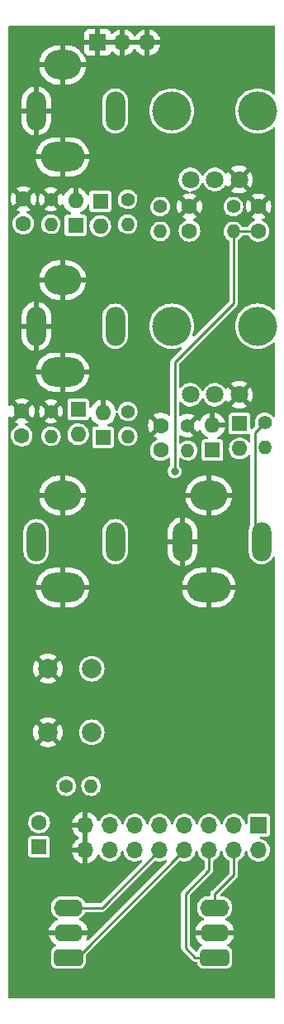
<source format=gbl>
%TF.GenerationSoftware,KiCad,Pcbnew,(6.0.1)*%
%TF.CreationDate,2022-11-04T07:31:20-04:00*%
%TF.ProjectId,ER-VCO-03_CTL,45522d56-434f-42d3-9033-5f43544c2e6b,3*%
%TF.SameCoordinates,Original*%
%TF.FileFunction,Copper,L2,Bot*%
%TF.FilePolarity,Positive*%
%FSLAX46Y46*%
G04 Gerber Fmt 4.6, Leading zero omitted, Abs format (unit mm)*
G04 Created by KiCad (PCBNEW (6.0.1)) date 2022-11-04 07:31:20*
%MOMM*%
%LPD*%
G01*
G04 APERTURE LIST*
G04 Aperture macros list*
%AMRoundRect*
0 Rectangle with rounded corners*
0 $1 Rounding radius*
0 $2 $3 $4 $5 $6 $7 $8 $9 X,Y pos of 4 corners*
0 Add a 4 corners polygon primitive as box body*
4,1,4,$2,$3,$4,$5,$6,$7,$8,$9,$2,$3,0*
0 Add four circle primitives for the rounded corners*
1,1,$1+$1,$2,$3*
1,1,$1+$1,$4,$5*
1,1,$1+$1,$6,$7*
1,1,$1+$1,$8,$9*
0 Add four rect primitives between the rounded corners*
20,1,$1+$1,$2,$3,$4,$5,0*
20,1,$1+$1,$4,$5,$6,$7,0*
20,1,$1+$1,$6,$7,$8,$9,0*
20,1,$1+$1,$8,$9,$2,$3,0*%
G04 Aperture macros list end*
%TA.AperFunction,ComponentPad*%
%ADD10C,1.400000*%
%TD*%
%TA.AperFunction,ComponentPad*%
%ADD11O,1.400000X1.400000*%
%TD*%
%TA.AperFunction,ComponentPad*%
%ADD12R,1.600000X1.600000*%
%TD*%
%TA.AperFunction,ComponentPad*%
%ADD13O,1.600000X1.600000*%
%TD*%
%TA.AperFunction,ComponentPad*%
%ADD14C,1.600000*%
%TD*%
%TA.AperFunction,ComponentPad*%
%ADD15R,1.700000X1.700000*%
%TD*%
%TA.AperFunction,ComponentPad*%
%ADD16O,1.700000X1.700000*%
%TD*%
%TA.AperFunction,WasherPad*%
%ADD17C,4.000000*%
%TD*%
%TA.AperFunction,ComponentPad*%
%ADD18C,1.800000*%
%TD*%
%TA.AperFunction,ComponentPad*%
%ADD19RoundRect,0.437500X1.062500X0.437500X-1.062500X0.437500X-1.062500X-0.437500X1.062500X-0.437500X0*%
%TD*%
%TA.AperFunction,ComponentPad*%
%ADD20O,3.000000X1.750000*%
%TD*%
%TA.AperFunction,ComponentPad*%
%ADD21C,2.000000*%
%TD*%
%TA.AperFunction,ComponentPad*%
%ADD22O,4.500000X3.000000*%
%TD*%
%TA.AperFunction,ComponentPad*%
%ADD23O,3.800000X3.000000*%
%TD*%
%TA.AperFunction,ComponentPad*%
%ADD24O,2.000000X4.000000*%
%TD*%
%TA.AperFunction,ViaPad*%
%ADD25C,0.800000*%
%TD*%
%TA.AperFunction,Conductor*%
%ADD26C,0.254000*%
%TD*%
G04 APERTURE END LIST*
D10*
%TO.P,R8,1*%
%TO.N,/GATE*%
X26638315Y-40821685D03*
D11*
%TO.P,R8,2*%
%TO.N,/GATE_CTL*%
X26638315Y-43361685D03*
%TD*%
D12*
%TO.P,D2,1,K*%
%TO.N,+3V3*%
X9772500Y-18210001D03*
D13*
%TO.P,D2,2,A*%
%TO.N,/VPEROCT_CV*%
X9772500Y-20750001D03*
%TD*%
D12*
%TO.P,D3,1,K*%
%TO.N,+3V3*%
X7500000Y-39500000D03*
D13*
%TO.P,D3,2,A*%
%TO.N,/MOD_CV*%
X7500000Y-42040000D03*
%TD*%
D12*
%TO.P,D1,1,K*%
%TO.N,/VPEROCT_CV*%
X7232500Y-20675686D03*
D13*
%TO.P,D1,2,A*%
%TO.N,GND*%
X7232500Y-18135686D03*
%TD*%
D10*
%TO.P,R6,1*%
%TO.N,/CV*%
X12580000Y-39705685D03*
D11*
%TO.P,R6,2*%
%TO.N,/MOD_CV*%
X12580000Y-42245685D03*
%TD*%
D10*
%TO.P,R4,1*%
%TO.N,/MOD_FINE*%
X23415000Y-18780000D03*
D11*
%TO.P,R4,2*%
%TO.N,/MOD_POT*%
X23415000Y-21320000D03*
%TD*%
D14*
%TO.P,C5,1*%
%TO.N,/GATE_CTL*%
X15975315Y-43665685D03*
%TO.P,C5,2*%
%TO.N,GND*%
X15975315Y-41165685D03*
%TD*%
%TO.P,C1,1*%
%TO.N,/VPEROCT_CV*%
X1877500Y-20500000D03*
%TO.P,C1,2*%
%TO.N,GND*%
X1877500Y-18000000D03*
%TD*%
D12*
%TO.P,D5,1,K*%
%TO.N,/GATE_CTL*%
X21276315Y-43655685D03*
D13*
%TO.P,D5,2,A*%
%TO.N,GND*%
X21276315Y-41115685D03*
%TD*%
D10*
%TO.P,R7,1*%
%TO.N,GND*%
X18736315Y-41165685D03*
D11*
%TO.P,R7,2*%
%TO.N,/GATE_CTL*%
X18736315Y-43705685D03*
%TD*%
D10*
%TO.P,R2,1*%
%TO.N,/V_OCT*%
X12566500Y-18030000D03*
D11*
%TO.P,R2,2*%
%TO.N,/VPEROCT_CV*%
X12566500Y-20570000D03*
%TD*%
D14*
%TO.P,C4,1*%
%TO.N,/MOD_CV*%
X1710000Y-42175685D03*
%TO.P,C4,2*%
%TO.N,GND*%
X1710000Y-39675685D03*
%TD*%
D12*
%TO.P,D4,1,K*%
%TO.N,/MOD_CV*%
X10040000Y-42351371D03*
D13*
%TO.P,D4,2,A*%
%TO.N,GND*%
X10040000Y-39811371D03*
%TD*%
D10*
%TO.P,R9,1*%
%TO.N,Net-(C6-Pad1)*%
X6280000Y-78000000D03*
D11*
%TO.P,R9,2*%
%TO.N,/AUD_OUT*%
X8820000Y-78000000D03*
%TD*%
D12*
%TO.P,D6,1,K*%
%TO.N,+3V3*%
X24070315Y-40960000D03*
D13*
%TO.P,D6,2,A*%
%TO.N,/GATE_CTL*%
X24070315Y-43500000D03*
%TD*%
D15*
%TO.P,J6,1,Pin_1*%
%TO.N,+3V3*%
X26000000Y-82000000D03*
D16*
%TO.P,J6,2,Pin_2*%
X26000000Y-84540000D03*
%TO.P,J6,3,Pin_3*%
%TO.N,unconnected-(J6-Pad3)*%
X23460000Y-82000000D03*
%TO.P,J6,4,Pin_4*%
%TO.N,/OCT_DN_PB*%
X23460000Y-84540000D03*
%TO.P,J6,5,Pin_5*%
%TO.N,/MOD_POT*%
X20920000Y-82000000D03*
%TO.P,J6,6,Pin_6*%
%TO.N,/OCT_UP_PB*%
X20920000Y-84540000D03*
%TO.P,J6,7,Pin_7*%
%TO.N,/GATE_CTL*%
X18380000Y-82000000D03*
%TO.P,J6,8,Pin_8*%
%TO.N,/MODE_UP_PB*%
X18380000Y-84540000D03*
%TO.P,J6,9,Pin_9*%
%TO.N,/FREQ_POT*%
X15840000Y-82000000D03*
%TO.P,J6,10,Pin_10*%
%TO.N,/MODE_DN_PB*%
X15840000Y-84540000D03*
%TO.P,J6,11,Pin_11*%
%TO.N,/VPEROCT_CV*%
X13300000Y-82000000D03*
%TO.P,J6,12,Pin_12*%
%TO.N,/MOD_CV*%
X13300000Y-84540000D03*
%TO.P,J6,13,Pin_13*%
%TO.N,/AUD_OUT*%
X10760000Y-82000000D03*
%TO.P,J6,14,Pin_14*%
%TO.N,/TIMBRE_PB*%
X10760000Y-84540000D03*
%TO.P,J6,15,Pin_15*%
%TO.N,GND*%
X8220000Y-82000000D03*
%TO.P,J6,16,Pin_16*%
X8220000Y-84540000D03*
%TD*%
D10*
%TO.P,R3,1*%
%TO.N,/FREQ_FINE*%
X15915000Y-18780000D03*
D11*
%TO.P,R3,2*%
%TO.N,/FREQ_POT*%
X15915000Y-21320000D03*
%TD*%
D10*
%TO.P,R5,1*%
%TO.N,GND*%
X4705000Y-39705685D03*
D11*
%TO.P,R5,2*%
%TO.N,/MOD_CV*%
X4705000Y-42245685D03*
%TD*%
D14*
%TO.P,C3,1*%
%TO.N,/MOD_POT*%
X26000000Y-21250000D03*
%TO.P,C3,2*%
%TO.N,GND*%
X26000000Y-18750000D03*
%TD*%
D12*
%TO.P,C6,1*%
%TO.N,Net-(C6-Pad1)*%
X3500000Y-84205113D03*
D14*
%TO.P,C6,2*%
%TO.N,Net-(C6-Pad2)*%
X3500000Y-81705113D03*
%TD*%
D15*
%TO.P,J1,1,Pin_1*%
%TO.N,GND*%
X9500000Y-2000000D03*
D16*
%TO.P,J1,2,Pin_2*%
X12040000Y-2000000D03*
%TO.P,J1,3,Pin_3*%
X14580000Y-2000000D03*
%TD*%
D10*
%TO.P,R1,1*%
%TO.N,GND*%
X4692500Y-18030000D03*
D11*
%TO.P,R1,2*%
%TO.N,/VPEROCT_CV*%
X4692500Y-20570000D03*
%TD*%
D14*
%TO.P,C2,1*%
%TO.N,/FREQ_POT*%
X18915000Y-21250000D03*
%TO.P,C2,2*%
%TO.N,GND*%
X18915000Y-18750000D03*
%TD*%
D17*
%TO.P,RV1,*%
%TO.N,*%
X17100000Y-9000001D03*
X25900000Y-9000001D03*
D18*
%TO.P,RV1,1,1*%
%TO.N,+3V3*%
X19000000Y-16000001D03*
%TO.P,RV1,2,2*%
%TO.N,/FREQ_FINE*%
X21500000Y-16000001D03*
%TO.P,RV1,3,3*%
%TO.N,GND*%
X24000000Y-16000001D03*
%TD*%
D19*
%TO.P,SW3,1,1*%
%TO.N,/MODE_UP_PB*%
X6500000Y-95500000D03*
D20*
%TO.P,SW3,2,2*%
%TO.N,GND*%
X6500000Y-92960000D03*
%TO.P,SW3,3,3*%
%TO.N,/MODE_DN_PB*%
X6500000Y-90420000D03*
%TD*%
D21*
%TO.P,SW1,1,1*%
%TO.N,GND*%
X4399999Y-65999995D03*
X4399999Y-72499995D03*
%TO.P,SW1,2,2*%
%TO.N,/TIMBRE_PB*%
X8899999Y-65999995D03*
X8899999Y-72499995D03*
%TD*%
D22*
%TO.P,J3,S*%
%TO.N,GND*%
X5900000Y-35699989D03*
D23*
X5900000Y-26299989D03*
D24*
%TO.P,J3,T*%
%TO.N,/CV*%
X11300000Y-30999989D03*
%TO.P,J3,TN*%
%TO.N,GND*%
X3200000Y-30999989D03*
%TD*%
D19*
%TO.P,SW2,1,1*%
%TO.N,/OCT_UP_PB*%
X21500000Y-95500000D03*
D20*
%TO.P,SW2,2,2*%
%TO.N,GND*%
X21500000Y-92960000D03*
%TO.P,SW2,3,3*%
%TO.N,/OCT_DN_PB*%
X21500000Y-90420000D03*
%TD*%
D17*
%TO.P,RV2,*%
%TO.N,*%
X17100000Y-31000000D03*
X25900000Y-31000000D03*
D18*
%TO.P,RV2,1,1*%
%TO.N,+3V3*%
X19000000Y-38000000D03*
%TO.P,RV2,2,2*%
%TO.N,/MOD_FINE*%
X21500000Y-38000000D03*
%TO.P,RV2,3,3*%
%TO.N,GND*%
X24000000Y-38000000D03*
%TD*%
D23*
%TO.P,J4,S*%
%TO.N,GND*%
X20900000Y-48299996D03*
D22*
X20900000Y-57699996D03*
D24*
%TO.P,J4,T*%
%TO.N,/GATE*%
X26300000Y-52999996D03*
%TO.P,J4,TN*%
%TO.N,GND*%
X18200000Y-52999996D03*
%TD*%
D23*
%TO.P,J2,S*%
%TO.N,GND*%
X5900000Y-4300000D03*
D22*
X5900000Y-13700000D03*
D24*
%TO.P,J2,T*%
%TO.N,/V_OCT*%
X11300000Y-9000000D03*
%TO.P,J2,TN*%
%TO.N,GND*%
X3200000Y-9000000D03*
%TD*%
D23*
%TO.P,J5,S*%
%TO.N,GND*%
X5900000Y-48300000D03*
D22*
X5900000Y-57700000D03*
D24*
%TO.P,J5,T*%
%TO.N,Net-(C6-Pad2)*%
X11300000Y-53000000D03*
%TO.P,J5,TN*%
%TO.N,unconnected-(J5-PadTN)*%
X3200000Y-53000000D03*
%TD*%
D25*
%TO.N,/MOD_POT*%
X17399000Y-45847000D03*
%TD*%
D26*
%TO.N,/MOD_POT*%
X23415000Y-21320000D02*
X23415000Y-28655000D01*
X23415000Y-28655000D02*
X17399000Y-34671000D01*
X23415000Y-21320000D02*
X25930000Y-21320000D01*
X17399000Y-34671000D02*
X17399000Y-45847000D01*
%TO.N,/MODE_UP_PB*%
X18380000Y-84540000D02*
X7420000Y-95500000D01*
X7420000Y-95500000D02*
X6500000Y-95500000D01*
%TO.N,/MODE_DN_PB*%
X15840000Y-84540000D02*
X9960000Y-90420000D01*
X9960000Y-90420000D02*
X6500000Y-90420000D01*
%TO.N,/GATE*%
X26300000Y-53000000D02*
X25611804Y-52311804D01*
X25611804Y-52311804D02*
X25611804Y-41848196D01*
X25611804Y-41848196D02*
X26638315Y-40821685D01*
%TO.N,/OCT_UP_PB*%
X20920000Y-84540000D02*
X20920000Y-86580000D01*
X19500000Y-95500000D02*
X21500000Y-95500000D01*
X18500000Y-94500000D02*
X19500000Y-95500000D01*
X18500000Y-89000000D02*
X18500000Y-94500000D01*
X20920000Y-86580000D02*
X18500000Y-89000000D01*
%TO.N,/OCT_DN_PB*%
X21500000Y-89000000D02*
X21500000Y-90420000D01*
X23460000Y-87040000D02*
X21500000Y-89000000D01*
X23460000Y-84540000D02*
X23460000Y-87040000D01*
%TD*%
%TA.AperFunction,Conductor*%
%TO.N,GND*%
G36*
X27637321Y-324802D02*
G01*
X27683814Y-378458D01*
X27695200Y-430800D01*
X27695200Y-7230050D01*
X27675198Y-7298171D01*
X27621542Y-7344664D01*
X27551268Y-7354768D01*
X27486123Y-7324782D01*
X27462124Y-7303735D01*
X27306389Y-7167160D01*
X27055123Y-6999269D01*
X27051424Y-6997445D01*
X27051419Y-6997442D01*
X26871053Y-6908496D01*
X26784093Y-6865612D01*
X26776201Y-6862933D01*
X26501849Y-6769803D01*
X26501845Y-6769802D01*
X26497936Y-6768475D01*
X26493892Y-6767671D01*
X26493886Y-6767669D01*
X26205587Y-6710322D01*
X26205581Y-6710321D01*
X26201548Y-6709519D01*
X26197443Y-6709250D01*
X26197436Y-6709249D01*
X25904120Y-6690025D01*
X25900000Y-6689755D01*
X25895880Y-6690025D01*
X25602564Y-6709249D01*
X25602557Y-6709250D01*
X25598452Y-6709519D01*
X25594419Y-6710321D01*
X25594413Y-6710322D01*
X25306114Y-6767669D01*
X25306108Y-6767671D01*
X25302064Y-6768475D01*
X25298155Y-6769802D01*
X25298151Y-6769803D01*
X25023799Y-6862933D01*
X25015907Y-6865612D01*
X24928947Y-6908496D01*
X24748581Y-6997442D01*
X24748576Y-6997445D01*
X24744877Y-6999269D01*
X24493611Y-7167160D01*
X24266409Y-7366410D01*
X24067159Y-7593612D01*
X23899268Y-7844878D01*
X23897444Y-7848577D01*
X23897441Y-7848582D01*
X23851598Y-7941544D01*
X23765611Y-8115908D01*
X23668474Y-8402065D01*
X23609518Y-8698453D01*
X23609249Y-8702558D01*
X23609248Y-8702565D01*
X23590024Y-8995881D01*
X23589754Y-9000001D01*
X23590024Y-9004121D01*
X23607589Y-9272115D01*
X23609518Y-9301549D01*
X23668474Y-9597937D01*
X23765611Y-9884094D01*
X23767435Y-9887792D01*
X23876744Y-10109449D01*
X23899268Y-10155124D01*
X24067159Y-10406390D01*
X24266409Y-10633592D01*
X24269506Y-10636308D01*
X24285297Y-10650156D01*
X24493611Y-10832842D01*
X24744877Y-11000733D01*
X24748576Y-11002557D01*
X24748581Y-11002560D01*
X24775458Y-11015814D01*
X25015907Y-11134390D01*
X25019812Y-11135715D01*
X25019813Y-11135716D01*
X25298151Y-11230199D01*
X25298155Y-11230200D01*
X25302064Y-11231527D01*
X25306108Y-11232331D01*
X25306114Y-11232333D01*
X25594413Y-11289680D01*
X25594419Y-11289681D01*
X25598452Y-11290483D01*
X25602557Y-11290752D01*
X25602564Y-11290753D01*
X25895880Y-11309977D01*
X25900000Y-11310247D01*
X25904120Y-11309977D01*
X26197436Y-11290753D01*
X26197443Y-11290752D01*
X26201548Y-11290483D01*
X26205581Y-11289681D01*
X26205587Y-11289680D01*
X26493886Y-11232333D01*
X26493892Y-11232331D01*
X26497936Y-11231527D01*
X26501845Y-11230200D01*
X26501849Y-11230199D01*
X26780187Y-11135716D01*
X26780188Y-11135715D01*
X26784093Y-11134390D01*
X27024542Y-11015814D01*
X27051419Y-11002560D01*
X27051424Y-11002557D01*
X27055123Y-11000733D01*
X27306389Y-10832842D01*
X27486123Y-10675220D01*
X27550527Y-10645343D01*
X27620860Y-10655029D01*
X27674791Y-10701202D01*
X27695200Y-10769952D01*
X27695200Y-29230049D01*
X27675198Y-29298170D01*
X27621542Y-29344663D01*
X27551268Y-29354767D01*
X27486123Y-29324781D01*
X27378102Y-29230049D01*
X27306389Y-29167159D01*
X27055123Y-28999268D01*
X27051424Y-28997444D01*
X27051419Y-28997441D01*
X26871033Y-28908485D01*
X26784093Y-28865611D01*
X26780187Y-28864285D01*
X26501849Y-28769802D01*
X26501845Y-28769801D01*
X26497936Y-28768474D01*
X26493892Y-28767670D01*
X26493886Y-28767668D01*
X26205587Y-28710321D01*
X26205581Y-28710320D01*
X26201548Y-28709518D01*
X26197443Y-28709249D01*
X26197436Y-28709248D01*
X25904120Y-28690024D01*
X25900000Y-28689754D01*
X25895880Y-28690024D01*
X25602564Y-28709248D01*
X25602557Y-28709249D01*
X25598452Y-28709518D01*
X25594419Y-28710320D01*
X25594413Y-28710321D01*
X25306114Y-28767668D01*
X25306108Y-28767670D01*
X25302064Y-28768474D01*
X25298155Y-28769801D01*
X25298151Y-28769802D01*
X25019813Y-28864285D01*
X25015907Y-28865611D01*
X24928967Y-28908485D01*
X24748581Y-28997441D01*
X24748576Y-28997444D01*
X24744877Y-28999268D01*
X24493611Y-29167159D01*
X24266409Y-29366409D01*
X24067159Y-29593611D01*
X23899268Y-29844877D01*
X23897444Y-29848576D01*
X23897441Y-29848581D01*
X23850880Y-29942998D01*
X23765611Y-30115907D01*
X23668474Y-30402064D01*
X23609518Y-30698452D01*
X23609249Y-30702557D01*
X23609248Y-30702564D01*
X23606402Y-30745989D01*
X23589754Y-31000000D01*
X23590024Y-31004120D01*
X23607289Y-31267537D01*
X23609518Y-31301548D01*
X23668474Y-31597936D01*
X23765611Y-31884093D01*
X23767435Y-31887791D01*
X23876739Y-32109438D01*
X23899268Y-32155123D01*
X24067159Y-32406389D01*
X24266409Y-32633591D01*
X24269506Y-32636307D01*
X24285285Y-32650145D01*
X24493611Y-32832841D01*
X24744877Y-33000732D01*
X24748576Y-33002556D01*
X24748581Y-33002559D01*
X24887691Y-33071160D01*
X25015907Y-33134389D01*
X25019812Y-33135714D01*
X25019813Y-33135715D01*
X25298151Y-33230198D01*
X25298155Y-33230199D01*
X25302064Y-33231526D01*
X25306108Y-33232330D01*
X25306114Y-33232332D01*
X25594413Y-33289679D01*
X25594419Y-33289680D01*
X25598452Y-33290482D01*
X25602557Y-33290751D01*
X25602564Y-33290752D01*
X25895880Y-33309976D01*
X25900000Y-33310246D01*
X25904120Y-33309976D01*
X26197436Y-33290752D01*
X26197443Y-33290751D01*
X26201548Y-33290482D01*
X26205581Y-33289680D01*
X26205587Y-33289679D01*
X26493886Y-33232332D01*
X26493892Y-33232330D01*
X26497936Y-33231526D01*
X26501845Y-33230199D01*
X26501849Y-33230198D01*
X26780187Y-33135715D01*
X26780188Y-33135714D01*
X26784093Y-33134389D01*
X26912309Y-33071160D01*
X27051419Y-33002559D01*
X27051424Y-33002556D01*
X27055123Y-33000732D01*
X27306389Y-32832841D01*
X27486123Y-32675219D01*
X27550527Y-32645342D01*
X27620860Y-32655028D01*
X27674791Y-32701201D01*
X27695200Y-32769951D01*
X27695200Y-40173046D01*
X27675198Y-40241167D01*
X27621542Y-40287660D01*
X27551268Y-40297764D01*
X27486688Y-40268270D01*
X27471557Y-40252682D01*
X27358987Y-40114657D01*
X27358985Y-40114655D01*
X27355098Y-40109889D01*
X27203192Y-39984221D01*
X27197775Y-39981292D01*
X27197772Y-39981290D01*
X27035187Y-39893381D01*
X27035183Y-39893379D01*
X27029769Y-39890452D01*
X27023889Y-39888632D01*
X27023887Y-39888631D01*
X26891719Y-39847718D01*
X26841437Y-39832153D01*
X26835319Y-39831510D01*
X26835314Y-39831509D01*
X26651496Y-39812190D01*
X26651494Y-39812190D01*
X26645367Y-39811546D01*
X26562901Y-39819051D01*
X26455168Y-39828855D01*
X26455165Y-39828856D01*
X26449029Y-39829414D01*
X26443123Y-39831152D01*
X26443119Y-39831153D01*
X26303800Y-39872157D01*
X26259901Y-39885077D01*
X26085186Y-39976416D01*
X26080386Y-39980276D01*
X26080385Y-39980276D01*
X26066160Y-39991713D01*
X25931540Y-40099950D01*
X25804815Y-40250976D01*
X25801851Y-40256368D01*
X25801848Y-40256372D01*
X25743453Y-40362593D01*
X25709838Y-40423739D01*
X25707977Y-40429606D01*
X25707976Y-40429608D01*
X25652244Y-40605300D01*
X25650226Y-40611660D01*
X25628249Y-40807581D01*
X25631210Y-40842844D01*
X25642271Y-40974550D01*
X25644747Y-41004039D01*
X25665551Y-41076590D01*
X25668825Y-41088009D01*
X25668374Y-41159004D01*
X25636801Y-41211834D01*
X25390710Y-41457925D01*
X25328398Y-41491951D01*
X25257583Y-41486886D01*
X25200747Y-41444339D01*
X25175936Y-41377819D01*
X25175615Y-41368830D01*
X25175615Y-40114642D01*
X25173867Y-40099950D01*
X25173565Y-40097407D01*
X25173564Y-40097404D01*
X25172448Y-40088022D01*
X25126279Y-39984081D01*
X25081491Y-39939371D01*
X25054020Y-39911948D01*
X25054018Y-39911947D01*
X25045787Y-39903730D01*
X24941766Y-39857742D01*
X24915673Y-39854700D01*
X23224957Y-39854700D01*
X23214063Y-39855996D01*
X23207722Y-39856750D01*
X23207719Y-39856751D01*
X23198337Y-39857867D01*
X23147498Y-39880449D01*
X23107526Y-39898204D01*
X23094396Y-39904036D01*
X23064290Y-39934195D01*
X23022263Y-39976295D01*
X23022262Y-39976297D01*
X23014045Y-39984528D01*
X22968057Y-40088549D01*
X22965015Y-40114642D01*
X22965015Y-41805358D01*
X22968182Y-41831978D01*
X23014351Y-41935919D01*
X23023344Y-41944896D01*
X23086610Y-42008052D01*
X23086612Y-42008053D01*
X23094843Y-42016270D01*
X23198864Y-42062258D01*
X23224957Y-42065300D01*
X24915673Y-42065300D01*
X24926567Y-42064004D01*
X24932908Y-42063250D01*
X24932911Y-42063249D01*
X24942293Y-42062133D01*
X25002356Y-42035454D01*
X25072731Y-42026081D01*
X25137002Y-42056243D01*
X25174762Y-42116365D01*
X25179504Y-42150605D01*
X25179504Y-42758606D01*
X25159502Y-42826727D01*
X25105846Y-42873220D01*
X25035572Y-42883324D01*
X24970992Y-42853830D01*
X24952546Y-42833995D01*
X24948052Y-42827976D01*
X24913098Y-42781167D01*
X24898685Y-42761866D01*
X24898684Y-42761865D01*
X24895232Y-42757242D01*
X24877047Y-42740432D01*
X24750301Y-42623269D01*
X24750298Y-42623267D01*
X24746061Y-42619350D01*
X24647651Y-42557258D01*
X24579144Y-42514033D01*
X24579139Y-42514031D01*
X24574260Y-42510952D01*
X24434863Y-42455338D01*
X24390951Y-42437819D01*
X24385582Y-42435677D01*
X24186345Y-42396046D01*
X24180570Y-42395970D01*
X24180566Y-42395970D01*
X24079077Y-42394642D01*
X23983223Y-42393387D01*
X23977526Y-42394366D01*
X23977525Y-42394366D01*
X23797007Y-42425385D01*
X23783017Y-42427789D01*
X23592433Y-42498099D01*
X23587472Y-42501051D01*
X23587471Y-42501051D01*
X23430043Y-42594711D01*
X23417853Y-42601963D01*
X23265124Y-42735902D01*
X23139361Y-42895432D01*
X23136672Y-42900543D01*
X23136670Y-42900546D01*
X23126431Y-42920008D01*
X23044776Y-43075208D01*
X22984537Y-43269211D01*
X22960660Y-43470943D01*
X22973946Y-43673648D01*
X22975367Y-43679244D01*
X22975368Y-43679249D01*
X23014560Y-43833566D01*
X23023950Y-43870537D01*
X23108996Y-44055017D01*
X23226238Y-44220910D01*
X23371747Y-44362659D01*
X23376543Y-44365864D01*
X23376546Y-44365866D01*
X23483331Y-44437217D01*
X23540652Y-44475518D01*
X23545955Y-44477796D01*
X23545958Y-44477798D01*
X23721988Y-44553426D01*
X23727295Y-44555706D01*
X23799696Y-44572088D01*
X23919789Y-44599263D01*
X23919794Y-44599264D01*
X23925426Y-44600538D01*
X23931197Y-44600765D01*
X23931199Y-44600765D01*
X23990116Y-44603080D01*
X24128410Y-44608514D01*
X24246436Y-44591401D01*
X24323726Y-44580195D01*
X24323730Y-44580194D01*
X24329448Y-44579365D01*
X24334920Y-44577507D01*
X24334922Y-44577507D01*
X24516343Y-44515922D01*
X24516345Y-44515921D01*
X24521807Y-44514067D01*
X24667744Y-44432339D01*
X24694009Y-44417630D01*
X24694010Y-44417629D01*
X24699046Y-44414809D01*
X24707950Y-44407404D01*
X24843802Y-44294416D01*
X24855228Y-44284913D01*
X24956630Y-44162991D01*
X25015568Y-44123408D01*
X25086550Y-44121972D01*
X25147040Y-44159139D01*
X25177833Y-44223110D01*
X25179504Y-44243561D01*
X25179504Y-51287377D01*
X25164231Y-51344374D01*
X25165259Y-51344853D01*
X25068734Y-51551852D01*
X25067312Y-51557160D01*
X25067311Y-51557162D01*
X25012116Y-51763153D01*
X25009620Y-51772467D01*
X25002052Y-51858967D01*
X24999042Y-51893380D01*
X24994700Y-51943005D01*
X24994700Y-54056987D01*
X24994938Y-54059704D01*
X24994938Y-54059711D01*
X24999289Y-54109445D01*
X25009620Y-54227525D01*
X25011044Y-54232838D01*
X25011044Y-54232840D01*
X25014783Y-54246792D01*
X25068734Y-54448140D01*
X25071057Y-54453121D01*
X25071057Y-54453122D01*
X25162933Y-54650152D01*
X25162935Y-54650156D01*
X25165259Y-54655139D01*
X25168415Y-54659646D01*
X25168416Y-54659648D01*
X25283196Y-54823570D01*
X25296263Y-54842232D01*
X25457764Y-55003733D01*
X25462272Y-55006890D01*
X25462275Y-55006892D01*
X25573105Y-55084496D01*
X25644857Y-55134737D01*
X25649839Y-55137060D01*
X25649844Y-55137063D01*
X25846874Y-55228939D01*
X25851856Y-55231262D01*
X25857164Y-55232684D01*
X25857166Y-55232685D01*
X26067156Y-55288952D01*
X26067158Y-55288952D01*
X26072471Y-55290376D01*
X26300000Y-55310282D01*
X26527529Y-55290376D01*
X26532842Y-55288952D01*
X26532844Y-55288952D01*
X26742834Y-55232685D01*
X26742836Y-55232684D01*
X26748144Y-55231262D01*
X26753126Y-55228939D01*
X26950156Y-55137063D01*
X26950161Y-55137060D01*
X26955143Y-55134737D01*
X27026895Y-55084496D01*
X27137725Y-55006892D01*
X27137728Y-55006890D01*
X27142236Y-55003733D01*
X27303737Y-54842232D01*
X27316805Y-54823570D01*
X27431584Y-54659648D01*
X27431585Y-54659646D01*
X27434741Y-54655139D01*
X27437065Y-54650156D01*
X27437067Y-54650152D01*
X27455005Y-54611683D01*
X27501923Y-54558398D01*
X27570200Y-54538937D01*
X27638160Y-54559479D01*
X27684225Y-54613502D01*
X27695200Y-54664933D01*
X27695200Y-99569200D01*
X27675198Y-99637321D01*
X27621542Y-99683814D01*
X27569200Y-99695200D01*
X430800Y-99695200D01*
X362679Y-99675198D01*
X316186Y-99621542D01*
X304800Y-99569200D01*
X304800Y-92688043D01*
X4515920Y-92688043D01*
X4518116Y-92702207D01*
X4531303Y-92706000D01*
X8466737Y-92706000D01*
X8480268Y-92702027D01*
X8481793Y-92691420D01*
X8455555Y-92566371D01*
X8452495Y-92556174D01*
X8370211Y-92347816D01*
X8365477Y-92338279D01*
X8249258Y-92146756D01*
X8242994Y-92138166D01*
X8096165Y-91968961D01*
X8088535Y-91961541D01*
X7915300Y-91819497D01*
X7906533Y-91813473D01*
X7711842Y-91702648D01*
X7702175Y-91698181D01*
X7691690Y-91694375D01*
X7634483Y-91652330D01*
X7609088Y-91586030D01*
X7623569Y-91516526D01*
X7678953Y-91462932D01*
X7744347Y-91430683D01*
X7771309Y-91410550D01*
X7913535Y-91304345D01*
X7913536Y-91304344D01*
X7918159Y-91300892D01*
X8065407Y-91141600D01*
X8181161Y-90958141D01*
X8191746Y-90931609D01*
X8235567Y-90875750D01*
X8308776Y-90852300D01*
X9926868Y-90852300D01*
X9941677Y-90853173D01*
X9973733Y-90856967D01*
X10029069Y-90846861D01*
X10032922Y-90846220D01*
X10088549Y-90837856D01*
X10094795Y-90834857D01*
X10101611Y-90833612D01*
X10151533Y-90807680D01*
X10155035Y-90805931D01*
X10197238Y-90785665D01*
X10205733Y-90781586D01*
X10210822Y-90776881D01*
X10216970Y-90773688D01*
X10221807Y-90769558D01*
X10257495Y-90733870D01*
X10261061Y-90730441D01*
X10294274Y-90699739D01*
X10301191Y-90693345D01*
X10304765Y-90687192D01*
X10309850Y-90681515D01*
X15327661Y-85663704D01*
X15389973Y-85629678D01*
X15466490Y-85637030D01*
X15476156Y-85641182D01*
X15481463Y-85643462D01*
X15487092Y-85644736D01*
X15487093Y-85644736D01*
X15682921Y-85689048D01*
X15682924Y-85689048D01*
X15688557Y-85690323D01*
X15694328Y-85690550D01*
X15694330Y-85690550D01*
X15759086Y-85693094D01*
X15900723Y-85698659D01*
X16005789Y-85683425D01*
X16105141Y-85669020D01*
X16105146Y-85669019D01*
X16110855Y-85668191D01*
X16116319Y-85666336D01*
X16116324Y-85666335D01*
X16277063Y-85611771D01*
X16311916Y-85599940D01*
X16418940Y-85540004D01*
X16488149Y-85524171D01*
X16554931Y-85548268D01*
X16598083Y-85604645D01*
X16603906Y-85675402D01*
X16569601Y-85739034D01*
X8542307Y-93766328D01*
X8479995Y-93800354D01*
X8409180Y-93795289D01*
X8352344Y-93752742D01*
X8327533Y-93686222D01*
X8340895Y-93620128D01*
X8408604Y-93486955D01*
X8412604Y-93477104D01*
X8479039Y-93263148D01*
X8481322Y-93252764D01*
X8484080Y-93231957D01*
X8481884Y-93217793D01*
X8468697Y-93214000D01*
X4533263Y-93214000D01*
X4519732Y-93217973D01*
X4518207Y-93228580D01*
X4544445Y-93353629D01*
X4547505Y-93363826D01*
X4629789Y-93572184D01*
X4634523Y-93581721D01*
X4750742Y-93773244D01*
X4757006Y-93781834D01*
X4903835Y-93951039D01*
X4911465Y-93958459D01*
X5084700Y-94100503D01*
X5093467Y-94106528D01*
X5166724Y-94148228D01*
X5216030Y-94199310D01*
X5229892Y-94268941D01*
X5203909Y-94335012D01*
X5144268Y-94377254D01*
X5120259Y-94385264D01*
X4972970Y-94476409D01*
X4850599Y-94598994D01*
X4846759Y-94605224D01*
X4846758Y-94605225D01*
X4791399Y-94695035D01*
X4759711Y-94746442D01*
X4705181Y-94910844D01*
X4704481Y-94917680D01*
X4704480Y-94917683D01*
X4702192Y-94940013D01*
X4694700Y-95013142D01*
X4694700Y-95986858D01*
X4695037Y-95990104D01*
X4695037Y-95990108D01*
X4704605Y-96082317D01*
X4705447Y-96090434D01*
X4760264Y-96254741D01*
X4851409Y-96402030D01*
X4973994Y-96524401D01*
X5121442Y-96615289D01*
X5285844Y-96669819D01*
X5292680Y-96670519D01*
X5292683Y-96670520D01*
X5343981Y-96675775D01*
X5388142Y-96680300D01*
X7611858Y-96680300D01*
X7615104Y-96679963D01*
X7615108Y-96679963D01*
X7708576Y-96670265D01*
X7708580Y-96670264D01*
X7715434Y-96669553D01*
X7721970Y-96667372D01*
X7721972Y-96667372D01*
X7856356Y-96622538D01*
X7879741Y-96614736D01*
X8027030Y-96523591D01*
X8149401Y-96401006D01*
X8240289Y-96253558D01*
X8294819Y-96089156D01*
X8305300Y-95986858D01*
X8305300Y-95278255D01*
X8325302Y-95210134D01*
X8342205Y-95189160D01*
X17867661Y-85663704D01*
X17929973Y-85629678D01*
X18006490Y-85637030D01*
X18016156Y-85641182D01*
X18021463Y-85643462D01*
X18027092Y-85644736D01*
X18027093Y-85644736D01*
X18222921Y-85689048D01*
X18222924Y-85689048D01*
X18228557Y-85690323D01*
X18234328Y-85690550D01*
X18234330Y-85690550D01*
X18299086Y-85693094D01*
X18440723Y-85698659D01*
X18545789Y-85683425D01*
X18645141Y-85669020D01*
X18645146Y-85669019D01*
X18650855Y-85668191D01*
X18656319Y-85666336D01*
X18656324Y-85666335D01*
X18817063Y-85611771D01*
X18851916Y-85599940D01*
X19037172Y-85496192D01*
X19200420Y-85360420D01*
X19336192Y-85197172D01*
X19439940Y-85011916D01*
X19466883Y-84932545D01*
X19506335Y-84816324D01*
X19506336Y-84816319D01*
X19508191Y-84810855D01*
X19509019Y-84805146D01*
X19509020Y-84805141D01*
X19520334Y-84727105D01*
X19523287Y-84706738D01*
X19552857Y-84642193D01*
X19612628Y-84603881D01*
X19683625Y-84603965D01*
X19743305Y-84642420D01*
X19772722Y-84707036D01*
X19773565Y-84715147D01*
X19773658Y-84715733D01*
X19774036Y-84721503D01*
X19826301Y-84927299D01*
X19915195Y-85120124D01*
X20037740Y-85293521D01*
X20110202Y-85364111D01*
X20174567Y-85426812D01*
X20189832Y-85441683D01*
X20194628Y-85444888D01*
X20194631Y-85444890D01*
X20336979Y-85540004D01*
X20366377Y-85559647D01*
X20371680Y-85561925D01*
X20371685Y-85561928D01*
X20411437Y-85579006D01*
X20466130Y-85624274D01*
X20487700Y-85694774D01*
X20487700Y-86348745D01*
X20467698Y-86416866D01*
X20450795Y-86437840D01*
X18217748Y-88670887D01*
X18206659Y-88680742D01*
X18181307Y-88700728D01*
X18175953Y-88708475D01*
X18149352Y-88746964D01*
X18147051Y-88750184D01*
X18113633Y-88795429D01*
X18111337Y-88801966D01*
X18107398Y-88807666D01*
X18104558Y-88816647D01*
X18090440Y-88861287D01*
X18089189Y-88865036D01*
X18070561Y-88918080D01*
X18070289Y-88925001D01*
X18068199Y-88931610D01*
X18067700Y-88937951D01*
X18067700Y-88988413D01*
X18067603Y-88993359D01*
X18065457Y-89047974D01*
X18067281Y-89054854D01*
X18067700Y-89062466D01*
X18067700Y-94466868D01*
X18066827Y-94481677D01*
X18063033Y-94513733D01*
X18073139Y-94569069D01*
X18073780Y-94572922D01*
X18082144Y-94628549D01*
X18085143Y-94634795D01*
X18086388Y-94641611D01*
X18112320Y-94691533D01*
X18114069Y-94695035D01*
X18138414Y-94745733D01*
X18143119Y-94750822D01*
X18146312Y-94756970D01*
X18150442Y-94761807D01*
X18186130Y-94797495D01*
X18189559Y-94801061D01*
X18226655Y-94841191D01*
X18232808Y-94844765D01*
X18238485Y-94849850D01*
X19170887Y-95782252D01*
X19180742Y-95793341D01*
X19200728Y-95818693D01*
X19246984Y-95850662D01*
X19250184Y-95852949D01*
X19295429Y-95886367D01*
X19301967Y-95888663D01*
X19307666Y-95892602D01*
X19316651Y-95895444D01*
X19316652Y-95895444D01*
X19361261Y-95909552D01*
X19365017Y-95910805D01*
X19418080Y-95929440D01*
X19425005Y-95929712D01*
X19431610Y-95931801D01*
X19437951Y-95932300D01*
X19488403Y-95932300D01*
X19493349Y-95932397D01*
X19547975Y-95934543D01*
X19554855Y-95932719D01*
X19562464Y-95932300D01*
X19575437Y-95932300D01*
X19643558Y-95952302D01*
X19690051Y-96005958D01*
X19700764Y-96045297D01*
X19704605Y-96082317D01*
X19705447Y-96090434D01*
X19760264Y-96254741D01*
X19851409Y-96402030D01*
X19973994Y-96524401D01*
X20121442Y-96615289D01*
X20285844Y-96669819D01*
X20292680Y-96670519D01*
X20292683Y-96670520D01*
X20343981Y-96675775D01*
X20388142Y-96680300D01*
X22611858Y-96680300D01*
X22615104Y-96679963D01*
X22615108Y-96679963D01*
X22708576Y-96670265D01*
X22708580Y-96670264D01*
X22715434Y-96669553D01*
X22721970Y-96667372D01*
X22721972Y-96667372D01*
X22856356Y-96622538D01*
X22879741Y-96614736D01*
X23027030Y-96523591D01*
X23149401Y-96401006D01*
X23240289Y-96253558D01*
X23294819Y-96089156D01*
X23305300Y-95986858D01*
X23305300Y-95013142D01*
X23304963Y-95009892D01*
X23295265Y-94916424D01*
X23295264Y-94916420D01*
X23294553Y-94909566D01*
X23239736Y-94745259D01*
X23148591Y-94597970D01*
X23026006Y-94475599D01*
X22878558Y-94384711D01*
X22858655Y-94378110D01*
X22800296Y-94337679D01*
X22773060Y-94272114D01*
X22785594Y-94202233D01*
X22827957Y-94153997D01*
X22990302Y-94044699D01*
X22998585Y-94038040D01*
X23160686Y-93883404D01*
X23167738Y-93875434D01*
X23301468Y-93695693D01*
X23307067Y-93686663D01*
X23408604Y-93486955D01*
X23412604Y-93477104D01*
X23479039Y-93263148D01*
X23481322Y-93252764D01*
X23484080Y-93231957D01*
X23481884Y-93217793D01*
X23468697Y-93214000D01*
X19533263Y-93214000D01*
X19519732Y-93217973D01*
X19518207Y-93228580D01*
X19544445Y-93353629D01*
X19547505Y-93363826D01*
X19629789Y-93572184D01*
X19634523Y-93581721D01*
X19750742Y-93773244D01*
X19757006Y-93781834D01*
X19903835Y-93951039D01*
X19911465Y-93958459D01*
X20084700Y-94100503D01*
X20093467Y-94106528D01*
X20166724Y-94148228D01*
X20216030Y-94199310D01*
X20229892Y-94268941D01*
X20203909Y-94335012D01*
X20144268Y-94377254D01*
X20120259Y-94385264D01*
X19972970Y-94476409D01*
X19850599Y-94598994D01*
X19846759Y-94605224D01*
X19846758Y-94605225D01*
X19791399Y-94695035D01*
X19759711Y-94746442D01*
X19742196Y-94799249D01*
X19723897Y-94854417D01*
X19683466Y-94912777D01*
X19617902Y-94940013D01*
X19548020Y-94927479D01*
X19515209Y-94903844D01*
X18969205Y-94357840D01*
X18935179Y-94295528D01*
X18932300Y-94268745D01*
X18932300Y-89231255D01*
X18952302Y-89163134D01*
X18969205Y-89142160D01*
X21202252Y-86909113D01*
X21213341Y-86899258D01*
X21231296Y-86885103D01*
X21238693Y-86879272D01*
X21270662Y-86833016D01*
X21272949Y-86829816D01*
X21300772Y-86792146D01*
X21306367Y-86784571D01*
X21308663Y-86778033D01*
X21312602Y-86772334D01*
X21329552Y-86718739D01*
X21330805Y-86714983D01*
X21346320Y-86670804D01*
X21349440Y-86661920D01*
X21349712Y-86654995D01*
X21351801Y-86648390D01*
X21352300Y-86642049D01*
X21352300Y-86591597D01*
X21352397Y-86586651D01*
X21354173Y-86541436D01*
X21354543Y-86532026D01*
X21352719Y-86525146D01*
X21352300Y-86517534D01*
X21352300Y-85695976D01*
X21372302Y-85627855D01*
X21416733Y-85586042D01*
X21577172Y-85496192D01*
X21740420Y-85360420D01*
X21876192Y-85197172D01*
X21979940Y-85011916D01*
X22006883Y-84932545D01*
X22046335Y-84816324D01*
X22046336Y-84816319D01*
X22048191Y-84810855D01*
X22049019Y-84805146D01*
X22049020Y-84805141D01*
X22060334Y-84727105D01*
X22063287Y-84706738D01*
X22092857Y-84642193D01*
X22152628Y-84603881D01*
X22223625Y-84603965D01*
X22283305Y-84642420D01*
X22312722Y-84707036D01*
X22313565Y-84715147D01*
X22313658Y-84715733D01*
X22314036Y-84721503D01*
X22366301Y-84927299D01*
X22455195Y-85120124D01*
X22577740Y-85293521D01*
X22650202Y-85364111D01*
X22714567Y-85426812D01*
X22729832Y-85441683D01*
X22734628Y-85444888D01*
X22734631Y-85444890D01*
X22876979Y-85540004D01*
X22906377Y-85559647D01*
X22911680Y-85561925D01*
X22911685Y-85561928D01*
X22951437Y-85579006D01*
X23006130Y-85624274D01*
X23027700Y-85694774D01*
X23027700Y-86808745D01*
X23007698Y-86876866D01*
X22990795Y-86897840D01*
X21217748Y-88670887D01*
X21206659Y-88680742D01*
X21181307Y-88700728D01*
X21175953Y-88708475D01*
X21149352Y-88746964D01*
X21147051Y-88750184D01*
X21113633Y-88795429D01*
X21111337Y-88801966D01*
X21107398Y-88807666D01*
X21104558Y-88816647D01*
X21090440Y-88861287D01*
X21089189Y-88865036D01*
X21070561Y-88918080D01*
X21070289Y-88925001D01*
X21068199Y-88931610D01*
X21067700Y-88937951D01*
X21067700Y-88988413D01*
X21067603Y-88993359D01*
X21065457Y-89047974D01*
X21067281Y-89054854D01*
X21067700Y-89062466D01*
X21067700Y-89113700D01*
X21047698Y-89181821D01*
X20994042Y-89228314D01*
X20941700Y-89239700D01*
X20819965Y-89239700D01*
X20658986Y-89254492D01*
X20653424Y-89256061D01*
X20653422Y-89256061D01*
X20554596Y-89283933D01*
X20450206Y-89313374D01*
X20255653Y-89409317D01*
X20251027Y-89412771D01*
X20251026Y-89412772D01*
X20086465Y-89535655D01*
X20081841Y-89539108D01*
X19934593Y-89698400D01*
X19818839Y-89881859D01*
X19738456Y-90083340D01*
X19696137Y-90296096D01*
X19696061Y-90301871D01*
X19696061Y-90301875D01*
X19694633Y-90410957D01*
X19693297Y-90513002D01*
X19730033Y-90726793D01*
X19805114Y-90930309D01*
X19916026Y-91116735D01*
X20059054Y-91279828D01*
X20229408Y-91414124D01*
X20234517Y-91416812D01*
X20328265Y-91466135D01*
X20379238Y-91515555D01*
X20395401Y-91584687D01*
X20371622Y-91651583D01*
X20321348Y-91692526D01*
X20204839Y-91745009D01*
X20195533Y-91750189D01*
X20009698Y-91875301D01*
X20001415Y-91881960D01*
X19839314Y-92036596D01*
X19832262Y-92044566D01*
X19698532Y-92224307D01*
X19692933Y-92233337D01*
X19591396Y-92433045D01*
X19587396Y-92442896D01*
X19520961Y-92656852D01*
X19518678Y-92667236D01*
X19515920Y-92688043D01*
X19518116Y-92702207D01*
X19531303Y-92706000D01*
X23466737Y-92706000D01*
X23480268Y-92702027D01*
X23481793Y-92691420D01*
X23455555Y-92566371D01*
X23452495Y-92556174D01*
X23370211Y-92347816D01*
X23365477Y-92338279D01*
X23249258Y-92146756D01*
X23242994Y-92138166D01*
X23096165Y-91968961D01*
X23088535Y-91961541D01*
X22915300Y-91819497D01*
X22906533Y-91813473D01*
X22711842Y-91702648D01*
X22702175Y-91698181D01*
X22691690Y-91694375D01*
X22634483Y-91652330D01*
X22609088Y-91586030D01*
X22623569Y-91516526D01*
X22678953Y-91462932D01*
X22744347Y-91430683D01*
X22771309Y-91410550D01*
X22913535Y-91304345D01*
X22913536Y-91304344D01*
X22918159Y-91300892D01*
X23065407Y-91141600D01*
X23181161Y-90958141D01*
X23261544Y-90756660D01*
X23303863Y-90543904D01*
X23304344Y-90507220D01*
X23306627Y-90332780D01*
X23306703Y-90326998D01*
X23269967Y-90113207D01*
X23194886Y-89909691D01*
X23083974Y-89723265D01*
X22940946Y-89560172D01*
X22770592Y-89425876D01*
X22745685Y-89412772D01*
X22583728Y-89327562D01*
X22583723Y-89327560D01*
X22578616Y-89324873D01*
X22492198Y-89298039D01*
X22376965Y-89262258D01*
X22376960Y-89262257D01*
X22371450Y-89260546D01*
X22320301Y-89254492D01*
X22199012Y-89240136D01*
X22199005Y-89240136D01*
X22195325Y-89239700D01*
X22175855Y-89239700D01*
X22107734Y-89219698D01*
X22061241Y-89166042D01*
X22051137Y-89095768D01*
X22080631Y-89031188D01*
X22086760Y-89024605D01*
X23742252Y-87369113D01*
X23753341Y-87359258D01*
X23771296Y-87345103D01*
X23778693Y-87339272D01*
X23810662Y-87293016D01*
X23812949Y-87289816D01*
X23840772Y-87252146D01*
X23846367Y-87244571D01*
X23848663Y-87238033D01*
X23852602Y-87232334D01*
X23869552Y-87178739D01*
X23870805Y-87174983D01*
X23886320Y-87130804D01*
X23889440Y-87121920D01*
X23889712Y-87114995D01*
X23891801Y-87108390D01*
X23892300Y-87102049D01*
X23892300Y-87051597D01*
X23892397Y-87046651D01*
X23894173Y-87001438D01*
X23894543Y-86992025D01*
X23892719Y-86985145D01*
X23892300Y-86977536D01*
X23892300Y-85695976D01*
X23912302Y-85627855D01*
X23956733Y-85586042D01*
X24117172Y-85496192D01*
X24280420Y-85360420D01*
X24416192Y-85197172D01*
X24519940Y-85011916D01*
X24546883Y-84932545D01*
X24586335Y-84816324D01*
X24586336Y-84816319D01*
X24588191Y-84810855D01*
X24589019Y-84805146D01*
X24589020Y-84805141D01*
X24600334Y-84727105D01*
X24603287Y-84706738D01*
X24632857Y-84642193D01*
X24692628Y-84603881D01*
X24763625Y-84603965D01*
X24823305Y-84642420D01*
X24852722Y-84707036D01*
X24853565Y-84715147D01*
X24853658Y-84715733D01*
X24854036Y-84721503D01*
X24906301Y-84927299D01*
X24995195Y-85120124D01*
X25117740Y-85293521D01*
X25190202Y-85364111D01*
X25254567Y-85426812D01*
X25269832Y-85441683D01*
X25274628Y-85444888D01*
X25274631Y-85444890D01*
X25416979Y-85540004D01*
X25446377Y-85559647D01*
X25451685Y-85561928D01*
X25451686Y-85561928D01*
X25636160Y-85641184D01*
X25636163Y-85641185D01*
X25641463Y-85643462D01*
X25647092Y-85644736D01*
X25647093Y-85644736D01*
X25842921Y-85689048D01*
X25842924Y-85689048D01*
X25848557Y-85690323D01*
X25854328Y-85690550D01*
X25854330Y-85690550D01*
X25919086Y-85693094D01*
X26060723Y-85698659D01*
X26165789Y-85683425D01*
X26265141Y-85669020D01*
X26265146Y-85669019D01*
X26270855Y-85668191D01*
X26276319Y-85666336D01*
X26276324Y-85666335D01*
X26437063Y-85611771D01*
X26471916Y-85599940D01*
X26657172Y-85496192D01*
X26820420Y-85360420D01*
X26956192Y-85197172D01*
X27059940Y-85011916D01*
X27086883Y-84932545D01*
X27126335Y-84816324D01*
X27126336Y-84816319D01*
X27128191Y-84810855D01*
X27129019Y-84805146D01*
X27129020Y-84805141D01*
X27158126Y-84604397D01*
X27158659Y-84600723D01*
X27160249Y-84540000D01*
X27140821Y-84328561D01*
X27128818Y-84286000D01*
X27084754Y-84129764D01*
X27083186Y-84124204D01*
X26989275Y-83933772D01*
X26862233Y-83763642D01*
X26706315Y-83619513D01*
X26526742Y-83506211D01*
X26493068Y-83492776D01*
X26466096Y-83482015D01*
X26329529Y-83427530D01*
X26323861Y-83426403D01*
X26323859Y-83426402D01*
X26215653Y-83404879D01*
X26152743Y-83371972D01*
X26117611Y-83310277D01*
X26121411Y-83239382D01*
X26162936Y-83181796D01*
X26229003Y-83155802D01*
X26240234Y-83155300D01*
X26895358Y-83155300D01*
X26906252Y-83154004D01*
X26912593Y-83153250D01*
X26912596Y-83153249D01*
X26921978Y-83152133D01*
X27025919Y-83105964D01*
X27071862Y-83059940D01*
X27098052Y-83033705D01*
X27098053Y-83033703D01*
X27106270Y-83025472D01*
X27152258Y-82921451D01*
X27155300Y-82895358D01*
X27155300Y-81104642D01*
X27154004Y-81093748D01*
X27153250Y-81087407D01*
X27153249Y-81087404D01*
X27152133Y-81078022D01*
X27105964Y-80974081D01*
X27065814Y-80934002D01*
X27033705Y-80901948D01*
X27033703Y-80901947D01*
X27025472Y-80893730D01*
X26921451Y-80847742D01*
X26895358Y-80844700D01*
X25104642Y-80844700D01*
X25093748Y-80845996D01*
X25087407Y-80846750D01*
X25087404Y-80846751D01*
X25078022Y-80847867D01*
X25009490Y-80878308D01*
X24991268Y-80886402D01*
X24974081Y-80894036D01*
X24934002Y-80934186D01*
X24901948Y-80966295D01*
X24901947Y-80966297D01*
X24893730Y-80974528D01*
X24847742Y-81078549D01*
X24844700Y-81104642D01*
X24844700Y-81742339D01*
X24824698Y-81810460D01*
X24771042Y-81856953D01*
X24700768Y-81867057D01*
X24636188Y-81837563D01*
X24597431Y-81776541D01*
X24544754Y-81589764D01*
X24543186Y-81584204D01*
X24449275Y-81393772D01*
X24322233Y-81223642D01*
X24221256Y-81130300D01*
X24170555Y-81083432D01*
X24170552Y-81083430D01*
X24166315Y-81079513D01*
X23986742Y-80966211D01*
X23953068Y-80952776D01*
X23914051Y-80937210D01*
X23789529Y-80887530D01*
X23783861Y-80886403D01*
X23783859Y-80886402D01*
X23586946Y-80847234D01*
X23586944Y-80847234D01*
X23581279Y-80846107D01*
X23575504Y-80846031D01*
X23575500Y-80846031D01*
X23469283Y-80844641D01*
X23368968Y-80843328D01*
X23363271Y-80844307D01*
X23363270Y-80844307D01*
X23165395Y-80878308D01*
X23165392Y-80878309D01*
X23159705Y-80879286D01*
X22960500Y-80952776D01*
X22778023Y-81061339D01*
X22618385Y-81201337D01*
X22614818Y-81205862D01*
X22614813Y-81205867D01*
X22492663Y-81360814D01*
X22486933Y-81368083D01*
X22484245Y-81373192D01*
X22390759Y-81550880D01*
X22390757Y-81550885D01*
X22388070Y-81555992D01*
X22325105Y-81758771D01*
X22316078Y-81835041D01*
X22315690Y-81838321D01*
X22287820Y-81903619D01*
X22229072Y-81943483D01*
X22158097Y-81945258D01*
X22097430Y-81908379D01*
X22066333Y-81844555D01*
X22065092Y-81835041D01*
X22061350Y-81794315D01*
X22061349Y-81794312D01*
X22060821Y-81788561D01*
X22048818Y-81746000D01*
X22004754Y-81589764D01*
X22003186Y-81584204D01*
X21909275Y-81393772D01*
X21782233Y-81223642D01*
X21681256Y-81130300D01*
X21630555Y-81083432D01*
X21630552Y-81083430D01*
X21626315Y-81079513D01*
X21446742Y-80966211D01*
X21413068Y-80952776D01*
X21374051Y-80937210D01*
X21249529Y-80887530D01*
X21243861Y-80886403D01*
X21243859Y-80886402D01*
X21046946Y-80847234D01*
X21046944Y-80847234D01*
X21041279Y-80846107D01*
X21035504Y-80846031D01*
X21035500Y-80846031D01*
X20929283Y-80844641D01*
X20828968Y-80843328D01*
X20823271Y-80844307D01*
X20823270Y-80844307D01*
X20625395Y-80878308D01*
X20625392Y-80878309D01*
X20619705Y-80879286D01*
X20420500Y-80952776D01*
X20238023Y-81061339D01*
X20078385Y-81201337D01*
X20074818Y-81205862D01*
X20074813Y-81205867D01*
X19952663Y-81360814D01*
X19946933Y-81368083D01*
X19944245Y-81373192D01*
X19850759Y-81550880D01*
X19850757Y-81550885D01*
X19848070Y-81555992D01*
X19785105Y-81758771D01*
X19776078Y-81835041D01*
X19775690Y-81838321D01*
X19747820Y-81903619D01*
X19689072Y-81943483D01*
X19618097Y-81945258D01*
X19557430Y-81908379D01*
X19526333Y-81844555D01*
X19525092Y-81835041D01*
X19521350Y-81794315D01*
X19521349Y-81794312D01*
X19520821Y-81788561D01*
X19508818Y-81746000D01*
X19464754Y-81589764D01*
X19463186Y-81584204D01*
X19369275Y-81393772D01*
X19242233Y-81223642D01*
X19141256Y-81130300D01*
X19090555Y-81083432D01*
X19090552Y-81083430D01*
X19086315Y-81079513D01*
X18906742Y-80966211D01*
X18873068Y-80952776D01*
X18834051Y-80937210D01*
X18709529Y-80887530D01*
X18703861Y-80886403D01*
X18703859Y-80886402D01*
X18506946Y-80847234D01*
X18506944Y-80847234D01*
X18501279Y-80846107D01*
X18495504Y-80846031D01*
X18495500Y-80846031D01*
X18389283Y-80844641D01*
X18288968Y-80843328D01*
X18283271Y-80844307D01*
X18283270Y-80844307D01*
X18085395Y-80878308D01*
X18085392Y-80878309D01*
X18079705Y-80879286D01*
X17880500Y-80952776D01*
X17698023Y-81061339D01*
X17538385Y-81201337D01*
X17534818Y-81205862D01*
X17534813Y-81205867D01*
X17412663Y-81360814D01*
X17406933Y-81368083D01*
X17404245Y-81373192D01*
X17310759Y-81550880D01*
X17310757Y-81550885D01*
X17308070Y-81555992D01*
X17245105Y-81758771D01*
X17236078Y-81835041D01*
X17235690Y-81838321D01*
X17207820Y-81903619D01*
X17149072Y-81943483D01*
X17078097Y-81945258D01*
X17017430Y-81908379D01*
X16986333Y-81844555D01*
X16985092Y-81835041D01*
X16981350Y-81794315D01*
X16981349Y-81794312D01*
X16980821Y-81788561D01*
X16968818Y-81746000D01*
X16924754Y-81589764D01*
X16923186Y-81584204D01*
X16829275Y-81393772D01*
X16702233Y-81223642D01*
X16601256Y-81130300D01*
X16550555Y-81083432D01*
X16550552Y-81083430D01*
X16546315Y-81079513D01*
X16366742Y-80966211D01*
X16333068Y-80952776D01*
X16294051Y-80937210D01*
X16169529Y-80887530D01*
X16163861Y-80886403D01*
X16163859Y-80886402D01*
X15966946Y-80847234D01*
X15966944Y-80847234D01*
X15961279Y-80846107D01*
X15955504Y-80846031D01*
X15955500Y-80846031D01*
X15849283Y-80844641D01*
X15748968Y-80843328D01*
X15743271Y-80844307D01*
X15743270Y-80844307D01*
X15545395Y-80878308D01*
X15545392Y-80878309D01*
X15539705Y-80879286D01*
X15340500Y-80952776D01*
X15158023Y-81061339D01*
X14998385Y-81201337D01*
X14994818Y-81205862D01*
X14994813Y-81205867D01*
X14872663Y-81360814D01*
X14866933Y-81368083D01*
X14864245Y-81373192D01*
X14770759Y-81550880D01*
X14770757Y-81550885D01*
X14768070Y-81555992D01*
X14705105Y-81758771D01*
X14696078Y-81835041D01*
X14695690Y-81838321D01*
X14667820Y-81903619D01*
X14609072Y-81943483D01*
X14538097Y-81945258D01*
X14477430Y-81908379D01*
X14446333Y-81844555D01*
X14445092Y-81835041D01*
X14441350Y-81794315D01*
X14441349Y-81794312D01*
X14440821Y-81788561D01*
X14428818Y-81746000D01*
X14384754Y-81589764D01*
X14383186Y-81584204D01*
X14289275Y-81393772D01*
X14162233Y-81223642D01*
X14061256Y-81130300D01*
X14010555Y-81083432D01*
X14010552Y-81083430D01*
X14006315Y-81079513D01*
X13826742Y-80966211D01*
X13793068Y-80952776D01*
X13754051Y-80937210D01*
X13629529Y-80887530D01*
X13623861Y-80886403D01*
X13623859Y-80886402D01*
X13426946Y-80847234D01*
X13426944Y-80847234D01*
X13421279Y-80846107D01*
X13415504Y-80846031D01*
X13415500Y-80846031D01*
X13309283Y-80844641D01*
X13208968Y-80843328D01*
X13203271Y-80844307D01*
X13203270Y-80844307D01*
X13005395Y-80878308D01*
X13005392Y-80878309D01*
X12999705Y-80879286D01*
X12800500Y-80952776D01*
X12618023Y-81061339D01*
X12458385Y-81201337D01*
X12454818Y-81205862D01*
X12454813Y-81205867D01*
X12332663Y-81360814D01*
X12326933Y-81368083D01*
X12324245Y-81373192D01*
X12230759Y-81550880D01*
X12230757Y-81550885D01*
X12228070Y-81555992D01*
X12165105Y-81758771D01*
X12156078Y-81835041D01*
X12155690Y-81838321D01*
X12127820Y-81903619D01*
X12069072Y-81943483D01*
X11998097Y-81945258D01*
X11937430Y-81908379D01*
X11906333Y-81844555D01*
X11905092Y-81835041D01*
X11901350Y-81794315D01*
X11901349Y-81794312D01*
X11900821Y-81788561D01*
X11888818Y-81746000D01*
X11844754Y-81589764D01*
X11843186Y-81584204D01*
X11749275Y-81393772D01*
X11622233Y-81223642D01*
X11521256Y-81130300D01*
X11470555Y-81083432D01*
X11470552Y-81083430D01*
X11466315Y-81079513D01*
X11286742Y-80966211D01*
X11253068Y-80952776D01*
X11214051Y-80937210D01*
X11089529Y-80887530D01*
X11083861Y-80886403D01*
X11083859Y-80886402D01*
X10886946Y-80847234D01*
X10886944Y-80847234D01*
X10881279Y-80846107D01*
X10875504Y-80846031D01*
X10875500Y-80846031D01*
X10769283Y-80844641D01*
X10668968Y-80843328D01*
X10663271Y-80844307D01*
X10663270Y-80844307D01*
X10465395Y-80878308D01*
X10465392Y-80878309D01*
X10459705Y-80879286D01*
X10260500Y-80952776D01*
X10078023Y-81061339D01*
X9918385Y-81201337D01*
X9914818Y-81205862D01*
X9914813Y-81205867D01*
X9792663Y-81360814D01*
X9786933Y-81368083D01*
X9784245Y-81373192D01*
X9711702Y-81511074D01*
X9662282Y-81562047D01*
X9593150Y-81578210D01*
X9526254Y-81554431D01*
X9484643Y-81502649D01*
X9422972Y-81360814D01*
X9418105Y-81351739D01*
X9302426Y-81172926D01*
X9296136Y-81164757D01*
X9152806Y-81007240D01*
X9145273Y-81000215D01*
X8978139Y-80868222D01*
X8969552Y-80862517D01*
X8783117Y-80759599D01*
X8773705Y-80755369D01*
X8572959Y-80684280D01*
X8562988Y-80681646D01*
X8491837Y-80668972D01*
X8478540Y-80670432D01*
X8474000Y-80684989D01*
X8474000Y-85858517D01*
X8478064Y-85872359D01*
X8491478Y-85874393D01*
X8498184Y-85873534D01*
X8508262Y-85871392D01*
X8712255Y-85810191D01*
X8721842Y-85806433D01*
X8913095Y-85712739D01*
X8921945Y-85707464D01*
X9095328Y-85583792D01*
X9103200Y-85577139D01*
X9254052Y-85426812D01*
X9260730Y-85418965D01*
X9385003Y-85246020D01*
X9390313Y-85237183D01*
X9484673Y-85046260D01*
X9485578Y-85043976D01*
X9486191Y-85043191D01*
X9486964Y-85041626D01*
X9487287Y-85041786D01*
X9529253Y-84988003D01*
X9596256Y-84964527D01*
X9665314Y-84981003D01*
X9717155Y-85037609D01*
X9755195Y-85120124D01*
X9877740Y-85293521D01*
X9950202Y-85364111D01*
X10014567Y-85426812D01*
X10029832Y-85441683D01*
X10034628Y-85444888D01*
X10034631Y-85444890D01*
X10176979Y-85540004D01*
X10206377Y-85559647D01*
X10211685Y-85561928D01*
X10211686Y-85561928D01*
X10396160Y-85641184D01*
X10396163Y-85641185D01*
X10401463Y-85643462D01*
X10407092Y-85644736D01*
X10407093Y-85644736D01*
X10602921Y-85689048D01*
X10602924Y-85689048D01*
X10608557Y-85690323D01*
X10614328Y-85690550D01*
X10614330Y-85690550D01*
X10679086Y-85693094D01*
X10820723Y-85698659D01*
X10925789Y-85683425D01*
X11025141Y-85669020D01*
X11025146Y-85669019D01*
X11030855Y-85668191D01*
X11036319Y-85666336D01*
X11036324Y-85666335D01*
X11197063Y-85611771D01*
X11231916Y-85599940D01*
X11417172Y-85496192D01*
X11580420Y-85360420D01*
X11716192Y-85197172D01*
X11819940Y-85011916D01*
X11846883Y-84932545D01*
X11886335Y-84816324D01*
X11886336Y-84816319D01*
X11888191Y-84810855D01*
X11889019Y-84805146D01*
X11889020Y-84805141D01*
X11900334Y-84727105D01*
X11903287Y-84706738D01*
X11932857Y-84642193D01*
X11992628Y-84603881D01*
X12063625Y-84603965D01*
X12123305Y-84642420D01*
X12152722Y-84707036D01*
X12153565Y-84715147D01*
X12153658Y-84715733D01*
X12154036Y-84721503D01*
X12206301Y-84927299D01*
X12295195Y-85120124D01*
X12417740Y-85293521D01*
X12490202Y-85364111D01*
X12554567Y-85426812D01*
X12569832Y-85441683D01*
X12574628Y-85444888D01*
X12574631Y-85444890D01*
X12716979Y-85540004D01*
X12746377Y-85559647D01*
X12751685Y-85561928D01*
X12751686Y-85561928D01*
X12936160Y-85641184D01*
X12936163Y-85641185D01*
X12941463Y-85643462D01*
X12947092Y-85644736D01*
X12947093Y-85644736D01*
X13142921Y-85689048D01*
X13142924Y-85689048D01*
X13148557Y-85690323D01*
X13154328Y-85690550D01*
X13154330Y-85690550D01*
X13219086Y-85693094D01*
X13360723Y-85698659D01*
X13465789Y-85683425D01*
X13565141Y-85669020D01*
X13565146Y-85669019D01*
X13570855Y-85668191D01*
X13576319Y-85666336D01*
X13576324Y-85666335D01*
X13737063Y-85611771D01*
X13771916Y-85599940D01*
X13878940Y-85540004D01*
X13948149Y-85524171D01*
X14014931Y-85548268D01*
X14058083Y-85604645D01*
X14063906Y-85675402D01*
X14029601Y-85739034D01*
X9817840Y-89950795D01*
X9755528Y-89984821D01*
X9728745Y-89987700D01*
X8311009Y-89987700D01*
X8242888Y-89967698D01*
X8197284Y-89915946D01*
X8196884Y-89915107D01*
X8194886Y-89909691D01*
X8083974Y-89723265D01*
X7940946Y-89560172D01*
X7770592Y-89425876D01*
X7745685Y-89412772D01*
X7583728Y-89327562D01*
X7583723Y-89327560D01*
X7578616Y-89324873D01*
X7492198Y-89298039D01*
X7376965Y-89262258D01*
X7376960Y-89262257D01*
X7371450Y-89260546D01*
X7320301Y-89254492D01*
X7199012Y-89240136D01*
X7199005Y-89240136D01*
X7195325Y-89239700D01*
X5819965Y-89239700D01*
X5658986Y-89254492D01*
X5653424Y-89256061D01*
X5653422Y-89256061D01*
X5554596Y-89283933D01*
X5450206Y-89313374D01*
X5255653Y-89409317D01*
X5251027Y-89412771D01*
X5251026Y-89412772D01*
X5086465Y-89535655D01*
X5081841Y-89539108D01*
X4934593Y-89698400D01*
X4818839Y-89881859D01*
X4738456Y-90083340D01*
X4696137Y-90296096D01*
X4696061Y-90301871D01*
X4696061Y-90301875D01*
X4694633Y-90410957D01*
X4693297Y-90513002D01*
X4730033Y-90726793D01*
X4805114Y-90930309D01*
X4916026Y-91116735D01*
X5059054Y-91279828D01*
X5229408Y-91414124D01*
X5234517Y-91416812D01*
X5328265Y-91466135D01*
X5379238Y-91515555D01*
X5395401Y-91584687D01*
X5371622Y-91651583D01*
X5321348Y-91692526D01*
X5204839Y-91745009D01*
X5195533Y-91750189D01*
X5009698Y-91875301D01*
X5001415Y-91881960D01*
X4839314Y-92036596D01*
X4832262Y-92044566D01*
X4698532Y-92224307D01*
X4692933Y-92233337D01*
X4591396Y-92433045D01*
X4587396Y-92442896D01*
X4520961Y-92656852D01*
X4518678Y-92667236D01*
X4515920Y-92688043D01*
X304800Y-92688043D01*
X304800Y-85050471D01*
X2394700Y-85050471D01*
X2395996Y-85061365D01*
X2396685Y-85067153D01*
X2397867Y-85077091D01*
X2444036Y-85181032D01*
X2464650Y-85201610D01*
X2516295Y-85253165D01*
X2516297Y-85253166D01*
X2524528Y-85261383D01*
X2628549Y-85307371D01*
X2654642Y-85310413D01*
X4345358Y-85310413D01*
X4356252Y-85309117D01*
X4362593Y-85308363D01*
X4362596Y-85308362D01*
X4371978Y-85307246D01*
X4475919Y-85261077D01*
X4539712Y-85197172D01*
X4548052Y-85188818D01*
X4548053Y-85188816D01*
X4556270Y-85180585D01*
X4602258Y-85076564D01*
X4605300Y-85050471D01*
X4605300Y-84807966D01*
X6888257Y-84807966D01*
X6918565Y-84942446D01*
X6921645Y-84952275D01*
X7001770Y-85149603D01*
X7006413Y-85158794D01*
X7117694Y-85340388D01*
X7123777Y-85348699D01*
X7263213Y-85509667D01*
X7270580Y-85516883D01*
X7434434Y-85652916D01*
X7442881Y-85658831D01*
X7626756Y-85766279D01*
X7636042Y-85770729D01*
X7835001Y-85846703D01*
X7844899Y-85849579D01*
X7948250Y-85870606D01*
X7962299Y-85869410D01*
X7966000Y-85859065D01*
X7966000Y-84812115D01*
X7961525Y-84796876D01*
X7960135Y-84795671D01*
X7952452Y-84794000D01*
X6903225Y-84794000D01*
X6889694Y-84797973D01*
X6888257Y-84807966D01*
X4605300Y-84807966D01*
X4605300Y-84274183D01*
X6884389Y-84274183D01*
X6885912Y-84282607D01*
X6898292Y-84286000D01*
X7947885Y-84286000D01*
X7963124Y-84281525D01*
X7964329Y-84280135D01*
X7966000Y-84272452D01*
X7966000Y-82272115D01*
X7961525Y-82256876D01*
X7960135Y-82255671D01*
X7952452Y-82254000D01*
X6903225Y-82254000D01*
X6889694Y-82257973D01*
X6888257Y-82267966D01*
X6918565Y-82402446D01*
X6921645Y-82412275D01*
X7001770Y-82609603D01*
X7006413Y-82618794D01*
X7117694Y-82800388D01*
X7123777Y-82808699D01*
X7263213Y-82969667D01*
X7270580Y-82976883D01*
X7434434Y-83112916D01*
X7442881Y-83118831D01*
X7512479Y-83159501D01*
X7561203Y-83211140D01*
X7574274Y-83280923D01*
X7547543Y-83346694D01*
X7507087Y-83380053D01*
X7498462Y-83384542D01*
X7489738Y-83390036D01*
X7319433Y-83517905D01*
X7311726Y-83524748D01*
X7164590Y-83678717D01*
X7158104Y-83686727D01*
X7038098Y-83862649D01*
X7033000Y-83871623D01*
X6943338Y-84064783D01*
X6939775Y-84074470D01*
X6884389Y-84274183D01*
X4605300Y-84274183D01*
X4605300Y-83359755D01*
X4603746Y-83346694D01*
X4603250Y-83342520D01*
X4603249Y-83342517D01*
X4602133Y-83333135D01*
X4555964Y-83229194D01*
X4508483Y-83181796D01*
X4483705Y-83157061D01*
X4483703Y-83157060D01*
X4475472Y-83148843D01*
X4371451Y-83102855D01*
X4345358Y-83099813D01*
X2654642Y-83099813D01*
X2643748Y-83101109D01*
X2637407Y-83101863D01*
X2637404Y-83101864D01*
X2628022Y-83102980D01*
X2524081Y-83149149D01*
X2504301Y-83168964D01*
X2451948Y-83221408D01*
X2451947Y-83221410D01*
X2443730Y-83229641D01*
X2397742Y-83333662D01*
X2394700Y-83359755D01*
X2394700Y-85050471D01*
X304800Y-85050471D01*
X304800Y-81676056D01*
X2390345Y-81676056D01*
X2403631Y-81878761D01*
X2405052Y-81884357D01*
X2405053Y-81884362D01*
X2426732Y-81969720D01*
X2453635Y-82075650D01*
X2456052Y-82080893D01*
X2502434Y-82181503D01*
X2538681Y-82260130D01*
X2655923Y-82426023D01*
X2801432Y-82567772D01*
X2806228Y-82570977D01*
X2806231Y-82570979D01*
X2927694Y-82652138D01*
X2970337Y-82680631D01*
X2975640Y-82682909D01*
X2975643Y-82682911D01*
X3151673Y-82758539D01*
X3156980Y-82760819D01*
X3229381Y-82777201D01*
X3349474Y-82804376D01*
X3349479Y-82804377D01*
X3355111Y-82805651D01*
X3360882Y-82805878D01*
X3360884Y-82805878D01*
X3419801Y-82808193D01*
X3558095Y-82813627D01*
X3676121Y-82796514D01*
X3753411Y-82785308D01*
X3753415Y-82785307D01*
X3759133Y-82784478D01*
X3764605Y-82782620D01*
X3764607Y-82782620D01*
X3946028Y-82721035D01*
X3946030Y-82721034D01*
X3951492Y-82719180D01*
X4128731Y-82619922D01*
X4284913Y-82490026D01*
X4414809Y-82333844D01*
X4514067Y-82156605D01*
X4543447Y-82070055D01*
X4577507Y-81969720D01*
X4577507Y-81969718D01*
X4579365Y-81964246D01*
X4582376Y-81943483D01*
X4607981Y-81766882D01*
X4608514Y-81763208D01*
X4609274Y-81734183D01*
X6884389Y-81734183D01*
X6885912Y-81742607D01*
X6898292Y-81746000D01*
X7947885Y-81746000D01*
X7963124Y-81741525D01*
X7964329Y-81740135D01*
X7966000Y-81732452D01*
X7966000Y-80683102D01*
X7962082Y-80669758D01*
X7947806Y-80667771D01*
X7909324Y-80673660D01*
X7899288Y-80676051D01*
X7696868Y-80742212D01*
X7687359Y-80746209D01*
X7498463Y-80844542D01*
X7489738Y-80850036D01*
X7319433Y-80977905D01*
X7311726Y-80984748D01*
X7164590Y-81138717D01*
X7158104Y-81146727D01*
X7038098Y-81322649D01*
X7033000Y-81331623D01*
X6943338Y-81524783D01*
X6939775Y-81534470D01*
X6884389Y-81734183D01*
X4609274Y-81734183D01*
X4610035Y-81705113D01*
X4591447Y-81502825D01*
X4536307Y-81307312D01*
X4446460Y-81125121D01*
X4324917Y-80962355D01*
X4317749Y-80955729D01*
X4179986Y-80828382D01*
X4179983Y-80828380D01*
X4175746Y-80824463D01*
X4129207Y-80795099D01*
X4008829Y-80719146D01*
X4008824Y-80719144D01*
X4003945Y-80716065D01*
X3815267Y-80640790D01*
X3616030Y-80601159D01*
X3610255Y-80601083D01*
X3610251Y-80601083D01*
X3508762Y-80599755D01*
X3412908Y-80598500D01*
X3407211Y-80599479D01*
X3407210Y-80599479D01*
X3218399Y-80631923D01*
X3212702Y-80632902D01*
X3022118Y-80703212D01*
X2847538Y-80807076D01*
X2694809Y-80941015D01*
X2569046Y-81100545D01*
X2566357Y-81105656D01*
X2566355Y-81105659D01*
X2544748Y-81146727D01*
X2474461Y-81280321D01*
X2414222Y-81474324D01*
X2390345Y-81676056D01*
X304800Y-81676056D01*
X304800Y-77985896D01*
X5269934Y-77985896D01*
X5286432Y-78182354D01*
X5340773Y-78371866D01*
X5343592Y-78377351D01*
X5428072Y-78541732D01*
X5428075Y-78541737D01*
X5430890Y-78547214D01*
X5553349Y-78701719D01*
X5558042Y-78705713D01*
X5558043Y-78705714D01*
X5582896Y-78726865D01*
X5703486Y-78829495D01*
X5875582Y-78925677D01*
X6063082Y-78986599D01*
X6258845Y-79009942D01*
X6264980Y-79009470D01*
X6264982Y-79009470D01*
X6449272Y-78995290D01*
X6449277Y-78995289D01*
X6455413Y-78994817D01*
X6461343Y-78993161D01*
X6461345Y-78993161D01*
X6550356Y-78968309D01*
X6645300Y-78941800D01*
X6673449Y-78927581D01*
X6815772Y-78855689D01*
X6815774Y-78855688D01*
X6821273Y-78852910D01*
X6976629Y-78731532D01*
X7105450Y-78582291D01*
X7148666Y-78506218D01*
X7199785Y-78416234D01*
X7199787Y-78416229D01*
X7202831Y-78410871D01*
X7265061Y-78223800D01*
X7289770Y-78028205D01*
X7290164Y-78000000D01*
X7288781Y-77985896D01*
X7809934Y-77985896D01*
X7826432Y-78182354D01*
X7880773Y-78371866D01*
X7883592Y-78377351D01*
X7968072Y-78541732D01*
X7968075Y-78541737D01*
X7970890Y-78547214D01*
X8093349Y-78701719D01*
X8098042Y-78705713D01*
X8098043Y-78705714D01*
X8122896Y-78726865D01*
X8243486Y-78829495D01*
X8415582Y-78925677D01*
X8603082Y-78986599D01*
X8798845Y-79009942D01*
X8804980Y-79009470D01*
X8804982Y-79009470D01*
X8989272Y-78995290D01*
X8989277Y-78995289D01*
X8995413Y-78994817D01*
X9001343Y-78993161D01*
X9001345Y-78993161D01*
X9090356Y-78968309D01*
X9185300Y-78941800D01*
X9213449Y-78927581D01*
X9355772Y-78855689D01*
X9355774Y-78855688D01*
X9361273Y-78852910D01*
X9516629Y-78731532D01*
X9645450Y-78582291D01*
X9688666Y-78506218D01*
X9739785Y-78416234D01*
X9739787Y-78416229D01*
X9742831Y-78410871D01*
X9805061Y-78223800D01*
X9829770Y-78028205D01*
X9830164Y-78000000D01*
X9810926Y-77803791D01*
X9753943Y-77615056D01*
X9661387Y-77440984D01*
X9536783Y-77288204D01*
X9384877Y-77162536D01*
X9379460Y-77159607D01*
X9379457Y-77159605D01*
X9216872Y-77071696D01*
X9216868Y-77071694D01*
X9211454Y-77068767D01*
X9205574Y-77066947D01*
X9205572Y-77066946D01*
X9117288Y-77039618D01*
X9023122Y-77010468D01*
X9017004Y-77009825D01*
X9016999Y-77009824D01*
X8833181Y-76990505D01*
X8833179Y-76990505D01*
X8827052Y-76989861D01*
X8744586Y-76997366D01*
X8636853Y-77007170D01*
X8636850Y-77007171D01*
X8630714Y-77007729D01*
X8624808Y-77009467D01*
X8624804Y-77009468D01*
X8483547Y-77051042D01*
X8441586Y-77063392D01*
X8266871Y-77154731D01*
X8262071Y-77158591D01*
X8262070Y-77158591D01*
X8228459Y-77185615D01*
X8113225Y-77278265D01*
X7986500Y-77429291D01*
X7983536Y-77434683D01*
X7983533Y-77434687D01*
X7906362Y-77575063D01*
X7891523Y-77602054D01*
X7889662Y-77607921D01*
X7889661Y-77607923D01*
X7887399Y-77615056D01*
X7831911Y-77789975D01*
X7809934Y-77985896D01*
X7288781Y-77985896D01*
X7270926Y-77803791D01*
X7213943Y-77615056D01*
X7121387Y-77440984D01*
X6996783Y-77288204D01*
X6844877Y-77162536D01*
X6839460Y-77159607D01*
X6839457Y-77159605D01*
X6676872Y-77071696D01*
X6676868Y-77071694D01*
X6671454Y-77068767D01*
X6665574Y-77066947D01*
X6665572Y-77066946D01*
X6577288Y-77039618D01*
X6483122Y-77010468D01*
X6477004Y-77009825D01*
X6476999Y-77009824D01*
X6293181Y-76990505D01*
X6293179Y-76990505D01*
X6287052Y-76989861D01*
X6204586Y-76997366D01*
X6096853Y-77007170D01*
X6096850Y-77007171D01*
X6090714Y-77007729D01*
X6084808Y-77009467D01*
X6084804Y-77009468D01*
X5943547Y-77051042D01*
X5901586Y-77063392D01*
X5726871Y-77154731D01*
X5722071Y-77158591D01*
X5722070Y-77158591D01*
X5688459Y-77185615D01*
X5573225Y-77278265D01*
X5446500Y-77429291D01*
X5443536Y-77434683D01*
X5443533Y-77434687D01*
X5366362Y-77575063D01*
X5351523Y-77602054D01*
X5349662Y-77607921D01*
X5349661Y-77607923D01*
X5347399Y-77615056D01*
X5291911Y-77789975D01*
X5269934Y-77985896D01*
X304800Y-77985896D01*
X304800Y-73732665D01*
X3532159Y-73732665D01*
X3537886Y-73740315D01*
X3709041Y-73845200D01*
X3717836Y-73849682D01*
X3927987Y-73936729D01*
X3937372Y-73939778D01*
X4158553Y-73992880D01*
X4168300Y-73994423D01*
X4395069Y-74012270D01*
X4404929Y-74012270D01*
X4631698Y-73994423D01*
X4641445Y-73992880D01*
X4862626Y-73939778D01*
X4872011Y-73936729D01*
X5082162Y-73849682D01*
X5090957Y-73845200D01*
X5258444Y-73742563D01*
X5267906Y-73732105D01*
X5264123Y-73723329D01*
X4412811Y-72872017D01*
X4398867Y-72864403D01*
X4397034Y-72864534D01*
X4390419Y-72868785D01*
X3538919Y-73720285D01*
X3532159Y-73732665D01*
X304800Y-73732665D01*
X304800Y-72504925D01*
X2887724Y-72504925D01*
X2905571Y-72731694D01*
X2907114Y-72741441D01*
X2960216Y-72962622D01*
X2963265Y-72972007D01*
X3050312Y-73182158D01*
X3054794Y-73190953D01*
X3157431Y-73358440D01*
X3167889Y-73367902D01*
X3176665Y-73364119D01*
X4027977Y-72512807D01*
X4034355Y-72501127D01*
X4764407Y-72501127D01*
X4764538Y-72502960D01*
X4768789Y-72509575D01*
X5620289Y-73361075D01*
X5632669Y-73367835D01*
X5640319Y-73362108D01*
X5745204Y-73190953D01*
X5749686Y-73182158D01*
X5836733Y-72972007D01*
X5839782Y-72962622D01*
X5892884Y-72741441D01*
X5894427Y-72731694D01*
X5912274Y-72504925D01*
X5912274Y-72499995D01*
X7589713Y-72499995D01*
X7609619Y-72727524D01*
X7668733Y-72948139D01*
X7671056Y-72953120D01*
X7671056Y-72953121D01*
X7762932Y-73150151D01*
X7762935Y-73150156D01*
X7765258Y-73155138D01*
X7768414Y-73159645D01*
X7768415Y-73159647D01*
X7784178Y-73182158D01*
X7896262Y-73342231D01*
X8057763Y-73503732D01*
X8062271Y-73506889D01*
X8062274Y-73506891D01*
X8240347Y-73631579D01*
X8244856Y-73634736D01*
X8249838Y-73637059D01*
X8249843Y-73637062D01*
X8446873Y-73728938D01*
X8451855Y-73731261D01*
X8457163Y-73732683D01*
X8457165Y-73732684D01*
X8667155Y-73788951D01*
X8667157Y-73788951D01*
X8672470Y-73790375D01*
X8899999Y-73810281D01*
X9127528Y-73790375D01*
X9132841Y-73788951D01*
X9132843Y-73788951D01*
X9342833Y-73732684D01*
X9342835Y-73732683D01*
X9348143Y-73731261D01*
X9353125Y-73728938D01*
X9550155Y-73637062D01*
X9550160Y-73637059D01*
X9555142Y-73634736D01*
X9559651Y-73631579D01*
X9737724Y-73506891D01*
X9737727Y-73506889D01*
X9742235Y-73503732D01*
X9903736Y-73342231D01*
X10015821Y-73182158D01*
X10031583Y-73159647D01*
X10031584Y-73159645D01*
X10034740Y-73155138D01*
X10037063Y-73150156D01*
X10037066Y-73150151D01*
X10128942Y-72953121D01*
X10128942Y-72953120D01*
X10131265Y-72948139D01*
X10190379Y-72727524D01*
X10210285Y-72499995D01*
X10190379Y-72272466D01*
X10131265Y-72051851D01*
X10128942Y-72046869D01*
X10037066Y-71849839D01*
X10037063Y-71849834D01*
X10034740Y-71844852D01*
X10031583Y-71840343D01*
X9906895Y-71662270D01*
X9906893Y-71662267D01*
X9903736Y-71657759D01*
X9742235Y-71496258D01*
X9737727Y-71493101D01*
X9737724Y-71493099D01*
X9559651Y-71368411D01*
X9559649Y-71368410D01*
X9555142Y-71365254D01*
X9550160Y-71362931D01*
X9550155Y-71362928D01*
X9353125Y-71271052D01*
X9353124Y-71271052D01*
X9348143Y-71268729D01*
X9342835Y-71267307D01*
X9342833Y-71267306D01*
X9132843Y-71211039D01*
X9132841Y-71211039D01*
X9127528Y-71209615D01*
X8899999Y-71189709D01*
X8672470Y-71209615D01*
X8667157Y-71211039D01*
X8667155Y-71211039D01*
X8457165Y-71267306D01*
X8457163Y-71267307D01*
X8451855Y-71268729D01*
X8446874Y-71271052D01*
X8446873Y-71271052D01*
X8249843Y-71362928D01*
X8249838Y-71362931D01*
X8244856Y-71365254D01*
X8240349Y-71368410D01*
X8240347Y-71368411D01*
X8062274Y-71493099D01*
X8062271Y-71493101D01*
X8057763Y-71496258D01*
X7896262Y-71657759D01*
X7893105Y-71662267D01*
X7893103Y-71662270D01*
X7768415Y-71840343D01*
X7765258Y-71844852D01*
X7762935Y-71849834D01*
X7762932Y-71849839D01*
X7671056Y-72046869D01*
X7668733Y-72051851D01*
X7609619Y-72272466D01*
X7589713Y-72499995D01*
X5912274Y-72499995D01*
X5912274Y-72495065D01*
X5894427Y-72268296D01*
X5892884Y-72258549D01*
X5839782Y-72037368D01*
X5836733Y-72027983D01*
X5749686Y-71817832D01*
X5745204Y-71809037D01*
X5642567Y-71641550D01*
X5632109Y-71632088D01*
X5623333Y-71635871D01*
X4772021Y-72487183D01*
X4764407Y-72501127D01*
X4034355Y-72501127D01*
X4035591Y-72498863D01*
X4035460Y-72497030D01*
X4031209Y-72490415D01*
X3179709Y-71638915D01*
X3167329Y-71632155D01*
X3159679Y-71637882D01*
X3054794Y-71809037D01*
X3050312Y-71817832D01*
X2963265Y-72027983D01*
X2960216Y-72037368D01*
X2907114Y-72258549D01*
X2905571Y-72268296D01*
X2887724Y-72495065D01*
X2887724Y-72504925D01*
X304800Y-72504925D01*
X304800Y-71267885D01*
X3532092Y-71267885D01*
X3535875Y-71276661D01*
X4387187Y-72127973D01*
X4401131Y-72135587D01*
X4402964Y-72135456D01*
X4409579Y-72131205D01*
X5261079Y-71279705D01*
X5267839Y-71267325D01*
X5262112Y-71259675D01*
X5090957Y-71154790D01*
X5082162Y-71150308D01*
X4872011Y-71063261D01*
X4862626Y-71060212D01*
X4641445Y-71007110D01*
X4631698Y-71005567D01*
X4404929Y-70987720D01*
X4395069Y-70987720D01*
X4168300Y-71005567D01*
X4158553Y-71007110D01*
X3937372Y-71060212D01*
X3927987Y-71063261D01*
X3717836Y-71150308D01*
X3709041Y-71154790D01*
X3541554Y-71257427D01*
X3532092Y-71267885D01*
X304800Y-71267885D01*
X304800Y-67232665D01*
X3532159Y-67232665D01*
X3537886Y-67240315D01*
X3709041Y-67345200D01*
X3717836Y-67349682D01*
X3927987Y-67436729D01*
X3937372Y-67439778D01*
X4158553Y-67492880D01*
X4168300Y-67494423D01*
X4395069Y-67512270D01*
X4404929Y-67512270D01*
X4631698Y-67494423D01*
X4641445Y-67492880D01*
X4862626Y-67439778D01*
X4872011Y-67436729D01*
X5082162Y-67349682D01*
X5090957Y-67345200D01*
X5258444Y-67242563D01*
X5267906Y-67232105D01*
X5264123Y-67223329D01*
X4412811Y-66372017D01*
X4398867Y-66364403D01*
X4397034Y-66364534D01*
X4390419Y-66368785D01*
X3538919Y-67220285D01*
X3532159Y-67232665D01*
X304800Y-67232665D01*
X304800Y-66004925D01*
X2887724Y-66004925D01*
X2905571Y-66231694D01*
X2907114Y-66241441D01*
X2960216Y-66462622D01*
X2963265Y-66472007D01*
X3050312Y-66682158D01*
X3054794Y-66690953D01*
X3157431Y-66858440D01*
X3167889Y-66867902D01*
X3176665Y-66864119D01*
X4027977Y-66012807D01*
X4034355Y-66001127D01*
X4764407Y-66001127D01*
X4764538Y-66002960D01*
X4768789Y-66009575D01*
X5620289Y-66861075D01*
X5632669Y-66867835D01*
X5640319Y-66862108D01*
X5745204Y-66690953D01*
X5749686Y-66682158D01*
X5836733Y-66472007D01*
X5839782Y-66462622D01*
X5892884Y-66241441D01*
X5894427Y-66231694D01*
X5912274Y-66004925D01*
X5912274Y-65999995D01*
X7589713Y-65999995D01*
X7609619Y-66227524D01*
X7668733Y-66448139D01*
X7671056Y-66453120D01*
X7671056Y-66453121D01*
X7762932Y-66650151D01*
X7762935Y-66650156D01*
X7765258Y-66655138D01*
X7768414Y-66659645D01*
X7768415Y-66659647D01*
X7784178Y-66682158D01*
X7896262Y-66842231D01*
X8057763Y-67003732D01*
X8062271Y-67006889D01*
X8062274Y-67006891D01*
X8240347Y-67131579D01*
X8244856Y-67134736D01*
X8249838Y-67137059D01*
X8249843Y-67137062D01*
X8446873Y-67228938D01*
X8451855Y-67231261D01*
X8457163Y-67232683D01*
X8457165Y-67232684D01*
X8667155Y-67288951D01*
X8667157Y-67288951D01*
X8672470Y-67290375D01*
X8899999Y-67310281D01*
X9127528Y-67290375D01*
X9132841Y-67288951D01*
X9132843Y-67288951D01*
X9342833Y-67232684D01*
X9342835Y-67232683D01*
X9348143Y-67231261D01*
X9353125Y-67228938D01*
X9550155Y-67137062D01*
X9550160Y-67137059D01*
X9555142Y-67134736D01*
X9559651Y-67131579D01*
X9737724Y-67006891D01*
X9737727Y-67006889D01*
X9742235Y-67003732D01*
X9903736Y-66842231D01*
X10015821Y-66682158D01*
X10031583Y-66659647D01*
X10031584Y-66659645D01*
X10034740Y-66655138D01*
X10037063Y-66650156D01*
X10037066Y-66650151D01*
X10128942Y-66453121D01*
X10128942Y-66453120D01*
X10131265Y-66448139D01*
X10190379Y-66227524D01*
X10210285Y-65999995D01*
X10190379Y-65772466D01*
X10131265Y-65551851D01*
X10128942Y-65546869D01*
X10037066Y-65349839D01*
X10037063Y-65349834D01*
X10034740Y-65344852D01*
X10031583Y-65340343D01*
X9906895Y-65162270D01*
X9906893Y-65162267D01*
X9903736Y-65157759D01*
X9742235Y-64996258D01*
X9737727Y-64993101D01*
X9737724Y-64993099D01*
X9559651Y-64868411D01*
X9559649Y-64868410D01*
X9555142Y-64865254D01*
X9550160Y-64862931D01*
X9550155Y-64862928D01*
X9353125Y-64771052D01*
X9353124Y-64771052D01*
X9348143Y-64768729D01*
X9342835Y-64767307D01*
X9342833Y-64767306D01*
X9132843Y-64711039D01*
X9132841Y-64711039D01*
X9127528Y-64709615D01*
X8899999Y-64689709D01*
X8672470Y-64709615D01*
X8667157Y-64711039D01*
X8667155Y-64711039D01*
X8457165Y-64767306D01*
X8457163Y-64767307D01*
X8451855Y-64768729D01*
X8446874Y-64771052D01*
X8446873Y-64771052D01*
X8249843Y-64862928D01*
X8249838Y-64862931D01*
X8244856Y-64865254D01*
X8240349Y-64868410D01*
X8240347Y-64868411D01*
X8062274Y-64993099D01*
X8062271Y-64993101D01*
X8057763Y-64996258D01*
X7896262Y-65157759D01*
X7893105Y-65162267D01*
X7893103Y-65162270D01*
X7768415Y-65340343D01*
X7765258Y-65344852D01*
X7762935Y-65349834D01*
X7762932Y-65349839D01*
X7671056Y-65546869D01*
X7668733Y-65551851D01*
X7609619Y-65772466D01*
X7589713Y-65999995D01*
X5912274Y-65999995D01*
X5912274Y-65995065D01*
X5894427Y-65768296D01*
X5892884Y-65758549D01*
X5839782Y-65537368D01*
X5836733Y-65527983D01*
X5749686Y-65317832D01*
X5745204Y-65309037D01*
X5642567Y-65141550D01*
X5632109Y-65132088D01*
X5623333Y-65135871D01*
X4772021Y-65987183D01*
X4764407Y-66001127D01*
X4034355Y-66001127D01*
X4035591Y-65998863D01*
X4035460Y-65997030D01*
X4031209Y-65990415D01*
X3179709Y-65138915D01*
X3167329Y-65132155D01*
X3159679Y-65137882D01*
X3054794Y-65309037D01*
X3050312Y-65317832D01*
X2963265Y-65527983D01*
X2960216Y-65537368D01*
X2907114Y-65758549D01*
X2905571Y-65768296D01*
X2887724Y-65995065D01*
X2887724Y-66004925D01*
X304800Y-66004925D01*
X304800Y-64767885D01*
X3532092Y-64767885D01*
X3535875Y-64776661D01*
X4387187Y-65627973D01*
X4401131Y-65635587D01*
X4402964Y-65635456D01*
X4409579Y-65631205D01*
X5261079Y-64779705D01*
X5267839Y-64767325D01*
X5262112Y-64759675D01*
X5090957Y-64654790D01*
X5082162Y-64650308D01*
X4872011Y-64563261D01*
X4862626Y-64560212D01*
X4641445Y-64507110D01*
X4631698Y-64505567D01*
X4404929Y-64487720D01*
X4395069Y-64487720D01*
X4168300Y-64505567D01*
X4158553Y-64507110D01*
X3937372Y-64560212D01*
X3927987Y-64563261D01*
X3717836Y-64650308D01*
X3709041Y-64654790D01*
X3541554Y-64757427D01*
X3532092Y-64767885D01*
X304800Y-64767885D01*
X304800Y-57972845D01*
X3159134Y-57972845D01*
X3196127Y-58182642D01*
X3198246Y-58191143D01*
X3282308Y-58449858D01*
X3285599Y-58458005D01*
X3404848Y-58702499D01*
X3409233Y-58710096D01*
X3561352Y-58935621D01*
X3566756Y-58942538D01*
X3748776Y-59144691D01*
X3755091Y-59150790D01*
X3963471Y-59325642D01*
X3970576Y-59330804D01*
X4201275Y-59474961D01*
X4209009Y-59479073D01*
X4457533Y-59589723D01*
X4465774Y-59592722D01*
X4727267Y-59667704D01*
X4735847Y-59669528D01*
X5005235Y-59707388D01*
X5013984Y-59708000D01*
X5627885Y-59708000D01*
X5643124Y-59703525D01*
X5644329Y-59702135D01*
X5646000Y-59694452D01*
X5646000Y-59689885D01*
X6154000Y-59689885D01*
X6158475Y-59705124D01*
X6159865Y-59706329D01*
X6167548Y-59708000D01*
X6717923Y-59708000D01*
X6722308Y-59707847D01*
X6925757Y-59693621D01*
X6934438Y-59692401D01*
X7200530Y-59635841D01*
X7208967Y-59633422D01*
X7464587Y-59540383D01*
X7472603Y-59536814D01*
X7712790Y-59409105D01*
X7720238Y-59404451D01*
X7940306Y-59244562D01*
X7947036Y-59238915D01*
X8142716Y-59049949D01*
X8148588Y-59043427D01*
X8316064Y-58829067D01*
X8320970Y-58821793D01*
X8456984Y-58586211D01*
X8460833Y-58578319D01*
X8562735Y-58326104D01*
X8565451Y-58317746D01*
X8631257Y-58053808D01*
X8632782Y-58045163D01*
X8640383Y-57972841D01*
X18159134Y-57972841D01*
X18196127Y-58182638D01*
X18198246Y-58191139D01*
X18282308Y-58449854D01*
X18285599Y-58458001D01*
X18404848Y-58702495D01*
X18409233Y-58710092D01*
X18561352Y-58935617D01*
X18566756Y-58942534D01*
X18748776Y-59144687D01*
X18755091Y-59150786D01*
X18963471Y-59325638D01*
X18970576Y-59330800D01*
X19201275Y-59474957D01*
X19209009Y-59479069D01*
X19457533Y-59589719D01*
X19465774Y-59592718D01*
X19727267Y-59667700D01*
X19735847Y-59669524D01*
X20005235Y-59707384D01*
X20013984Y-59707996D01*
X20627885Y-59707996D01*
X20643124Y-59703521D01*
X20644329Y-59702131D01*
X20646000Y-59694448D01*
X20646000Y-59689881D01*
X21154000Y-59689881D01*
X21158475Y-59705120D01*
X21159865Y-59706325D01*
X21167548Y-59707996D01*
X21717923Y-59707996D01*
X21722308Y-59707843D01*
X21925757Y-59693617D01*
X21934438Y-59692397D01*
X22200530Y-59635837D01*
X22208967Y-59633418D01*
X22464587Y-59540379D01*
X22472603Y-59536810D01*
X22712790Y-59409101D01*
X22720238Y-59404447D01*
X22940306Y-59244558D01*
X22947036Y-59238911D01*
X23142716Y-59049945D01*
X23148588Y-59043423D01*
X23316064Y-58829063D01*
X23320970Y-58821789D01*
X23456984Y-58586207D01*
X23460833Y-58578315D01*
X23562735Y-58326100D01*
X23565451Y-58317742D01*
X23631257Y-58053804D01*
X23632782Y-58045159D01*
X23640470Y-57972011D01*
X23637791Y-57957361D01*
X23625470Y-57953996D01*
X21172115Y-57953996D01*
X21156876Y-57958471D01*
X21155671Y-57959861D01*
X21154000Y-57967544D01*
X21154000Y-59689881D01*
X20646000Y-59689881D01*
X20646000Y-57972111D01*
X20641525Y-57956872D01*
X20640135Y-57955667D01*
X20632452Y-57953996D01*
X18173926Y-57953996D01*
X18161057Y-57957775D01*
X18159134Y-57972841D01*
X8640383Y-57972841D01*
X8640470Y-57972015D01*
X8637791Y-57957365D01*
X8625470Y-57954000D01*
X6172115Y-57954000D01*
X6156876Y-57958475D01*
X6155671Y-57959865D01*
X6154000Y-57967548D01*
X6154000Y-59689885D01*
X5646000Y-59689885D01*
X5646000Y-57972115D01*
X5641525Y-57956876D01*
X5640135Y-57955671D01*
X5632452Y-57954000D01*
X3173926Y-57954000D01*
X3161057Y-57957779D01*
X3159134Y-57972845D01*
X304800Y-57972845D01*
X304800Y-57427985D01*
X3159530Y-57427985D01*
X3162209Y-57442635D01*
X3174530Y-57446000D01*
X5627885Y-57446000D01*
X5643124Y-57441525D01*
X5644329Y-57440135D01*
X5646000Y-57432452D01*
X5646000Y-57427885D01*
X6154000Y-57427885D01*
X6158475Y-57443124D01*
X6159865Y-57444329D01*
X6167548Y-57446000D01*
X8626074Y-57446000D01*
X8638943Y-57442221D01*
X8640761Y-57427981D01*
X18159530Y-57427981D01*
X18162209Y-57442631D01*
X18174530Y-57445996D01*
X20627885Y-57445996D01*
X20643124Y-57441521D01*
X20644329Y-57440131D01*
X20646000Y-57432448D01*
X20646000Y-57427881D01*
X21154000Y-57427881D01*
X21158475Y-57443120D01*
X21159865Y-57444325D01*
X21167548Y-57445996D01*
X23626074Y-57445996D01*
X23638943Y-57442217D01*
X23640866Y-57427151D01*
X23603873Y-57217354D01*
X23601754Y-57208853D01*
X23517692Y-56950138D01*
X23514401Y-56941991D01*
X23395152Y-56697497D01*
X23390767Y-56689900D01*
X23238648Y-56464375D01*
X23233244Y-56457458D01*
X23051224Y-56255305D01*
X23044909Y-56249206D01*
X22836529Y-56074354D01*
X22829424Y-56069192D01*
X22598725Y-55925035D01*
X22590991Y-55920923D01*
X22342467Y-55810273D01*
X22334226Y-55807274D01*
X22072733Y-55732292D01*
X22064153Y-55730468D01*
X21794765Y-55692608D01*
X21786016Y-55691996D01*
X21172115Y-55691996D01*
X21156876Y-55696471D01*
X21155671Y-55697861D01*
X21154000Y-55705544D01*
X21154000Y-57427881D01*
X20646000Y-57427881D01*
X20646000Y-55710111D01*
X20641525Y-55694872D01*
X20640135Y-55693667D01*
X20632452Y-55691996D01*
X20082077Y-55691996D01*
X20077692Y-55692149D01*
X19874243Y-55706375D01*
X19865562Y-55707595D01*
X19599470Y-55764155D01*
X19591033Y-55766574D01*
X19335413Y-55859613D01*
X19327397Y-55863182D01*
X19087210Y-55990891D01*
X19079762Y-55995545D01*
X18859694Y-56155434D01*
X18852964Y-56161081D01*
X18657284Y-56350047D01*
X18651412Y-56356569D01*
X18483936Y-56570929D01*
X18479030Y-56578203D01*
X18343016Y-56813785D01*
X18339167Y-56821677D01*
X18237265Y-57073892D01*
X18234549Y-57082250D01*
X18168743Y-57346188D01*
X18167218Y-57354833D01*
X18159530Y-57427981D01*
X8640761Y-57427981D01*
X8640866Y-57427155D01*
X8603873Y-57217358D01*
X8601754Y-57208857D01*
X8517692Y-56950142D01*
X8514401Y-56941995D01*
X8395152Y-56697501D01*
X8390767Y-56689904D01*
X8238648Y-56464379D01*
X8233244Y-56457462D01*
X8051224Y-56255309D01*
X8044909Y-56249210D01*
X7836529Y-56074358D01*
X7829424Y-56069196D01*
X7598725Y-55925039D01*
X7590991Y-55920927D01*
X7342467Y-55810277D01*
X7334226Y-55807278D01*
X7072733Y-55732296D01*
X7064153Y-55730472D01*
X6794765Y-55692612D01*
X6786016Y-55692000D01*
X6172115Y-55692000D01*
X6156876Y-55696475D01*
X6155671Y-55697865D01*
X6154000Y-55705548D01*
X6154000Y-57427885D01*
X5646000Y-57427885D01*
X5646000Y-55710115D01*
X5641525Y-55694876D01*
X5640135Y-55693671D01*
X5632452Y-55692000D01*
X5082077Y-55692000D01*
X5077692Y-55692153D01*
X4874243Y-55706379D01*
X4865562Y-55707599D01*
X4599470Y-55764159D01*
X4591033Y-55766578D01*
X4335413Y-55859617D01*
X4327397Y-55863186D01*
X4087210Y-55990895D01*
X4079762Y-55995549D01*
X3859694Y-56155438D01*
X3852964Y-56161085D01*
X3657284Y-56350051D01*
X3651412Y-56356573D01*
X3483936Y-56570933D01*
X3479030Y-56578207D01*
X3343016Y-56813789D01*
X3339167Y-56821681D01*
X3237265Y-57073896D01*
X3234549Y-57082254D01*
X3168743Y-57346192D01*
X3167218Y-57354837D01*
X3159530Y-57427985D01*
X304800Y-57427985D01*
X304800Y-54056991D01*
X1894700Y-54056991D01*
X1909620Y-54227529D01*
X1911043Y-54232840D01*
X1911044Y-54232844D01*
X1914782Y-54246792D01*
X1968734Y-54448144D01*
X1971057Y-54453125D01*
X1971057Y-54453126D01*
X2062933Y-54650156D01*
X2062936Y-54650161D01*
X2065259Y-54655143D01*
X2068415Y-54659650D01*
X2068416Y-54659652D01*
X2193102Y-54837721D01*
X2196263Y-54842236D01*
X2357764Y-55003737D01*
X2362270Y-55006892D01*
X2362275Y-55006896D01*
X2540348Y-55131584D01*
X2544857Y-55134741D01*
X2549837Y-55137063D01*
X2549844Y-55137067D01*
X2746874Y-55228943D01*
X2751856Y-55231266D01*
X2757164Y-55232688D01*
X2757166Y-55232689D01*
X2967156Y-55288956D01*
X2967158Y-55288956D01*
X2972471Y-55290380D01*
X3200000Y-55310286D01*
X3427529Y-55290380D01*
X3432842Y-55288956D01*
X3432844Y-55288956D01*
X3642834Y-55232689D01*
X3642836Y-55232688D01*
X3648144Y-55231266D01*
X3653126Y-55228943D01*
X3850156Y-55137067D01*
X3850163Y-55137063D01*
X3855143Y-55134741D01*
X3859652Y-55131584D01*
X4037725Y-55006896D01*
X4037730Y-55006892D01*
X4042236Y-55003737D01*
X4203737Y-54842236D01*
X4206899Y-54837721D01*
X4331584Y-54659652D01*
X4331585Y-54659650D01*
X4334741Y-54655143D01*
X4337064Y-54650161D01*
X4337067Y-54650156D01*
X4428943Y-54453126D01*
X4428943Y-54453125D01*
X4431266Y-54448144D01*
X4485219Y-54246792D01*
X4488956Y-54232844D01*
X4488957Y-54232840D01*
X4490380Y-54227529D01*
X4505300Y-54056991D01*
X9994700Y-54056991D01*
X10009620Y-54227529D01*
X10011043Y-54232840D01*
X10011044Y-54232844D01*
X10014782Y-54246792D01*
X10068734Y-54448144D01*
X10071057Y-54453125D01*
X10071057Y-54453126D01*
X10162933Y-54650156D01*
X10162936Y-54650161D01*
X10165259Y-54655143D01*
X10168415Y-54659650D01*
X10168416Y-54659652D01*
X10293102Y-54837721D01*
X10296263Y-54842236D01*
X10457764Y-55003737D01*
X10462270Y-55006892D01*
X10462275Y-55006896D01*
X10640348Y-55131584D01*
X10644857Y-55134741D01*
X10649837Y-55137063D01*
X10649844Y-55137067D01*
X10846874Y-55228943D01*
X10851856Y-55231266D01*
X10857164Y-55232688D01*
X10857166Y-55232689D01*
X11067156Y-55288956D01*
X11067158Y-55288956D01*
X11072471Y-55290380D01*
X11300000Y-55310286D01*
X11527529Y-55290380D01*
X11532842Y-55288956D01*
X11532844Y-55288956D01*
X11742834Y-55232689D01*
X11742836Y-55232688D01*
X11748144Y-55231266D01*
X11753126Y-55228943D01*
X11950156Y-55137067D01*
X11950163Y-55137063D01*
X11955143Y-55134741D01*
X11959652Y-55131584D01*
X12137725Y-55006896D01*
X12137730Y-55006892D01*
X12142236Y-55003737D01*
X12303737Y-54842236D01*
X12306899Y-54837721D01*
X12431584Y-54659652D01*
X12431585Y-54659650D01*
X12434741Y-54655143D01*
X12437064Y-54650161D01*
X12437067Y-54650156D01*
X12528943Y-54453126D01*
X12528943Y-54453125D01*
X12531266Y-54448144D01*
X12585219Y-54246792D01*
X12588956Y-54232844D01*
X12588957Y-54232840D01*
X12590380Y-54227529D01*
X12605172Y-54058452D01*
X16692000Y-54058452D01*
X16692202Y-54063484D01*
X16706150Y-54236839D01*
X16707762Y-54246792D01*
X16763233Y-54472629D01*
X16766416Y-54482199D01*
X16857280Y-54696261D01*
X16861955Y-54705203D01*
X16985874Y-54901983D01*
X16991914Y-54910056D01*
X17145703Y-55084496D01*
X17152956Y-55091500D01*
X17332654Y-55239106D01*
X17340936Y-55244862D01*
X17541919Y-55361837D01*
X17551024Y-55366199D01*
X17768115Y-55449533D01*
X17777804Y-55452384D01*
X17928264Y-55483817D01*
X17942325Y-55482694D01*
X17946000Y-55472586D01*
X17946000Y-55470586D01*
X18454000Y-55470586D01*
X18458136Y-55484672D01*
X18471114Y-55486721D01*
X18488830Y-55484671D01*
X18498727Y-55482711D01*
X18722494Y-55419392D01*
X18731938Y-55415880D01*
X18942705Y-55317597D01*
X18951471Y-55312618D01*
X19143802Y-55181909D01*
X19151677Y-55175577D01*
X19320626Y-55015810D01*
X19327387Y-55008301D01*
X19468625Y-54823570D01*
X19474089Y-54815091D01*
X19583978Y-54610149D01*
X19588020Y-54600897D01*
X19663727Y-54381025D01*
X19666236Y-54371253D01*
X19706004Y-54141025D01*
X19706859Y-54133153D01*
X19707936Y-54109445D01*
X19708000Y-54106612D01*
X19708000Y-53272111D01*
X19703525Y-53256872D01*
X19702135Y-53255667D01*
X19694452Y-53253996D01*
X18472115Y-53253996D01*
X18456876Y-53258471D01*
X18455671Y-53259861D01*
X18454000Y-53267544D01*
X18454000Y-55470586D01*
X17946000Y-55470586D01*
X17946000Y-53272111D01*
X17941525Y-53256872D01*
X17940135Y-53255667D01*
X17932452Y-53253996D01*
X16710115Y-53253996D01*
X16694876Y-53258471D01*
X16693671Y-53259861D01*
X16692000Y-53267544D01*
X16692000Y-54058452D01*
X12605172Y-54058452D01*
X12605300Y-54056991D01*
X12605300Y-52727881D01*
X16692000Y-52727881D01*
X16696475Y-52743120D01*
X16697865Y-52744325D01*
X16705548Y-52745996D01*
X17927885Y-52745996D01*
X17943124Y-52741521D01*
X17944329Y-52740131D01*
X17946000Y-52732448D01*
X17946000Y-52727881D01*
X18454000Y-52727881D01*
X18458475Y-52743120D01*
X18459865Y-52744325D01*
X18467548Y-52745996D01*
X19689885Y-52745996D01*
X19705124Y-52741521D01*
X19706329Y-52740131D01*
X19708000Y-52732448D01*
X19708000Y-51941540D01*
X19707798Y-51936508D01*
X19693850Y-51763153D01*
X19692238Y-51753200D01*
X19636767Y-51527363D01*
X19633584Y-51517793D01*
X19542720Y-51303731D01*
X19538045Y-51294789D01*
X19414126Y-51098009D01*
X19408086Y-51089936D01*
X19254297Y-50915496D01*
X19247044Y-50908492D01*
X19067346Y-50760886D01*
X19059064Y-50755130D01*
X18858081Y-50638155D01*
X18848976Y-50633793D01*
X18631885Y-50550459D01*
X18622196Y-50547608D01*
X18471736Y-50516175D01*
X18457675Y-50517298D01*
X18454000Y-50527406D01*
X18454000Y-52727881D01*
X17946000Y-52727881D01*
X17946000Y-50529406D01*
X17941864Y-50515320D01*
X17928886Y-50513271D01*
X17911170Y-50515321D01*
X17901273Y-50517281D01*
X17677506Y-50580600D01*
X17668062Y-50584112D01*
X17457295Y-50682395D01*
X17448529Y-50687374D01*
X17256198Y-50818083D01*
X17248323Y-50824415D01*
X17079374Y-50984182D01*
X17072613Y-50991691D01*
X16931375Y-51176422D01*
X16925911Y-51184901D01*
X16816022Y-51389843D01*
X16811980Y-51399095D01*
X16736273Y-51618967D01*
X16733764Y-51628739D01*
X16693996Y-51858967D01*
X16693141Y-51866839D01*
X16692064Y-51890547D01*
X16692000Y-51893380D01*
X16692000Y-52727881D01*
X12605300Y-52727881D01*
X12605300Y-51943009D01*
X12605062Y-51940281D01*
X12590859Y-51777951D01*
X12590380Y-51772471D01*
X12551867Y-51628739D01*
X12532689Y-51557166D01*
X12532688Y-51557162D01*
X12531266Y-51551856D01*
X12488329Y-51459777D01*
X12437067Y-51349844D01*
X12437064Y-51349839D01*
X12434741Y-51344857D01*
X12431581Y-51340344D01*
X12306896Y-51162275D01*
X12306893Y-51162271D01*
X12303737Y-51157764D01*
X12142236Y-50996263D01*
X12137728Y-50993106D01*
X12137725Y-50993104D01*
X11959652Y-50868416D01*
X11959650Y-50868415D01*
X11955143Y-50865259D01*
X11950161Y-50862936D01*
X11950156Y-50862933D01*
X11753126Y-50771057D01*
X11753125Y-50771057D01*
X11748144Y-50768734D01*
X11742836Y-50767312D01*
X11742834Y-50767311D01*
X11532844Y-50711044D01*
X11532842Y-50711044D01*
X11527529Y-50709620D01*
X11300000Y-50689714D01*
X11072471Y-50709620D01*
X11067158Y-50711044D01*
X11067156Y-50711044D01*
X10857166Y-50767311D01*
X10857164Y-50767312D01*
X10851856Y-50768734D01*
X10846875Y-50771057D01*
X10846874Y-50771057D01*
X10649844Y-50862933D01*
X10649839Y-50862936D01*
X10644857Y-50865259D01*
X10640350Y-50868415D01*
X10640348Y-50868416D01*
X10462275Y-50993104D01*
X10462272Y-50993106D01*
X10457764Y-50996263D01*
X10296263Y-51157764D01*
X10293107Y-51162271D01*
X10293104Y-51162275D01*
X10168419Y-51340344D01*
X10165259Y-51344857D01*
X10162936Y-51349839D01*
X10162933Y-51349844D01*
X10111671Y-51459777D01*
X10068734Y-51551856D01*
X10067312Y-51557162D01*
X10067311Y-51557166D01*
X10048133Y-51628739D01*
X10009620Y-51772471D01*
X10009141Y-51777951D01*
X9994939Y-51940281D01*
X9994700Y-51943009D01*
X9994700Y-54056991D01*
X4505300Y-54056991D01*
X4505300Y-51943009D01*
X4505062Y-51940281D01*
X4490859Y-51777951D01*
X4490380Y-51772471D01*
X4451867Y-51628739D01*
X4432689Y-51557166D01*
X4432688Y-51557162D01*
X4431266Y-51551856D01*
X4388329Y-51459777D01*
X4337067Y-51349844D01*
X4337064Y-51349839D01*
X4334741Y-51344857D01*
X4331581Y-51340344D01*
X4206896Y-51162275D01*
X4206893Y-51162271D01*
X4203737Y-51157764D01*
X4042236Y-50996263D01*
X4037728Y-50993106D01*
X4037725Y-50993104D01*
X3859652Y-50868416D01*
X3859650Y-50868415D01*
X3855143Y-50865259D01*
X3850161Y-50862936D01*
X3850156Y-50862933D01*
X3653126Y-50771057D01*
X3653125Y-50771057D01*
X3648144Y-50768734D01*
X3642836Y-50767312D01*
X3642834Y-50767311D01*
X3432844Y-50711044D01*
X3432842Y-50711044D01*
X3427529Y-50709620D01*
X3200000Y-50689714D01*
X2972471Y-50709620D01*
X2967158Y-50711044D01*
X2967156Y-50711044D01*
X2757166Y-50767311D01*
X2757164Y-50767312D01*
X2751856Y-50768734D01*
X2746875Y-50771057D01*
X2746874Y-50771057D01*
X2549844Y-50862933D01*
X2549839Y-50862936D01*
X2544857Y-50865259D01*
X2540350Y-50868415D01*
X2540348Y-50868416D01*
X2362275Y-50993104D01*
X2362272Y-50993106D01*
X2357764Y-50996263D01*
X2196263Y-51157764D01*
X2193107Y-51162271D01*
X2193104Y-51162275D01*
X2068419Y-51340344D01*
X2065259Y-51344857D01*
X2062936Y-51349839D01*
X2062933Y-51349844D01*
X2011671Y-51459777D01*
X1968734Y-51551856D01*
X1967312Y-51557162D01*
X1967311Y-51557166D01*
X1948133Y-51628739D01*
X1909620Y-51772471D01*
X1909141Y-51777951D01*
X1894939Y-51940281D01*
X1894700Y-51943009D01*
X1894700Y-54056991D01*
X304800Y-54056991D01*
X304800Y-48572845D01*
X3509134Y-48572845D01*
X3546127Y-48782642D01*
X3548246Y-48791143D01*
X3632308Y-49049858D01*
X3635599Y-49058005D01*
X3754848Y-49302499D01*
X3759233Y-49310096D01*
X3911352Y-49535621D01*
X3916756Y-49542538D01*
X4098776Y-49744691D01*
X4105091Y-49750790D01*
X4313471Y-49925642D01*
X4320576Y-49930804D01*
X4551275Y-50074961D01*
X4559009Y-50079073D01*
X4807533Y-50189723D01*
X4815774Y-50192722D01*
X5077267Y-50267704D01*
X5085847Y-50269528D01*
X5355235Y-50307388D01*
X5363984Y-50308000D01*
X5627885Y-50308000D01*
X5643124Y-50303525D01*
X5644329Y-50302135D01*
X5646000Y-50294452D01*
X5646000Y-50289885D01*
X6154000Y-50289885D01*
X6158475Y-50305124D01*
X6159865Y-50306329D01*
X6167548Y-50308000D01*
X6367923Y-50308000D01*
X6372308Y-50307847D01*
X6575757Y-50293621D01*
X6584438Y-50292401D01*
X6850530Y-50235841D01*
X6858967Y-50233422D01*
X7114587Y-50140383D01*
X7122603Y-50136814D01*
X7362790Y-50009105D01*
X7370238Y-50004451D01*
X7590306Y-49844562D01*
X7597036Y-49838915D01*
X7792716Y-49649949D01*
X7798588Y-49643427D01*
X7966064Y-49429067D01*
X7970970Y-49421793D01*
X8106984Y-49186211D01*
X8110833Y-49178319D01*
X8212735Y-48926104D01*
X8215451Y-48917746D01*
X8281257Y-48653808D01*
X8282782Y-48645163D01*
X8290383Y-48572841D01*
X18509134Y-48572841D01*
X18546127Y-48782638D01*
X18548246Y-48791139D01*
X18632308Y-49049854D01*
X18635599Y-49058001D01*
X18754848Y-49302495D01*
X18759233Y-49310092D01*
X18911352Y-49535617D01*
X18916756Y-49542534D01*
X19098776Y-49744687D01*
X19105091Y-49750786D01*
X19313471Y-49925638D01*
X19320576Y-49930800D01*
X19551275Y-50074957D01*
X19559009Y-50079069D01*
X19807533Y-50189719D01*
X19815774Y-50192718D01*
X20077267Y-50267700D01*
X20085847Y-50269524D01*
X20355235Y-50307384D01*
X20363984Y-50307996D01*
X20627885Y-50307996D01*
X20643124Y-50303521D01*
X20644329Y-50302131D01*
X20646000Y-50294448D01*
X20646000Y-50289881D01*
X21154000Y-50289881D01*
X21158475Y-50305120D01*
X21159865Y-50306325D01*
X21167548Y-50307996D01*
X21367923Y-50307996D01*
X21372308Y-50307843D01*
X21575757Y-50293617D01*
X21584438Y-50292397D01*
X21850530Y-50235837D01*
X21858967Y-50233418D01*
X22114587Y-50140379D01*
X22122603Y-50136810D01*
X22362790Y-50009101D01*
X22370238Y-50004447D01*
X22590306Y-49844558D01*
X22597036Y-49838911D01*
X22792716Y-49649945D01*
X22798588Y-49643423D01*
X22966064Y-49429063D01*
X22970970Y-49421789D01*
X23106984Y-49186207D01*
X23110833Y-49178315D01*
X23212735Y-48926100D01*
X23215451Y-48917742D01*
X23281257Y-48653804D01*
X23282782Y-48645159D01*
X23290470Y-48572011D01*
X23287791Y-48557361D01*
X23275470Y-48553996D01*
X21172115Y-48553996D01*
X21156876Y-48558471D01*
X21155671Y-48559861D01*
X21154000Y-48567544D01*
X21154000Y-50289881D01*
X20646000Y-50289881D01*
X20646000Y-48572111D01*
X20641525Y-48556872D01*
X20640135Y-48555667D01*
X20632452Y-48553996D01*
X18523926Y-48553996D01*
X18511057Y-48557775D01*
X18509134Y-48572841D01*
X8290383Y-48572841D01*
X8290470Y-48572015D01*
X8287791Y-48557365D01*
X8275470Y-48554000D01*
X6172115Y-48554000D01*
X6156876Y-48558475D01*
X6155671Y-48559865D01*
X6154000Y-48567548D01*
X6154000Y-50289885D01*
X5646000Y-50289885D01*
X5646000Y-48572115D01*
X5641525Y-48556876D01*
X5640135Y-48555671D01*
X5632452Y-48554000D01*
X3523926Y-48554000D01*
X3511057Y-48557779D01*
X3509134Y-48572845D01*
X304800Y-48572845D01*
X304800Y-48027985D01*
X3509530Y-48027985D01*
X3512209Y-48042635D01*
X3524530Y-48046000D01*
X5627885Y-48046000D01*
X5643124Y-48041525D01*
X5644329Y-48040135D01*
X5646000Y-48032452D01*
X5646000Y-48027885D01*
X6154000Y-48027885D01*
X6158475Y-48043124D01*
X6159865Y-48044329D01*
X6167548Y-48046000D01*
X8276074Y-48046000D01*
X8288943Y-48042221D01*
X8290761Y-48027981D01*
X18509530Y-48027981D01*
X18512209Y-48042631D01*
X18524530Y-48045996D01*
X20627885Y-48045996D01*
X20643124Y-48041521D01*
X20644329Y-48040131D01*
X20646000Y-48032448D01*
X20646000Y-48027881D01*
X21154000Y-48027881D01*
X21158475Y-48043120D01*
X21159865Y-48044325D01*
X21167548Y-48045996D01*
X23276074Y-48045996D01*
X23288943Y-48042217D01*
X23290866Y-48027151D01*
X23253873Y-47817354D01*
X23251754Y-47808853D01*
X23167692Y-47550138D01*
X23164401Y-47541991D01*
X23045152Y-47297497D01*
X23040767Y-47289900D01*
X22888648Y-47064375D01*
X22883244Y-47057458D01*
X22701224Y-46855305D01*
X22694909Y-46849206D01*
X22486529Y-46674354D01*
X22479424Y-46669192D01*
X22248725Y-46525035D01*
X22240991Y-46520923D01*
X21992467Y-46410273D01*
X21984226Y-46407274D01*
X21722733Y-46332292D01*
X21714153Y-46330468D01*
X21444765Y-46292608D01*
X21436016Y-46291996D01*
X21172115Y-46291996D01*
X21156876Y-46296471D01*
X21155671Y-46297861D01*
X21154000Y-46305544D01*
X21154000Y-48027881D01*
X20646000Y-48027881D01*
X20646000Y-46310111D01*
X20641525Y-46294872D01*
X20640135Y-46293667D01*
X20632452Y-46291996D01*
X20432077Y-46291996D01*
X20427692Y-46292149D01*
X20224243Y-46306375D01*
X20215562Y-46307595D01*
X19949470Y-46364155D01*
X19941033Y-46366574D01*
X19685413Y-46459613D01*
X19677397Y-46463182D01*
X19437210Y-46590891D01*
X19429762Y-46595545D01*
X19209694Y-46755434D01*
X19202964Y-46761081D01*
X19007284Y-46950047D01*
X19001412Y-46956569D01*
X18833936Y-47170929D01*
X18829030Y-47178203D01*
X18693016Y-47413785D01*
X18689167Y-47421677D01*
X18587265Y-47673892D01*
X18584549Y-47682250D01*
X18518743Y-47946188D01*
X18517218Y-47954833D01*
X18509530Y-48027981D01*
X8290761Y-48027981D01*
X8290866Y-48027155D01*
X8253873Y-47817358D01*
X8251754Y-47808857D01*
X8167692Y-47550142D01*
X8164401Y-47541995D01*
X8045152Y-47297501D01*
X8040767Y-47289904D01*
X7888648Y-47064379D01*
X7883244Y-47057462D01*
X7701224Y-46855309D01*
X7694909Y-46849210D01*
X7486529Y-46674358D01*
X7479424Y-46669196D01*
X7248725Y-46525039D01*
X7240991Y-46520927D01*
X6992467Y-46410277D01*
X6984226Y-46407278D01*
X6722733Y-46332296D01*
X6714153Y-46330472D01*
X6444765Y-46292612D01*
X6436016Y-46292000D01*
X6172115Y-46292000D01*
X6156876Y-46296475D01*
X6155671Y-46297865D01*
X6154000Y-46305548D01*
X6154000Y-48027885D01*
X5646000Y-48027885D01*
X5646000Y-46310115D01*
X5641525Y-46294876D01*
X5640135Y-46293671D01*
X5632452Y-46292000D01*
X5432077Y-46292000D01*
X5427692Y-46292153D01*
X5224243Y-46306379D01*
X5215562Y-46307599D01*
X4949470Y-46364159D01*
X4941033Y-46366578D01*
X4685413Y-46459617D01*
X4677397Y-46463186D01*
X4437210Y-46590895D01*
X4429762Y-46595549D01*
X4209694Y-46755438D01*
X4202964Y-46761085D01*
X4007284Y-46950051D01*
X4001412Y-46956573D01*
X3833936Y-47170933D01*
X3829030Y-47178207D01*
X3693016Y-47413789D01*
X3689167Y-47421681D01*
X3587265Y-47673896D01*
X3584549Y-47682254D01*
X3518743Y-47946192D01*
X3517218Y-47954837D01*
X3509530Y-48027985D01*
X304800Y-48027985D01*
X304800Y-42146628D01*
X600345Y-42146628D01*
X613631Y-42349333D01*
X615052Y-42354929D01*
X615053Y-42354934D01*
X642592Y-42463366D01*
X663635Y-42546222D01*
X666052Y-42551465D01*
X740711Y-42713414D01*
X748681Y-42730702D01*
X865923Y-42896595D01*
X918080Y-42947404D01*
X988001Y-43015518D01*
X1011432Y-43038344D01*
X1016228Y-43041549D01*
X1016231Y-43041551D01*
X1132688Y-43119365D01*
X1180337Y-43151203D01*
X1185640Y-43153481D01*
X1185643Y-43153483D01*
X1325130Y-43213411D01*
X1366980Y-43231391D01*
X1409336Y-43240975D01*
X1559474Y-43274948D01*
X1559479Y-43274949D01*
X1565111Y-43276223D01*
X1570882Y-43276450D01*
X1570884Y-43276450D01*
X1629801Y-43278765D01*
X1768095Y-43284199D01*
X1886121Y-43267086D01*
X1963411Y-43255880D01*
X1963415Y-43255879D01*
X1969133Y-43255050D01*
X1974605Y-43253192D01*
X1974607Y-43253192D01*
X2156028Y-43191607D01*
X2156030Y-43191606D01*
X2161492Y-43189752D01*
X2327148Y-43096981D01*
X2333694Y-43093315D01*
X2333695Y-43093314D01*
X2338731Y-43090494D01*
X2494913Y-42960598D01*
X2611448Y-42820481D01*
X2621118Y-42808854D01*
X2624809Y-42804416D01*
X2633584Y-42788748D01*
X2669028Y-42725457D01*
X2724067Y-42627177D01*
X2730592Y-42607956D01*
X2787507Y-42440292D01*
X2787507Y-42440290D01*
X2789365Y-42434818D01*
X2790385Y-42427789D01*
X2817981Y-42237454D01*
X2818514Y-42233780D01*
X2818572Y-42231581D01*
X3694934Y-42231581D01*
X3698191Y-42270366D01*
X3710403Y-42415780D01*
X3711432Y-42428039D01*
X3713131Y-42433964D01*
X3763022Y-42607956D01*
X3765773Y-42617551D01*
X3768592Y-42623036D01*
X3853072Y-42787417D01*
X3853075Y-42787422D01*
X3855890Y-42792899D01*
X3978349Y-42947404D01*
X3983042Y-42951398D01*
X3983043Y-42951399D01*
X4122508Y-43070092D01*
X4128486Y-43075180D01*
X4300582Y-43171362D01*
X4488082Y-43232284D01*
X4683845Y-43255627D01*
X4689980Y-43255155D01*
X4689982Y-43255155D01*
X4874272Y-43240975D01*
X4874277Y-43240974D01*
X4880413Y-43240502D01*
X4886343Y-43238846D01*
X4886345Y-43238846D01*
X4977443Y-43213411D01*
X5070300Y-43187485D01*
X5098449Y-43173266D01*
X5240772Y-43101374D01*
X5240774Y-43101373D01*
X5246273Y-43098595D01*
X5401629Y-42977217D01*
X5505510Y-42856869D01*
X5526421Y-42832644D01*
X5526422Y-42832642D01*
X5530450Y-42827976D01*
X5585710Y-42730702D01*
X5624785Y-42661919D01*
X5624787Y-42661914D01*
X5627831Y-42656556D01*
X5690061Y-42469485D01*
X5714770Y-42273890D01*
X5714972Y-42259452D01*
X5715115Y-42249208D01*
X5715115Y-42249204D01*
X5715164Y-42245685D01*
X5695926Y-42049476D01*
X5684292Y-42010943D01*
X6390345Y-42010943D01*
X6403631Y-42213648D01*
X6405052Y-42219244D01*
X6405053Y-42219249D01*
X6444349Y-42373974D01*
X6453635Y-42410537D01*
X6456052Y-42415780D01*
X6519508Y-42553427D01*
X6538681Y-42595017D01*
X6655923Y-42760910D01*
X6698790Y-42802669D01*
X6796426Y-42897782D01*
X6801432Y-42902659D01*
X6806228Y-42905864D01*
X6806231Y-42905866D01*
X6893660Y-42964284D01*
X6970337Y-43015518D01*
X6975640Y-43017796D01*
X6975643Y-43017798D01*
X7144849Y-43090494D01*
X7156980Y-43095706D01*
X7229381Y-43112088D01*
X7349474Y-43139263D01*
X7349479Y-43139264D01*
X7355111Y-43140538D01*
X7360882Y-43140765D01*
X7360884Y-43140765D01*
X7419801Y-43143080D01*
X7558095Y-43148514D01*
X7676121Y-43131401D01*
X7753411Y-43120195D01*
X7753415Y-43120194D01*
X7759133Y-43119365D01*
X7764605Y-43117507D01*
X7764607Y-43117507D01*
X7946028Y-43055922D01*
X7946030Y-43055921D01*
X7951492Y-43054067D01*
X8128731Y-42954809D01*
X8137635Y-42947404D01*
X8218250Y-42880356D01*
X8284913Y-42824913D01*
X8396786Y-42690401D01*
X8411118Y-42673169D01*
X8414809Y-42668731D01*
X8514067Y-42491492D01*
X8519551Y-42475337D01*
X8577507Y-42304607D01*
X8577507Y-42304605D01*
X8579365Y-42299133D01*
X8585985Y-42253479D01*
X8601639Y-42145513D01*
X8608514Y-42098095D01*
X8610035Y-42040000D01*
X8591447Y-41837712D01*
X8583339Y-41808961D01*
X8555813Y-41711364D01*
X8536307Y-41642199D01*
X8446460Y-41460008D01*
X8362990Y-41348228D01*
X8328370Y-41301866D01*
X8328369Y-41301865D01*
X8324917Y-41297242D01*
X8320681Y-41293326D01*
X8179986Y-41163269D01*
X8179983Y-41163267D01*
X8175746Y-41159350D01*
X8115077Y-41121071D01*
X8008829Y-41054033D01*
X8008824Y-41054031D01*
X8003945Y-41050952D01*
X7815267Y-40975677D01*
X7616030Y-40936046D01*
X7610255Y-40935970D01*
X7610251Y-40935970D01*
X7508762Y-40934642D01*
X7412908Y-40933387D01*
X7407211Y-40934366D01*
X7407210Y-40934366D01*
X7218399Y-40966810D01*
X7212702Y-40967789D01*
X7022118Y-41038099D01*
X7017157Y-41041051D01*
X7017156Y-41041051D01*
X6965588Y-41071731D01*
X6847538Y-41141963D01*
X6694809Y-41275902D01*
X6569046Y-41435432D01*
X6566357Y-41440543D01*
X6566355Y-41440546D01*
X6519308Y-41529968D01*
X6474461Y-41615208D01*
X6414222Y-41809211D01*
X6390345Y-42010943D01*
X5684292Y-42010943D01*
X5638943Y-41860741D01*
X5611544Y-41809211D01*
X5549283Y-41692115D01*
X5549281Y-41692113D01*
X5546387Y-41686669D01*
X5472189Y-41595693D01*
X5425672Y-41538657D01*
X5425670Y-41538655D01*
X5421783Y-41533889D01*
X5269877Y-41408221D01*
X5264460Y-41405292D01*
X5264457Y-41405290D01*
X5101872Y-41317381D01*
X5101868Y-41317379D01*
X5096454Y-41314452D01*
X5090574Y-41312632D01*
X5090572Y-41312631D01*
X5002288Y-41285302D01*
X4908122Y-41256153D01*
X4902004Y-41255510D01*
X4901999Y-41255509D01*
X4718181Y-41236190D01*
X4718179Y-41236190D01*
X4712052Y-41235546D01*
X4629586Y-41243051D01*
X4521853Y-41252855D01*
X4521850Y-41252856D01*
X4515714Y-41253414D01*
X4509808Y-41255152D01*
X4509804Y-41255153D01*
X4389084Y-41290683D01*
X4326586Y-41309077D01*
X4151871Y-41400416D01*
X4147071Y-41404276D01*
X4147070Y-41404276D01*
X4132343Y-41416117D01*
X3998225Y-41523950D01*
X3871500Y-41674976D01*
X3868536Y-41680368D01*
X3868533Y-41680372D01*
X3797841Y-41808961D01*
X3776523Y-41847739D01*
X3774662Y-41853606D01*
X3774661Y-41853608D01*
X3719950Y-42026081D01*
X3716911Y-42035660D01*
X3701204Y-42175685D01*
X3697054Y-42212686D01*
X3694934Y-42231581D01*
X2818572Y-42231581D01*
X2820035Y-42175685D01*
X2801447Y-41973397D01*
X2796302Y-41955152D01*
X2766008Y-41847739D01*
X2746307Y-41777884D01*
X2656460Y-41595693D01*
X2553584Y-41457925D01*
X2538370Y-41437551D01*
X2538369Y-41437550D01*
X2534917Y-41432927D01*
X2516732Y-41416117D01*
X2389986Y-41298954D01*
X2389983Y-41298952D01*
X2385746Y-41295035D01*
X2322537Y-41255153D01*
X2218829Y-41189718D01*
X2218824Y-41189716D01*
X2213945Y-41186637D01*
X2128658Y-41152611D01*
X2072799Y-41108790D01*
X2049499Y-41041726D01*
X2066155Y-40972711D01*
X2117480Y-40923656D01*
X2142741Y-40913874D01*
X2153754Y-40910923D01*
X2164053Y-40907175D01*
X2361511Y-40815099D01*
X2371006Y-40809616D01*
X2423048Y-40773176D01*
X2431424Y-40762697D01*
X2424356Y-40749251D01*
X2395051Y-40719946D01*
X4055294Y-40719946D01*
X4064590Y-40731961D01*
X4094189Y-40752686D01*
X4103677Y-40758164D01*
X4285277Y-40842844D01*
X4295571Y-40846592D01*
X4489122Y-40898454D01*
X4499909Y-40900356D01*
X4699525Y-40917820D01*
X4710475Y-40917820D01*
X4910091Y-40900356D01*
X4920878Y-40898454D01*
X5114429Y-40846592D01*
X5124723Y-40842844D01*
X5306323Y-40758164D01*
X5315811Y-40752686D01*
X5346248Y-40731374D01*
X5354623Y-40720897D01*
X5347554Y-40707449D01*
X4717812Y-40077707D01*
X4703868Y-40070093D01*
X4702035Y-40070224D01*
X4695420Y-40074475D01*
X4061724Y-40708171D01*
X4055294Y-40719946D01*
X2395051Y-40719946D01*
X1722812Y-40047707D01*
X1708868Y-40040093D01*
X1707035Y-40040224D01*
X1700420Y-40044475D01*
X994923Y-40749972D01*
X988493Y-40761747D01*
X997789Y-40773762D01*
X1048994Y-40809616D01*
X1058489Y-40815099D01*
X1255947Y-40907175D01*
X1266243Y-40910922D01*
X1276131Y-40913572D01*
X1336753Y-40950525D01*
X1367773Y-41014387D01*
X1359342Y-41084881D01*
X1314138Y-41139627D01*
X1287127Y-41153490D01*
X1232118Y-41173784D01*
X1227157Y-41176736D01*
X1227156Y-41176736D01*
X1107169Y-41248121D01*
X1057538Y-41277648D01*
X904809Y-41411587D01*
X779046Y-41571117D01*
X776357Y-41576228D01*
X776355Y-41576231D01*
X738720Y-41647764D01*
X684461Y-41750893D01*
X624222Y-41944896D01*
X600345Y-42146628D01*
X304800Y-42146628D01*
X304800Y-40325565D01*
X324802Y-40257444D01*
X378458Y-40210951D01*
X448732Y-40200847D01*
X513312Y-40230341D01*
X544995Y-40272315D01*
X570586Y-40327196D01*
X576069Y-40336691D01*
X612509Y-40388733D01*
X622988Y-40397109D01*
X636434Y-40390041D01*
X1337978Y-39688497D01*
X1344356Y-39676817D01*
X2074408Y-39676817D01*
X2074539Y-39678650D01*
X2078790Y-39685265D01*
X2784287Y-40390762D01*
X2796062Y-40397192D01*
X2808077Y-40387896D01*
X2843931Y-40336691D01*
X2849414Y-40327196D01*
X2941490Y-40129738D01*
X2945236Y-40119446D01*
X3001625Y-39908997D01*
X3003528Y-39898204D01*
X3019892Y-39711160D01*
X3492865Y-39711160D01*
X3510329Y-39910776D01*
X3512231Y-39921563D01*
X3564093Y-40115114D01*
X3567841Y-40125408D01*
X3652521Y-40307008D01*
X3657999Y-40316496D01*
X3679311Y-40346933D01*
X3689788Y-40355308D01*
X3703236Y-40348239D01*
X4332978Y-39718497D01*
X4339356Y-39706817D01*
X5069408Y-39706817D01*
X5069539Y-39708650D01*
X5073790Y-39715265D01*
X5707486Y-40348961D01*
X5719261Y-40355391D01*
X5731276Y-40346095D01*
X5731792Y-40345358D01*
X6394700Y-40345358D01*
X6397867Y-40371978D01*
X6444036Y-40475919D01*
X6482358Y-40514174D01*
X6516295Y-40548052D01*
X6516297Y-40548053D01*
X6524528Y-40556270D01*
X6628549Y-40602258D01*
X6654642Y-40605300D01*
X8345358Y-40605300D01*
X8356252Y-40604004D01*
X8362593Y-40603250D01*
X8362596Y-40603249D01*
X8371978Y-40602133D01*
X8441419Y-40571288D01*
X8465284Y-40560688D01*
X8475919Y-40555964D01*
X8527114Y-40504679D01*
X8548052Y-40483705D01*
X8548053Y-40483703D01*
X8556270Y-40475472D01*
X8602258Y-40371451D01*
X8603355Y-40362040D01*
X8605227Y-40355174D01*
X8642442Y-40294713D01*
X8706437Y-40263971D01*
X8776895Y-40272707D01*
X8831444Y-40318148D01*
X8840985Y-40335066D01*
X8900586Y-40462882D01*
X8906069Y-40472378D01*
X9031028Y-40650838D01*
X9038084Y-40659246D01*
X9192125Y-40813287D01*
X9200533Y-40820343D01*
X9378993Y-40945302D01*
X9388489Y-40950785D01*
X9506633Y-41005876D01*
X9559918Y-41052793D01*
X9579379Y-41121071D01*
X9558837Y-41189031D01*
X9504814Y-41235096D01*
X9453383Y-41246071D01*
X9194642Y-41246071D01*
X9183748Y-41247367D01*
X9177407Y-41248121D01*
X9177404Y-41248122D01*
X9168022Y-41249238D01*
X9064081Y-41295407D01*
X9024002Y-41335557D01*
X8991948Y-41367666D01*
X8991947Y-41367668D01*
X8983730Y-41375899D01*
X8937742Y-41479920D01*
X8934700Y-41506013D01*
X8934700Y-43196729D01*
X8935996Y-43207623D01*
X8936685Y-43213411D01*
X8937867Y-43223349D01*
X8984036Y-43327290D01*
X9018491Y-43361685D01*
X9056295Y-43399423D01*
X9056297Y-43399424D01*
X9064528Y-43407641D01*
X9168549Y-43453629D01*
X9194642Y-43456671D01*
X10885358Y-43456671D01*
X10896252Y-43455375D01*
X10902593Y-43454621D01*
X10902596Y-43454620D01*
X10911978Y-43453504D01*
X11015919Y-43407335D01*
X11061489Y-43361685D01*
X11088052Y-43335076D01*
X11088053Y-43335074D01*
X11096270Y-43326843D01*
X11142258Y-43222822D01*
X11145300Y-43196729D01*
X11145300Y-42231581D01*
X11569934Y-42231581D01*
X11573191Y-42270366D01*
X11585403Y-42415780D01*
X11586432Y-42428039D01*
X11588131Y-42433964D01*
X11638022Y-42607956D01*
X11640773Y-42617551D01*
X11643592Y-42623036D01*
X11728072Y-42787417D01*
X11728075Y-42787422D01*
X11730890Y-42792899D01*
X11853349Y-42947404D01*
X11858042Y-42951398D01*
X11858043Y-42951399D01*
X11997508Y-43070092D01*
X12003486Y-43075180D01*
X12175582Y-43171362D01*
X12363082Y-43232284D01*
X12558845Y-43255627D01*
X12564980Y-43255155D01*
X12564982Y-43255155D01*
X12749272Y-43240975D01*
X12749277Y-43240974D01*
X12755413Y-43240502D01*
X12761343Y-43238846D01*
X12761345Y-43238846D01*
X12852443Y-43213411D01*
X12945300Y-43187485D01*
X12973449Y-43173266D01*
X13115772Y-43101374D01*
X13115774Y-43101373D01*
X13121273Y-43098595D01*
X13276629Y-42977217D01*
X13380510Y-42856869D01*
X13401421Y-42832644D01*
X13401422Y-42832642D01*
X13405450Y-42827976D01*
X13460710Y-42730702D01*
X13499785Y-42661919D01*
X13499787Y-42661914D01*
X13502831Y-42656556D01*
X13565061Y-42469485D01*
X13589770Y-42273890D01*
X13589972Y-42259452D01*
X13590115Y-42249208D01*
X13590115Y-42249204D01*
X13590164Y-42245685D01*
X13570926Y-42049476D01*
X13513943Y-41860741D01*
X13486544Y-41809211D01*
X13424283Y-41692115D01*
X13424281Y-41692113D01*
X13421387Y-41686669D01*
X13347189Y-41595693D01*
X13300672Y-41538657D01*
X13300670Y-41538655D01*
X13296783Y-41533889D01*
X13144877Y-41408221D01*
X13139460Y-41405292D01*
X13139457Y-41405290D01*
X12976872Y-41317381D01*
X12976868Y-41317379D01*
X12971454Y-41314452D01*
X12965574Y-41312632D01*
X12965572Y-41312631D01*
X12877288Y-41285302D01*
X12783122Y-41256153D01*
X12777004Y-41255510D01*
X12776999Y-41255509D01*
X12593181Y-41236190D01*
X12593179Y-41236190D01*
X12587052Y-41235546D01*
X12504586Y-41243051D01*
X12396853Y-41252855D01*
X12396850Y-41252856D01*
X12390714Y-41253414D01*
X12384808Y-41255152D01*
X12384804Y-41255153D01*
X12264084Y-41290683D01*
X12201586Y-41309077D01*
X12026871Y-41400416D01*
X12022071Y-41404276D01*
X12022070Y-41404276D01*
X12007343Y-41416117D01*
X11873225Y-41523950D01*
X11746500Y-41674976D01*
X11743536Y-41680368D01*
X11743533Y-41680372D01*
X11672841Y-41808961D01*
X11651523Y-41847739D01*
X11649662Y-41853606D01*
X11649661Y-41853608D01*
X11594950Y-42026081D01*
X11591911Y-42035660D01*
X11576204Y-42175685D01*
X11572054Y-42212686D01*
X11569934Y-42231581D01*
X11145300Y-42231581D01*
X11145300Y-41506013D01*
X11143627Y-41491951D01*
X11143250Y-41488778D01*
X11143249Y-41488775D01*
X11142133Y-41479393D01*
X11095964Y-41375452D01*
X11029473Y-41309077D01*
X11023705Y-41303319D01*
X11023703Y-41303318D01*
X11015472Y-41295101D01*
X10911451Y-41249113D01*
X10885358Y-41246071D01*
X10626617Y-41246071D01*
X10558496Y-41226069D01*
X10512003Y-41172413D01*
X10511823Y-41171160D01*
X14662798Y-41171160D01*
X14681787Y-41388204D01*
X14683690Y-41398997D01*
X14740079Y-41609446D01*
X14743825Y-41619738D01*
X14835901Y-41817196D01*
X14841384Y-41826691D01*
X14877824Y-41878733D01*
X14888303Y-41887109D01*
X14901749Y-41880041D01*
X15603293Y-41178497D01*
X15610907Y-41164553D01*
X15610776Y-41162720D01*
X15606525Y-41156105D01*
X14901028Y-40450608D01*
X14889253Y-40444178D01*
X14877238Y-40453474D01*
X14841384Y-40504679D01*
X14835901Y-40514174D01*
X14743825Y-40711632D01*
X14740079Y-40721924D01*
X14683690Y-40932373D01*
X14681787Y-40943166D01*
X14662798Y-41160210D01*
X14662798Y-41171160D01*
X10511823Y-41171160D01*
X10501899Y-41102139D01*
X10531393Y-41037559D01*
X10573367Y-41005876D01*
X10691511Y-40950785D01*
X10701007Y-40945302D01*
X10879467Y-40820343D01*
X10887875Y-40813287D01*
X11041916Y-40659246D01*
X11048972Y-40650838D01*
X11173931Y-40472378D01*
X11179414Y-40462882D01*
X11271490Y-40265424D01*
X11275236Y-40255132D01*
X11331625Y-40044683D01*
X11333528Y-40033891D01*
X11343178Y-39923595D01*
X11369042Y-39857477D01*
X11426545Y-39815838D01*
X11497432Y-39811897D01*
X11559197Y-39846906D01*
X11589818Y-39899847D01*
X11638090Y-40068194D01*
X11640773Y-40077551D01*
X11643592Y-40083036D01*
X11728072Y-40247417D01*
X11728075Y-40247422D01*
X11730890Y-40252899D01*
X11853349Y-40407404D01*
X11858042Y-40411398D01*
X11858043Y-40411399D01*
X11929694Y-40472378D01*
X12003486Y-40535180D01*
X12175582Y-40631362D01*
X12363082Y-40692284D01*
X12558845Y-40715627D01*
X12564980Y-40715155D01*
X12564982Y-40715155D01*
X12749272Y-40700975D01*
X12749277Y-40700974D01*
X12755413Y-40700502D01*
X12761343Y-40698846D01*
X12761345Y-40698846D01*
X12857769Y-40671924D01*
X12945300Y-40647485D01*
X12950800Y-40644707D01*
X13115772Y-40561374D01*
X13115774Y-40561373D01*
X13121273Y-40558595D01*
X13276629Y-40437217D01*
X13359133Y-40341635D01*
X13401421Y-40292644D01*
X13401422Y-40292642D01*
X13405450Y-40287976D01*
X13449207Y-40210951D01*
X13499785Y-40121919D01*
X13499787Y-40121914D01*
X13502831Y-40116556D01*
X13565061Y-39929485D01*
X13589770Y-39733890D01*
X13590164Y-39705685D01*
X13570926Y-39509476D01*
X13513943Y-39320741D01*
X13455358Y-39210559D01*
X13424283Y-39152115D01*
X13424281Y-39152113D01*
X13421387Y-39146669D01*
X13296783Y-38993889D01*
X13144877Y-38868221D01*
X13139460Y-38865292D01*
X13139457Y-38865290D01*
X12976872Y-38777381D01*
X12976868Y-38777379D01*
X12971454Y-38774452D01*
X12965574Y-38772632D01*
X12965572Y-38772631D01*
X12877288Y-38745302D01*
X12783122Y-38716153D01*
X12777004Y-38715510D01*
X12776999Y-38715509D01*
X12593181Y-38696190D01*
X12593179Y-38696190D01*
X12587052Y-38695546D01*
X12504586Y-38703051D01*
X12396853Y-38712855D01*
X12396850Y-38712856D01*
X12390714Y-38713414D01*
X12384808Y-38715152D01*
X12384804Y-38715153D01*
X12243547Y-38756727D01*
X12201586Y-38769077D01*
X12026871Y-38860416D01*
X12022071Y-38864276D01*
X12022070Y-38864276D01*
X11988459Y-38891300D01*
X11873225Y-38983950D01*
X11746500Y-39134976D01*
X11743536Y-39140368D01*
X11743533Y-39140372D01*
X11671431Y-39271527D01*
X11651523Y-39307739D01*
X11649662Y-39313606D01*
X11649661Y-39313608D01*
X11608815Y-39442373D01*
X11591911Y-39495660D01*
X11582668Y-39578059D01*
X11582528Y-39579308D01*
X11555057Y-39644774D01*
X11496553Y-39684996D01*
X11425590Y-39687203D01*
X11364700Y-39650695D01*
X11333227Y-39587142D01*
X11331625Y-39578059D01*
X11275236Y-39367610D01*
X11271490Y-39357318D01*
X11179414Y-39159860D01*
X11173931Y-39150364D01*
X11048972Y-38971904D01*
X11041916Y-38963496D01*
X10887875Y-38809455D01*
X10879467Y-38802399D01*
X10701007Y-38677440D01*
X10691511Y-38671957D01*
X10494053Y-38579881D01*
X10483761Y-38576135D01*
X10311497Y-38529977D01*
X10297401Y-38530313D01*
X10294000Y-38538255D01*
X10294000Y-39939371D01*
X10273998Y-40007492D01*
X10220342Y-40053985D01*
X10168000Y-40065371D01*
X9912000Y-40065371D01*
X9843879Y-40045369D01*
X9797386Y-39991713D01*
X9786000Y-39939371D01*
X9786000Y-38543404D01*
X9782027Y-38529873D01*
X9773478Y-38528644D01*
X9596239Y-38576135D01*
X9585947Y-38579881D01*
X9388489Y-38671957D01*
X9378993Y-38677440D01*
X9200533Y-38802399D01*
X9192125Y-38809455D01*
X9038084Y-38963496D01*
X9031028Y-38971904D01*
X8906069Y-39150364D01*
X8900586Y-39159860D01*
X8845495Y-39278004D01*
X8798578Y-39331289D01*
X8730300Y-39350750D01*
X8662340Y-39330208D01*
X8616275Y-39276185D01*
X8605300Y-39224754D01*
X8605300Y-38654642D01*
X8603795Y-38641994D01*
X8603250Y-38637407D01*
X8603249Y-38637404D01*
X8602133Y-38628022D01*
X8555964Y-38524081D01*
X8515814Y-38484002D01*
X8483705Y-38451948D01*
X8483703Y-38451947D01*
X8475472Y-38443730D01*
X8371451Y-38397742D01*
X8345358Y-38394700D01*
X6654642Y-38394700D01*
X6643748Y-38395996D01*
X6637407Y-38396750D01*
X6637404Y-38396751D01*
X6628022Y-38397867D01*
X6524081Y-38444036D01*
X6484002Y-38484186D01*
X6451948Y-38516295D01*
X6451947Y-38516297D01*
X6443730Y-38524528D01*
X6397742Y-38628549D01*
X6394700Y-38654642D01*
X6394700Y-40345358D01*
X5731792Y-40345358D01*
X5752001Y-40316496D01*
X5757479Y-40307008D01*
X5842159Y-40125408D01*
X5845907Y-40115114D01*
X5897769Y-39921563D01*
X5899671Y-39910776D01*
X5917135Y-39711160D01*
X5917135Y-39700210D01*
X5899671Y-39500594D01*
X5897769Y-39489807D01*
X5845907Y-39296256D01*
X5842159Y-39285962D01*
X5757479Y-39104362D01*
X5752001Y-39094874D01*
X5730689Y-39064437D01*
X5720212Y-39056062D01*
X5706764Y-39063131D01*
X5077022Y-39692873D01*
X5069408Y-39706817D01*
X4339356Y-39706817D01*
X4340592Y-39704553D01*
X4340461Y-39702720D01*
X4336210Y-39696105D01*
X3702514Y-39062409D01*
X3690739Y-39055979D01*
X3678724Y-39065275D01*
X3657999Y-39094874D01*
X3652521Y-39104362D01*
X3567841Y-39285962D01*
X3564093Y-39296256D01*
X3512231Y-39489807D01*
X3510329Y-39500594D01*
X3492865Y-39700210D01*
X3492865Y-39711160D01*
X3019892Y-39711160D01*
X3022517Y-39681160D01*
X3022517Y-39670210D01*
X3003528Y-39453166D01*
X3001625Y-39442373D01*
X2945236Y-39231924D01*
X2941490Y-39221632D01*
X2849414Y-39024174D01*
X2843931Y-39014679D01*
X2807491Y-38962637D01*
X2797012Y-38954261D01*
X2783566Y-38961329D01*
X2082022Y-39662873D01*
X2074408Y-39676817D01*
X1344356Y-39676817D01*
X1345592Y-39674553D01*
X1345461Y-39672720D01*
X1341210Y-39666105D01*
X635713Y-38960608D01*
X623938Y-38954178D01*
X611923Y-38963474D01*
X576069Y-39014679D01*
X570586Y-39024174D01*
X544995Y-39079055D01*
X498078Y-39132340D01*
X429800Y-39151801D01*
X361840Y-39131259D01*
X315775Y-39077236D01*
X304800Y-39025805D01*
X304800Y-38588673D01*
X988576Y-38588673D01*
X995644Y-38602119D01*
X1697188Y-39303663D01*
X1711132Y-39311277D01*
X1712965Y-39311146D01*
X1719580Y-39306895D01*
X2336002Y-38690473D01*
X4055377Y-38690473D01*
X4062446Y-38703921D01*
X4692188Y-39333663D01*
X4706132Y-39341277D01*
X4707965Y-39341146D01*
X4714580Y-39336895D01*
X5348276Y-38703199D01*
X5354706Y-38691424D01*
X5345410Y-38679409D01*
X5315811Y-38658684D01*
X5306323Y-38653206D01*
X5124723Y-38568526D01*
X5114429Y-38564778D01*
X4920878Y-38512916D01*
X4910091Y-38511014D01*
X4710475Y-38493550D01*
X4699525Y-38493550D01*
X4499909Y-38511014D01*
X4489122Y-38512916D01*
X4295571Y-38564778D01*
X4285277Y-38568526D01*
X4103677Y-38653206D01*
X4094189Y-38658684D01*
X4063752Y-38679996D01*
X4055377Y-38690473D01*
X2336002Y-38690473D01*
X2425077Y-38601398D01*
X2431507Y-38589623D01*
X2422211Y-38577608D01*
X2371006Y-38541754D01*
X2361511Y-38536271D01*
X2164053Y-38444195D01*
X2153761Y-38440449D01*
X1943312Y-38384060D01*
X1932519Y-38382157D01*
X1715475Y-38363168D01*
X1704525Y-38363168D01*
X1487481Y-38382157D01*
X1476688Y-38384060D01*
X1266239Y-38440449D01*
X1255947Y-38444195D01*
X1058489Y-38536271D01*
X1048994Y-38541754D01*
X996952Y-38578194D01*
X988576Y-38588673D01*
X304800Y-38588673D01*
X304800Y-35972834D01*
X3159134Y-35972834D01*
X3196127Y-36182631D01*
X3198246Y-36191132D01*
X3282308Y-36449847D01*
X3285599Y-36457994D01*
X3404848Y-36702488D01*
X3409233Y-36710085D01*
X3561352Y-36935610D01*
X3566756Y-36942527D01*
X3748776Y-37144680D01*
X3755091Y-37150779D01*
X3963471Y-37325631D01*
X3970576Y-37330793D01*
X4201275Y-37474950D01*
X4209009Y-37479062D01*
X4457533Y-37589712D01*
X4465774Y-37592711D01*
X4727267Y-37667693D01*
X4735847Y-37669517D01*
X5005235Y-37707377D01*
X5013984Y-37707989D01*
X5627885Y-37707989D01*
X5643124Y-37703514D01*
X5644329Y-37702124D01*
X5646000Y-37694441D01*
X5646000Y-37689874D01*
X6154000Y-37689874D01*
X6158475Y-37705113D01*
X6159865Y-37706318D01*
X6167548Y-37707989D01*
X6717923Y-37707989D01*
X6722308Y-37707836D01*
X6925757Y-37693610D01*
X6934438Y-37692390D01*
X7200530Y-37635830D01*
X7208967Y-37633411D01*
X7464587Y-37540372D01*
X7472603Y-37536803D01*
X7712790Y-37409094D01*
X7720238Y-37404440D01*
X7940306Y-37244551D01*
X7947036Y-37238904D01*
X8142716Y-37049938D01*
X8148588Y-37043416D01*
X8316064Y-36829056D01*
X8320970Y-36821782D01*
X8456984Y-36586200D01*
X8460833Y-36578308D01*
X8562735Y-36326093D01*
X8565451Y-36317735D01*
X8631257Y-36053797D01*
X8632782Y-36045152D01*
X8640470Y-35972004D01*
X8637791Y-35957354D01*
X8625470Y-35953989D01*
X6172115Y-35953989D01*
X6156876Y-35958464D01*
X6155671Y-35959854D01*
X6154000Y-35967537D01*
X6154000Y-37689874D01*
X5646000Y-37689874D01*
X5646000Y-35972104D01*
X5641525Y-35956865D01*
X5640135Y-35955660D01*
X5632452Y-35953989D01*
X3173926Y-35953989D01*
X3161057Y-35957768D01*
X3159134Y-35972834D01*
X304800Y-35972834D01*
X304800Y-35427974D01*
X3159530Y-35427974D01*
X3162209Y-35442624D01*
X3174530Y-35445989D01*
X5627885Y-35445989D01*
X5643124Y-35441514D01*
X5644329Y-35440124D01*
X5646000Y-35432441D01*
X5646000Y-35427874D01*
X6154000Y-35427874D01*
X6158475Y-35443113D01*
X6159865Y-35444318D01*
X6167548Y-35445989D01*
X8626074Y-35445989D01*
X8638943Y-35442210D01*
X8640866Y-35427144D01*
X8603873Y-35217347D01*
X8601754Y-35208846D01*
X8517692Y-34950131D01*
X8514401Y-34941984D01*
X8395152Y-34697490D01*
X8390767Y-34689893D01*
X8238648Y-34464368D01*
X8233244Y-34457451D01*
X8051224Y-34255298D01*
X8044909Y-34249199D01*
X7836529Y-34074347D01*
X7829424Y-34069185D01*
X7598725Y-33925028D01*
X7590991Y-33920916D01*
X7342467Y-33810266D01*
X7334226Y-33807267D01*
X7072733Y-33732285D01*
X7064153Y-33730461D01*
X6794765Y-33692601D01*
X6786016Y-33691989D01*
X6172115Y-33691989D01*
X6156876Y-33696464D01*
X6155671Y-33697854D01*
X6154000Y-33705537D01*
X6154000Y-35427874D01*
X5646000Y-35427874D01*
X5646000Y-33710104D01*
X5641525Y-33694865D01*
X5640135Y-33693660D01*
X5632452Y-33691989D01*
X5082077Y-33691989D01*
X5077692Y-33692142D01*
X4874243Y-33706368D01*
X4865562Y-33707588D01*
X4599470Y-33764148D01*
X4591033Y-33766567D01*
X4335413Y-33859606D01*
X4327397Y-33863175D01*
X4087210Y-33990884D01*
X4079762Y-33995538D01*
X3859694Y-34155427D01*
X3852964Y-34161074D01*
X3657284Y-34350040D01*
X3651412Y-34356562D01*
X3483936Y-34570922D01*
X3479030Y-34578196D01*
X3343016Y-34813778D01*
X3339167Y-34821670D01*
X3237265Y-35073885D01*
X3234549Y-35082243D01*
X3168743Y-35346181D01*
X3167218Y-35354826D01*
X3159530Y-35427974D01*
X304800Y-35427974D01*
X304800Y-32058445D01*
X1692000Y-32058445D01*
X1692202Y-32063477D01*
X1706150Y-32236832D01*
X1707762Y-32246785D01*
X1763233Y-32472622D01*
X1766416Y-32482192D01*
X1857280Y-32696254D01*
X1861955Y-32705196D01*
X1985874Y-32901976D01*
X1991914Y-32910049D01*
X2145703Y-33084489D01*
X2152956Y-33091493D01*
X2332654Y-33239099D01*
X2340936Y-33244855D01*
X2541919Y-33361830D01*
X2551024Y-33366192D01*
X2768115Y-33449526D01*
X2777804Y-33452377D01*
X2928264Y-33483810D01*
X2942325Y-33482687D01*
X2946000Y-33472579D01*
X2946000Y-33470579D01*
X3454000Y-33470579D01*
X3458136Y-33484665D01*
X3471114Y-33486714D01*
X3488830Y-33484664D01*
X3498727Y-33482704D01*
X3722494Y-33419385D01*
X3731938Y-33415873D01*
X3942705Y-33317590D01*
X3951471Y-33312611D01*
X4143802Y-33181902D01*
X4151677Y-33175570D01*
X4320626Y-33015803D01*
X4327387Y-33008294D01*
X4468625Y-32823563D01*
X4474089Y-32815084D01*
X4583978Y-32610142D01*
X4588020Y-32600890D01*
X4663727Y-32381018D01*
X4666236Y-32371246D01*
X4706004Y-32141018D01*
X4706859Y-32133146D01*
X4707936Y-32109438D01*
X4708000Y-32106605D01*
X4708000Y-32056980D01*
X9994700Y-32056980D01*
X9994938Y-32059697D01*
X9994938Y-32059704D01*
X9999289Y-32109438D01*
X10009620Y-32227518D01*
X10011044Y-32232831D01*
X10011044Y-32232833D01*
X10057549Y-32406389D01*
X10068734Y-32448133D01*
X10071057Y-32453114D01*
X10071057Y-32453115D01*
X10162933Y-32650145D01*
X10162936Y-32650150D01*
X10165259Y-32655132D01*
X10168415Y-32659639D01*
X10168416Y-32659641D01*
X10291299Y-32835135D01*
X10296263Y-32842225D01*
X10457764Y-33003726D01*
X10462272Y-33006883D01*
X10462275Y-33006885D01*
X10640348Y-33131573D01*
X10644857Y-33134730D01*
X10649839Y-33137053D01*
X10649844Y-33137056D01*
X10846874Y-33228932D01*
X10851856Y-33231255D01*
X10857164Y-33232677D01*
X10857166Y-33232678D01*
X11067156Y-33288945D01*
X11067158Y-33288945D01*
X11072471Y-33290369D01*
X11300000Y-33310275D01*
X11527529Y-33290369D01*
X11532842Y-33288945D01*
X11532844Y-33288945D01*
X11742834Y-33232678D01*
X11742836Y-33232677D01*
X11748144Y-33231255D01*
X11753126Y-33228932D01*
X11950156Y-33137056D01*
X11950161Y-33137053D01*
X11955143Y-33134730D01*
X11959652Y-33131573D01*
X12137725Y-33006885D01*
X12137728Y-33006883D01*
X12142236Y-33003726D01*
X12303737Y-32842225D01*
X12308702Y-32835135D01*
X12431584Y-32659641D01*
X12431585Y-32659639D01*
X12434741Y-32655132D01*
X12437064Y-32650150D01*
X12437067Y-32650145D01*
X12528943Y-32453115D01*
X12528943Y-32453114D01*
X12531266Y-32448133D01*
X12542452Y-32406389D01*
X12588956Y-32232833D01*
X12588956Y-32232831D01*
X12590380Y-32227518D01*
X12600711Y-32109438D01*
X12605062Y-32059704D01*
X12605062Y-32059697D01*
X12605300Y-32056980D01*
X12605300Y-31000000D01*
X14789754Y-31000000D01*
X14790024Y-31004120D01*
X14807289Y-31267537D01*
X14809518Y-31301548D01*
X14868474Y-31597936D01*
X14965611Y-31884093D01*
X14967435Y-31887791D01*
X15076739Y-32109438D01*
X15099268Y-32155123D01*
X15267159Y-32406389D01*
X15466409Y-32633591D01*
X15469506Y-32636307D01*
X15485285Y-32650145D01*
X15693611Y-32832841D01*
X15944877Y-33000732D01*
X15948576Y-33002556D01*
X15948581Y-33002559D01*
X16087691Y-33071160D01*
X16215907Y-33134389D01*
X16219812Y-33135714D01*
X16219813Y-33135715D01*
X16498151Y-33230198D01*
X16498155Y-33230199D01*
X16502064Y-33231526D01*
X16506108Y-33232330D01*
X16506114Y-33232332D01*
X16794413Y-33289679D01*
X16794419Y-33289680D01*
X16798452Y-33290482D01*
X16802557Y-33290751D01*
X16802564Y-33290752D01*
X17095880Y-33309976D01*
X17100000Y-33310246D01*
X17104120Y-33309976D01*
X17397436Y-33290752D01*
X17397443Y-33290751D01*
X17401548Y-33290482D01*
X17405581Y-33289680D01*
X17405587Y-33289679D01*
X17693886Y-33232332D01*
X17693892Y-33232330D01*
X17697936Y-33231526D01*
X17701845Y-33230199D01*
X17701849Y-33230198D01*
X17984093Y-33134389D01*
X17984403Y-33135303D01*
X18050643Y-33128187D01*
X18114128Y-33159971D01*
X18150351Y-33221032D01*
X18147811Y-33291983D01*
X18117357Y-33341278D01*
X17116748Y-34341887D01*
X17105659Y-34351742D01*
X17080307Y-34371728D01*
X17074953Y-34379475D01*
X17048352Y-34417964D01*
X17046051Y-34421184D01*
X17012633Y-34466429D01*
X17010337Y-34472966D01*
X17006398Y-34478666D01*
X17003558Y-34487647D01*
X16989440Y-34532287D01*
X16988189Y-34536036D01*
X16969561Y-34589080D01*
X16969289Y-34596001D01*
X16967199Y-34602610D01*
X16966700Y-34608951D01*
X16966700Y-34659413D01*
X16966603Y-34664359D01*
X16964457Y-34718974D01*
X16966281Y-34725854D01*
X16966700Y-34733466D01*
X16966700Y-40021044D01*
X16946698Y-40089165D01*
X16893042Y-40135658D01*
X16822768Y-40145762D01*
X16768429Y-40124257D01*
X16636321Y-40031754D01*
X16626826Y-40026271D01*
X16429368Y-39934195D01*
X16419076Y-39930449D01*
X16208627Y-39874060D01*
X16197834Y-39872157D01*
X15980790Y-39853168D01*
X15969840Y-39853168D01*
X15752796Y-39872157D01*
X15742003Y-39874060D01*
X15531554Y-39930449D01*
X15521262Y-39934195D01*
X15323804Y-40026271D01*
X15314309Y-40031754D01*
X15262267Y-40068194D01*
X15253891Y-40078673D01*
X15260959Y-40092119D01*
X16245430Y-41076590D01*
X16279456Y-41138902D01*
X16274391Y-41209717D01*
X16245430Y-41254780D01*
X15260238Y-42239972D01*
X15253808Y-42251747D01*
X15263104Y-42263762D01*
X15314309Y-42299616D01*
X15323804Y-42305099D01*
X15521262Y-42397175D01*
X15531558Y-42400922D01*
X15541446Y-42403572D01*
X15602068Y-42440525D01*
X15633088Y-42504387D01*
X15624657Y-42574881D01*
X15579453Y-42629627D01*
X15552442Y-42643490D01*
X15497433Y-42663784D01*
X15492472Y-42666736D01*
X15492471Y-42666736D01*
X15332572Y-42761866D01*
X15322853Y-42767648D01*
X15170124Y-42901587D01*
X15044361Y-43061117D01*
X15041672Y-43066228D01*
X15041670Y-43066231D01*
X14998379Y-43148514D01*
X14949776Y-43240893D01*
X14889537Y-43434896D01*
X14865660Y-43636628D01*
X14878946Y-43839333D01*
X14880367Y-43844929D01*
X14880368Y-43844934D01*
X14888202Y-43875780D01*
X14928950Y-44036222D01*
X15013996Y-44220702D01*
X15131238Y-44386595D01*
X15163096Y-44417630D01*
X15259198Y-44511248D01*
X15276747Y-44528344D01*
X15281543Y-44531549D01*
X15281546Y-44531551D01*
X15414693Y-44620517D01*
X15445652Y-44641203D01*
X15450955Y-44643481D01*
X15450958Y-44643483D01*
X15564546Y-44692284D01*
X15632295Y-44721391D01*
X15704696Y-44737773D01*
X15824789Y-44764948D01*
X15824794Y-44764949D01*
X15830426Y-44766223D01*
X15836197Y-44766450D01*
X15836199Y-44766450D01*
X15895116Y-44768765D01*
X16033410Y-44774199D01*
X16151436Y-44757086D01*
X16228726Y-44745880D01*
X16228730Y-44745879D01*
X16234448Y-44745050D01*
X16239920Y-44743192D01*
X16239922Y-44743192D01*
X16421343Y-44681607D01*
X16421345Y-44681606D01*
X16426807Y-44679752D01*
X16604046Y-44580494D01*
X16608483Y-44576804D01*
X16608490Y-44576799D01*
X16760131Y-44450680D01*
X16825295Y-44422499D01*
X16895350Y-44434023D01*
X16948054Y-44481591D01*
X16966700Y-44547554D01*
X16966700Y-45230832D01*
X16946698Y-45298953D01*
X16923529Y-45325781D01*
X16871010Y-45371596D01*
X16772852Y-45511262D01*
X16710841Y-45670311D01*
X16688559Y-45839560D01*
X16707292Y-46009239D01*
X16709901Y-46016370D01*
X16709902Y-46016372D01*
X16717795Y-46037939D01*
X16765958Y-46169551D01*
X16861170Y-46311242D01*
X16866782Y-46316349D01*
X16866785Y-46316352D01*
X16981811Y-46421018D01*
X16981815Y-46421021D01*
X16987432Y-46426132D01*
X16994109Y-46429757D01*
X16994110Y-46429758D01*
X17017000Y-46442186D01*
X17137455Y-46507588D01*
X17302577Y-46550907D01*
X17389592Y-46552274D01*
X17465666Y-46553469D01*
X17465669Y-46553469D01*
X17473265Y-46553588D01*
X17480669Y-46551892D01*
X17480671Y-46551892D01*
X17542992Y-46537619D01*
X17639667Y-46515477D01*
X17792174Y-46438774D01*
X17797945Y-46433845D01*
X17797948Y-46433843D01*
X17916210Y-46332837D01*
X17916211Y-46332836D01*
X17921982Y-46327907D01*
X18021598Y-46189276D01*
X18026993Y-46175855D01*
X18082436Y-46037939D01*
X18082437Y-46037937D01*
X18085271Y-46030886D01*
X18109324Y-45861879D01*
X18109480Y-45847000D01*
X18088971Y-45677527D01*
X18028630Y-45517837D01*
X18024331Y-45511582D01*
X18024329Y-45511578D01*
X17936241Y-45383410D01*
X17936240Y-45383408D01*
X17931939Y-45377151D01*
X17873479Y-45325065D01*
X17835925Y-45264817D01*
X17831300Y-45230991D01*
X17831300Y-44528293D01*
X17851302Y-44460172D01*
X17904958Y-44413679D01*
X17975232Y-44403575D01*
X18038962Y-44432339D01*
X18085926Y-44472308D01*
X18151769Y-44528344D01*
X18159801Y-44535180D01*
X18331897Y-44631362D01*
X18519397Y-44692284D01*
X18715160Y-44715627D01*
X18721295Y-44715155D01*
X18721297Y-44715155D01*
X18905587Y-44700975D01*
X18905592Y-44700974D01*
X18911728Y-44700502D01*
X18917658Y-44698846D01*
X18917660Y-44698846D01*
X19006672Y-44673993D01*
X19101615Y-44647485D01*
X19109538Y-44643483D01*
X19272087Y-44561374D01*
X19272089Y-44561373D01*
X19277588Y-44558595D01*
X19432944Y-44437217D01*
X19561765Y-44287976D01*
X19632767Y-44162991D01*
X19656100Y-44121919D01*
X19656102Y-44121914D01*
X19659146Y-44116556D01*
X19721376Y-43929485D01*
X19746085Y-43733890D01*
X19746479Y-43705685D01*
X19727241Y-43509476D01*
X19670258Y-43320741D01*
X19650708Y-43283972D01*
X19580598Y-43152115D01*
X19580596Y-43152113D01*
X19577702Y-43146669D01*
X19453098Y-42993889D01*
X19301192Y-42868221D01*
X19295775Y-42865292D01*
X19295772Y-42865290D01*
X19133187Y-42777381D01*
X19133183Y-42777379D01*
X19127769Y-42774452D01*
X19121889Y-42772632D01*
X19121887Y-42772631D01*
X19003235Y-42735902D01*
X18939437Y-42716153D01*
X18933319Y-42715510D01*
X18933314Y-42715509D01*
X18749496Y-42696190D01*
X18749494Y-42696190D01*
X18743367Y-42695546D01*
X18660901Y-42703051D01*
X18553168Y-42712855D01*
X18553165Y-42712856D01*
X18547029Y-42713414D01*
X18541123Y-42715152D01*
X18541119Y-42715153D01*
X18455229Y-42740432D01*
X18357901Y-42769077D01*
X18183186Y-42860416D01*
X18178386Y-42864276D01*
X18178385Y-42864276D01*
X18036252Y-42978553D01*
X17970629Y-43005649D01*
X17900775Y-42992965D01*
X17848867Y-42944529D01*
X17831300Y-42880356D01*
X17831300Y-42248726D01*
X17851302Y-42180605D01*
X17904958Y-42134112D01*
X17975232Y-42124008D01*
X18029571Y-42145513D01*
X18125504Y-42212686D01*
X18134992Y-42218164D01*
X18316592Y-42302844D01*
X18326886Y-42306592D01*
X18520437Y-42358454D01*
X18531224Y-42360356D01*
X18730840Y-42377820D01*
X18741790Y-42377820D01*
X18941406Y-42360356D01*
X18952193Y-42358454D01*
X19145744Y-42306592D01*
X19156038Y-42302844D01*
X19337638Y-42218164D01*
X19347126Y-42212686D01*
X19377563Y-42191374D01*
X19385938Y-42180897D01*
X19378869Y-42167449D01*
X18466200Y-41254780D01*
X18432174Y-41192468D01*
X18434009Y-41166817D01*
X19100723Y-41166817D01*
X19100854Y-41168650D01*
X19105105Y-41175265D01*
X19738801Y-41808961D01*
X19750576Y-41815391D01*
X19762591Y-41806095D01*
X19783316Y-41776496D01*
X19788794Y-41767008D01*
X19848608Y-41638734D01*
X19895525Y-41585448D01*
X19963802Y-41565987D01*
X20031762Y-41586528D01*
X20076998Y-41638733D01*
X20136901Y-41767196D01*
X20142384Y-41776692D01*
X20267343Y-41955152D01*
X20274399Y-41963560D01*
X20428440Y-42117601D01*
X20436848Y-42124657D01*
X20615308Y-42249616D01*
X20624804Y-42255099D01*
X20742948Y-42310190D01*
X20796233Y-42357107D01*
X20815694Y-42425385D01*
X20795152Y-42493345D01*
X20741129Y-42539410D01*
X20689698Y-42550385D01*
X20430957Y-42550385D01*
X20420063Y-42551681D01*
X20413722Y-42552435D01*
X20413719Y-42552436D01*
X20404337Y-42553552D01*
X20300396Y-42599721D01*
X20267964Y-42632210D01*
X20228263Y-42671980D01*
X20228262Y-42671982D01*
X20220045Y-42680213D01*
X20174057Y-42784234D01*
X20171015Y-42810327D01*
X20171015Y-44501043D01*
X20172229Y-44511248D01*
X20173000Y-44517725D01*
X20174182Y-44527663D01*
X20220351Y-44631604D01*
X20229967Y-44641203D01*
X20292610Y-44703737D01*
X20292612Y-44703738D01*
X20300843Y-44711955D01*
X20404864Y-44757943D01*
X20430957Y-44760985D01*
X22121673Y-44760985D01*
X22132567Y-44759689D01*
X22138908Y-44758935D01*
X22138911Y-44758934D01*
X22148293Y-44757818D01*
X22252234Y-44711649D01*
X22322557Y-44641203D01*
X22324367Y-44639390D01*
X22324368Y-44639388D01*
X22332585Y-44631157D01*
X22378573Y-44527136D01*
X22381615Y-44501043D01*
X22381615Y-42810327D01*
X22380116Y-42797730D01*
X22379565Y-42793092D01*
X22379564Y-42793089D01*
X22378448Y-42783707D01*
X22332279Y-42679766D01*
X22275683Y-42623269D01*
X22260020Y-42607633D01*
X22260018Y-42607632D01*
X22251787Y-42599415D01*
X22147766Y-42553427D01*
X22121673Y-42550385D01*
X21862932Y-42550385D01*
X21794811Y-42530383D01*
X21748318Y-42476727D01*
X21738214Y-42406453D01*
X21767708Y-42341873D01*
X21809682Y-42310190D01*
X21927826Y-42255099D01*
X21937322Y-42249616D01*
X22115782Y-42124657D01*
X22124190Y-42117601D01*
X22278231Y-41963560D01*
X22285287Y-41955152D01*
X22410246Y-41776692D01*
X22415729Y-41767196D01*
X22507805Y-41569738D01*
X22511551Y-41559446D01*
X22557709Y-41387182D01*
X22557373Y-41373086D01*
X22549431Y-41369685D01*
X21148315Y-41369685D01*
X21080194Y-41349683D01*
X21033701Y-41296027D01*
X21022315Y-41243685D01*
X21022315Y-40843570D01*
X21530315Y-40843570D01*
X21534790Y-40858809D01*
X21536180Y-40860014D01*
X21543863Y-40861685D01*
X22544282Y-40861685D01*
X22557813Y-40857712D01*
X22559042Y-40849163D01*
X22511551Y-40671924D01*
X22507805Y-40661632D01*
X22415729Y-40464174D01*
X22410246Y-40454678D01*
X22285287Y-40276218D01*
X22278231Y-40267810D01*
X22124190Y-40113769D01*
X22115782Y-40106713D01*
X21937322Y-39981754D01*
X21927826Y-39976271D01*
X21730368Y-39884195D01*
X21720076Y-39880449D01*
X21547812Y-39834291D01*
X21533716Y-39834627D01*
X21530315Y-39842569D01*
X21530315Y-40843570D01*
X21022315Y-40843570D01*
X21022315Y-39847718D01*
X21018342Y-39834187D01*
X21009793Y-39832958D01*
X20832554Y-39880449D01*
X20822262Y-39884195D01*
X20624804Y-39976271D01*
X20615308Y-39981754D01*
X20436848Y-40106713D01*
X20428440Y-40113769D01*
X20274399Y-40267810D01*
X20267343Y-40276218D01*
X20142384Y-40454678D01*
X20136901Y-40464174D01*
X20053683Y-40642636D01*
X20006766Y-40695921D01*
X19938488Y-40715382D01*
X19870528Y-40694840D01*
X19825293Y-40642635D01*
X19788794Y-40564362D01*
X19783316Y-40554874D01*
X19762004Y-40524437D01*
X19751527Y-40516062D01*
X19738079Y-40523131D01*
X19108337Y-41152873D01*
X19100723Y-41166817D01*
X18434009Y-41166817D01*
X18437239Y-41121653D01*
X18466200Y-41076590D01*
X19379591Y-40163199D01*
X19386021Y-40151424D01*
X19376725Y-40139409D01*
X19347126Y-40118684D01*
X19337638Y-40113206D01*
X19156038Y-40028526D01*
X19145744Y-40024778D01*
X18952193Y-39972916D01*
X18941406Y-39971014D01*
X18741790Y-39953550D01*
X18730840Y-39953550D01*
X18531224Y-39971014D01*
X18520437Y-39972916D01*
X18326886Y-40024778D01*
X18316592Y-40028526D01*
X18134992Y-40113206D01*
X18125504Y-40118684D01*
X18029571Y-40185857D01*
X17962297Y-40208545D01*
X17893437Y-40191260D01*
X17844852Y-40139490D01*
X17831300Y-40082644D01*
X17831300Y-38831462D01*
X17851302Y-38763341D01*
X17904958Y-38716848D01*
X17975232Y-38706744D01*
X18039812Y-38736238D01*
X18060196Y-38758741D01*
X18076218Y-38781412D01*
X18076224Y-38781419D01*
X18079556Y-38786133D01*
X18238230Y-38940707D01*
X18243026Y-38943912D01*
X18243029Y-38943914D01*
X18323339Y-38997575D01*
X18422416Y-39063776D01*
X18427719Y-39066054D01*
X18427722Y-39066056D01*
X18494798Y-39094874D01*
X18625946Y-39151220D01*
X18842003Y-39200108D01*
X18847777Y-39200335D01*
X18847778Y-39200335D01*
X18890387Y-39202009D01*
X19063351Y-39208805D01*
X19172964Y-39192912D01*
X19276863Y-39177848D01*
X19276868Y-39177847D01*
X19282577Y-39177019D01*
X19288041Y-39175164D01*
X19288046Y-39175163D01*
X19486868Y-39107672D01*
X19486873Y-39107670D01*
X19492340Y-39105814D01*
X19511875Y-39094874D01*
X19680567Y-39000402D01*
X19680571Y-39000399D01*
X19685614Y-38997575D01*
X19855927Y-38855927D01*
X19997575Y-38685614D01*
X20000399Y-38680571D01*
X20000402Y-38680567D01*
X20102990Y-38497383D01*
X20102991Y-38497381D01*
X20105814Y-38492340D01*
X20107670Y-38486873D01*
X20107672Y-38486868D01*
X20128910Y-38424301D01*
X20169747Y-38366225D01*
X20235500Y-38339446D01*
X20305292Y-38352467D01*
X20356965Y-38401154D01*
X20362649Y-38412051D01*
X20449288Y-38599986D01*
X20449291Y-38599991D01*
X20451707Y-38605232D01*
X20455038Y-38609945D01*
X20455039Y-38609947D01*
X20576220Y-38781412D01*
X20579556Y-38786133D01*
X20738230Y-38940707D01*
X20743026Y-38943912D01*
X20743029Y-38943914D01*
X20823339Y-38997575D01*
X20922416Y-39063776D01*
X20927719Y-39066054D01*
X20927722Y-39066056D01*
X20994798Y-39094874D01*
X21125946Y-39151220D01*
X21342003Y-39200108D01*
X21347777Y-39200335D01*
X21347778Y-39200335D01*
X21390387Y-39202009D01*
X21563351Y-39208805D01*
X21672964Y-39192912D01*
X21776863Y-39177848D01*
X21776868Y-39177847D01*
X21782577Y-39177019D01*
X21788041Y-39175164D01*
X21788046Y-39175163D01*
X21828573Y-39161406D01*
X23203423Y-39161406D01*
X23208704Y-39168461D01*
X23385080Y-39271527D01*
X23394363Y-39275974D01*
X23601003Y-39354883D01*
X23610901Y-39357759D01*
X23827653Y-39401857D01*
X23837883Y-39403076D01*
X24058914Y-39411182D01*
X24069223Y-39410714D01*
X24288623Y-39382608D01*
X24298688Y-39380468D01*
X24510557Y-39316905D01*
X24520152Y-39313144D01*
X24718778Y-39215838D01*
X24727636Y-39210559D01*
X24785097Y-39169572D01*
X24793497Y-39158874D01*
X24786510Y-39145721D01*
X24012811Y-38372021D01*
X23998868Y-38364408D01*
X23997034Y-38364539D01*
X23990420Y-38368790D01*
X23210180Y-39149031D01*
X23203423Y-39161406D01*
X21828573Y-39161406D01*
X21986868Y-39107672D01*
X21986873Y-39107670D01*
X21992340Y-39105814D01*
X22011875Y-39094874D01*
X22180567Y-39000402D01*
X22180571Y-39000399D01*
X22185614Y-38997575D01*
X22355927Y-38855927D01*
X22497575Y-38685614D01*
X22522004Y-38641993D01*
X22572740Y-38592333D01*
X22642272Y-38577986D01*
X22708522Y-38603508D01*
X22739370Y-38637727D01*
X22830097Y-38785781D01*
X22840553Y-38795242D01*
X22849331Y-38791458D01*
X23627979Y-38012811D01*
X23634356Y-38001132D01*
X24364408Y-38001132D01*
X24364539Y-38002966D01*
X24368790Y-38009580D01*
X25146307Y-38787096D01*
X25158313Y-38793652D01*
X25170052Y-38784684D01*
X25208010Y-38731859D01*
X25213321Y-38723020D01*
X25311318Y-38524737D01*
X25315117Y-38515142D01*
X25379415Y-38303517D01*
X25381594Y-38293436D01*
X25410702Y-38072338D01*
X25411221Y-38065663D01*
X25412744Y-38003364D01*
X25412550Y-37996646D01*
X25394279Y-37774400D01*
X25392596Y-37764238D01*
X25338710Y-37549708D01*
X25335389Y-37539953D01*
X25247193Y-37337118D01*
X25242315Y-37328020D01*
X25169224Y-37215038D01*
X25158538Y-37205835D01*
X25148973Y-37210238D01*
X24372021Y-37987189D01*
X24364408Y-38001132D01*
X23634356Y-38001132D01*
X23635592Y-37998868D01*
X23635461Y-37997034D01*
X23631210Y-37990420D01*
X22853862Y-37213073D01*
X22842330Y-37206776D01*
X22830048Y-37216399D01*
X22774467Y-37297877D01*
X22769376Y-37306839D01*
X22749745Y-37349130D01*
X22702921Y-37402497D01*
X22634678Y-37422077D01*
X22566682Y-37401653D01*
X22532905Y-37366925D01*
X22532090Y-37367534D01*
X22403003Y-37194665D01*
X22403002Y-37194664D01*
X22399550Y-37190041D01*
X22236884Y-37039674D01*
X22187886Y-37008759D01*
X22054423Y-36924550D01*
X22054418Y-36924548D01*
X22049539Y-36921469D01*
X21847119Y-36840711D01*
X23205508Y-36840711D01*
X23212251Y-36853040D01*
X23987189Y-37627979D01*
X24001132Y-37635592D01*
X24002966Y-37635461D01*
X24009580Y-37631210D01*
X24788994Y-36851795D01*
X24796011Y-36838944D01*
X24788237Y-36828274D01*
X24785902Y-36826430D01*
X24777320Y-36820729D01*
X24583678Y-36713833D01*
X24574272Y-36709606D01*
X24365772Y-36635772D01*
X24355809Y-36633140D01*
X24138047Y-36594350D01*
X24127796Y-36593381D01*
X23906616Y-36590679D01*
X23896332Y-36591399D01*
X23677693Y-36624855D01*
X23667666Y-36627244D01*
X23457426Y-36695961D01*
X23447916Y-36699958D01*
X23251725Y-36802089D01*
X23243007Y-36807578D01*
X23213961Y-36829386D01*
X23205508Y-36840711D01*
X21847119Y-36840711D01*
X21843790Y-36839383D01*
X21838130Y-36838257D01*
X21838126Y-36838256D01*
X21632196Y-36797294D01*
X21632191Y-36797294D01*
X21626528Y-36796167D01*
X21620753Y-36796091D01*
X21620749Y-36796091D01*
X21511551Y-36794662D01*
X21405028Y-36793267D01*
X21186709Y-36830782D01*
X20978882Y-36907453D01*
X20973921Y-36910405D01*
X20973920Y-36910405D01*
X20793475Y-37017758D01*
X20793472Y-37017760D01*
X20788507Y-37020714D01*
X20621960Y-37166772D01*
X20618385Y-37171307D01*
X20618384Y-37171308D01*
X20606703Y-37186125D01*
X20484819Y-37340734D01*
X20482128Y-37345850D01*
X20482126Y-37345852D01*
X20412041Y-37479062D01*
X20381677Y-37536775D01*
X20379963Y-37542295D01*
X20371606Y-37569209D01*
X20332303Y-37628335D01*
X20267274Y-37656826D01*
X20197165Y-37645637D01*
X20144235Y-37598320D01*
X20133643Y-37577002D01*
X20131631Y-37571762D01*
X20130065Y-37566208D01*
X20117324Y-37540372D01*
X20034645Y-37372715D01*
X20032090Y-37367534D01*
X19975117Y-37291237D01*
X19903003Y-37194665D01*
X19903002Y-37194664D01*
X19899550Y-37190041D01*
X19736884Y-37039674D01*
X19687886Y-37008759D01*
X19554423Y-36924550D01*
X19554418Y-36924548D01*
X19549539Y-36921469D01*
X19343790Y-36839383D01*
X19338130Y-36838257D01*
X19338126Y-36838256D01*
X19132196Y-36797294D01*
X19132191Y-36797294D01*
X19126528Y-36796167D01*
X19120753Y-36796091D01*
X19120749Y-36796091D01*
X19011551Y-36794662D01*
X18905028Y-36793267D01*
X18686709Y-36830782D01*
X18478882Y-36907453D01*
X18473921Y-36910405D01*
X18473920Y-36910405D01*
X18293475Y-37017758D01*
X18293472Y-37017760D01*
X18288507Y-37020714D01*
X18121960Y-37166772D01*
X18118385Y-37171307D01*
X18118384Y-37171308D01*
X18056250Y-37250124D01*
X17998368Y-37291237D01*
X17927448Y-37294531D01*
X17866006Y-37258959D01*
X17833549Y-37195816D01*
X17831300Y-37172118D01*
X17831300Y-34902255D01*
X17851302Y-34834134D01*
X17868205Y-34813160D01*
X23697252Y-28984113D01*
X23708341Y-28974258D01*
X23726296Y-28960103D01*
X23733693Y-28954272D01*
X23765662Y-28908016D01*
X23767949Y-28904816D01*
X23795772Y-28867146D01*
X23801367Y-28859571D01*
X23803663Y-28853033D01*
X23807602Y-28847334D01*
X23824552Y-28793739D01*
X23825805Y-28789983D01*
X23841320Y-28745804D01*
X23844440Y-28736920D01*
X23844712Y-28729995D01*
X23846801Y-28723390D01*
X23847300Y-28717049D01*
X23847300Y-28666597D01*
X23847397Y-28661651D01*
X23849173Y-28616438D01*
X23849543Y-28607025D01*
X23847719Y-28600145D01*
X23847300Y-28592536D01*
X23847300Y-22305472D01*
X23867302Y-22237351D01*
X23916488Y-22193007D01*
X23956273Y-22172910D01*
X24111629Y-22051532D01*
X24240450Y-21902291D01*
X24289435Y-21816063D01*
X24340475Y-21766712D01*
X24398991Y-21752300D01*
X24936182Y-21752300D01*
X25004303Y-21772302D01*
X25039079Y-21805580D01*
X25155923Y-21970910D01*
X25301432Y-22112659D01*
X25306228Y-22115864D01*
X25306231Y-22115866D01*
X25391604Y-22172910D01*
X25470337Y-22225518D01*
X25475640Y-22227796D01*
X25475643Y-22227798D01*
X25558640Y-22263456D01*
X25656980Y-22305706D01*
X25699336Y-22315290D01*
X25849474Y-22349263D01*
X25849479Y-22349264D01*
X25855111Y-22350538D01*
X25860882Y-22350765D01*
X25860884Y-22350765D01*
X25919801Y-22353080D01*
X26058095Y-22358514D01*
X26176121Y-22341401D01*
X26253411Y-22330195D01*
X26253415Y-22330194D01*
X26259133Y-22329365D01*
X26264605Y-22327507D01*
X26264607Y-22327507D01*
X26446028Y-22265922D01*
X26446030Y-22265921D01*
X26451492Y-22264067D01*
X26614266Y-22172910D01*
X26623694Y-22167630D01*
X26623695Y-22167629D01*
X26628731Y-22164809D01*
X26784913Y-22034913D01*
X26914809Y-21878731D01*
X26926131Y-21858515D01*
X26969548Y-21780986D01*
X27014067Y-21701492D01*
X27019347Y-21685939D01*
X27077507Y-21514607D01*
X27077507Y-21514605D01*
X27079365Y-21509133D01*
X27081239Y-21496212D01*
X27100603Y-21362659D01*
X27108514Y-21308095D01*
X27110035Y-21250000D01*
X27091447Y-21047712D01*
X27036307Y-20852199D01*
X26946460Y-20670008D01*
X26850983Y-20542149D01*
X26828370Y-20511866D01*
X26828369Y-20511865D01*
X26824917Y-20507242D01*
X26817083Y-20500000D01*
X26679986Y-20373269D01*
X26679983Y-20373267D01*
X26675746Y-20369350D01*
X26612537Y-20329468D01*
X26508829Y-20264033D01*
X26508824Y-20264031D01*
X26503945Y-20260952D01*
X26418658Y-20226926D01*
X26362799Y-20183105D01*
X26339499Y-20116041D01*
X26356155Y-20047026D01*
X26407480Y-19997971D01*
X26432741Y-19988189D01*
X26443754Y-19985238D01*
X26454053Y-19981490D01*
X26651511Y-19889414D01*
X26661006Y-19883931D01*
X26713048Y-19847491D01*
X26721424Y-19837012D01*
X26714356Y-19823566D01*
X26012812Y-19122022D01*
X25998868Y-19114408D01*
X25997035Y-19114539D01*
X25990420Y-19118790D01*
X25284923Y-19824287D01*
X25278493Y-19836062D01*
X25287789Y-19848077D01*
X25338994Y-19883931D01*
X25348489Y-19889414D01*
X25545947Y-19981490D01*
X25556243Y-19985237D01*
X25566131Y-19987887D01*
X25626753Y-20024840D01*
X25657773Y-20088702D01*
X25649342Y-20159196D01*
X25604138Y-20213942D01*
X25577127Y-20227805D01*
X25522118Y-20248099D01*
X25517157Y-20251051D01*
X25517156Y-20251051D01*
X25383233Y-20330727D01*
X25347538Y-20351963D01*
X25194809Y-20485902D01*
X25069046Y-20645432D01*
X25066357Y-20650543D01*
X25066355Y-20650546D01*
X24977007Y-20820368D01*
X24927588Y-20871340D01*
X24865499Y-20887700D01*
X24399471Y-20887700D01*
X24331350Y-20867698D01*
X24288220Y-20820854D01*
X24283390Y-20811770D01*
X24256387Y-20760984D01*
X24252496Y-20756214D01*
X24252494Y-20756210D01*
X24135672Y-20612972D01*
X24135670Y-20612970D01*
X24131783Y-20608204D01*
X23979877Y-20482536D01*
X23974460Y-20479607D01*
X23974457Y-20479605D01*
X23811872Y-20391696D01*
X23811868Y-20391694D01*
X23806454Y-20388767D01*
X23800574Y-20386947D01*
X23800572Y-20386946D01*
X23706304Y-20357765D01*
X23618122Y-20330468D01*
X23612004Y-20329825D01*
X23611999Y-20329824D01*
X23428181Y-20310505D01*
X23428179Y-20310505D01*
X23422052Y-20309861D01*
X23339586Y-20317366D01*
X23231853Y-20327170D01*
X23231850Y-20327171D01*
X23225714Y-20327729D01*
X23219808Y-20329467D01*
X23219804Y-20329468D01*
X23095360Y-20366094D01*
X23036586Y-20383392D01*
X22861871Y-20474731D01*
X22857071Y-20478591D01*
X22857070Y-20478591D01*
X22842343Y-20490432D01*
X22708225Y-20598265D01*
X22581500Y-20749291D01*
X22578536Y-20754683D01*
X22578533Y-20754687D01*
X22516405Y-20867698D01*
X22486523Y-20922054D01*
X22484662Y-20927921D01*
X22484661Y-20927923D01*
X22442849Y-21059733D01*
X22426911Y-21109975D01*
X22404934Y-21305896D01*
X22406414Y-21323523D01*
X22418792Y-21470911D01*
X22421432Y-21502354D01*
X22423131Y-21508279D01*
X22468824Y-21667631D01*
X22475773Y-21691866D01*
X22478592Y-21697351D01*
X22563072Y-21861732D01*
X22563075Y-21861737D01*
X22565890Y-21867214D01*
X22688349Y-22021719D01*
X22693042Y-22025713D01*
X22693043Y-22025714D01*
X22795204Y-22112659D01*
X22838486Y-22149495D01*
X22843863Y-22152500D01*
X22918171Y-22194030D01*
X22967877Y-22244724D01*
X22982700Y-22304018D01*
X22982700Y-28423745D01*
X22962698Y-28491866D01*
X22945795Y-28512840D01*
X19441278Y-32017357D01*
X19378966Y-32051383D01*
X19308151Y-32046318D01*
X19251315Y-32003771D01*
X19226504Y-31937251D01*
X19235078Y-31884327D01*
X19234389Y-31884093D01*
X19330198Y-31601849D01*
X19330199Y-31601845D01*
X19331526Y-31597936D01*
X19390482Y-31301548D01*
X19392712Y-31267537D01*
X19409976Y-31004120D01*
X19410246Y-31000000D01*
X19393598Y-30745989D01*
X19390752Y-30702564D01*
X19390751Y-30702557D01*
X19390482Y-30698452D01*
X19331526Y-30402064D01*
X19234389Y-30115907D01*
X19149120Y-29942998D01*
X19102559Y-29848581D01*
X19102556Y-29848576D01*
X19100732Y-29844877D01*
X18932841Y-29593611D01*
X18733591Y-29366409D01*
X18506389Y-29167159D01*
X18255123Y-28999268D01*
X18251424Y-28997444D01*
X18251419Y-28997441D01*
X18071033Y-28908485D01*
X17984093Y-28865611D01*
X17980187Y-28864285D01*
X17701849Y-28769802D01*
X17701845Y-28769801D01*
X17697936Y-28768474D01*
X17693892Y-28767670D01*
X17693886Y-28767668D01*
X17405587Y-28710321D01*
X17405581Y-28710320D01*
X17401548Y-28709518D01*
X17397443Y-28709249D01*
X17397436Y-28709248D01*
X17104120Y-28690024D01*
X17100000Y-28689754D01*
X17095880Y-28690024D01*
X16802564Y-28709248D01*
X16802557Y-28709249D01*
X16798452Y-28709518D01*
X16794419Y-28710320D01*
X16794413Y-28710321D01*
X16506114Y-28767668D01*
X16506108Y-28767670D01*
X16502064Y-28768474D01*
X16498155Y-28769801D01*
X16498151Y-28769802D01*
X16219813Y-28864285D01*
X16215907Y-28865611D01*
X16128967Y-28908485D01*
X15948581Y-28997441D01*
X15948576Y-28997444D01*
X15944877Y-28999268D01*
X15693611Y-29167159D01*
X15466409Y-29366409D01*
X15267159Y-29593611D01*
X15099268Y-29844877D01*
X15097444Y-29848576D01*
X15097441Y-29848581D01*
X15050880Y-29942998D01*
X14965611Y-30115907D01*
X14868474Y-30402064D01*
X14809518Y-30698452D01*
X14809249Y-30702557D01*
X14809248Y-30702564D01*
X14806402Y-30745989D01*
X14789754Y-31000000D01*
X12605300Y-31000000D01*
X12605300Y-29942998D01*
X12600959Y-29893373D01*
X12597040Y-29848581D01*
X12590380Y-29772460D01*
X12587884Y-29763146D01*
X12532689Y-29557155D01*
X12532688Y-29557153D01*
X12531266Y-29551845D01*
X12515384Y-29517786D01*
X12437067Y-29349833D01*
X12437064Y-29349828D01*
X12434741Y-29344846D01*
X12431584Y-29340337D01*
X12306896Y-29162264D01*
X12306894Y-29162261D01*
X12303737Y-29157753D01*
X12142236Y-28996252D01*
X12137728Y-28993095D01*
X12137725Y-28993093D01*
X11959652Y-28868405D01*
X11959650Y-28868404D01*
X11955143Y-28865248D01*
X11950161Y-28862925D01*
X11950156Y-28862922D01*
X11753126Y-28771046D01*
X11753125Y-28771046D01*
X11748144Y-28768723D01*
X11742836Y-28767301D01*
X11742834Y-28767300D01*
X11532844Y-28711033D01*
X11532842Y-28711033D01*
X11527529Y-28709609D01*
X11300000Y-28689703D01*
X11072471Y-28709609D01*
X11067158Y-28711033D01*
X11067156Y-28711033D01*
X10857166Y-28767300D01*
X10857164Y-28767301D01*
X10851856Y-28768723D01*
X10846875Y-28771046D01*
X10846874Y-28771046D01*
X10649844Y-28862922D01*
X10649839Y-28862925D01*
X10644857Y-28865248D01*
X10640350Y-28868404D01*
X10640348Y-28868405D01*
X10462275Y-28993093D01*
X10462272Y-28993095D01*
X10457764Y-28996252D01*
X10296263Y-29157753D01*
X10293106Y-29162261D01*
X10293104Y-29162264D01*
X10168416Y-29340337D01*
X10165259Y-29344846D01*
X10162936Y-29349828D01*
X10162933Y-29349833D01*
X10084616Y-29517786D01*
X10068734Y-29551845D01*
X10067312Y-29557153D01*
X10067311Y-29557155D01*
X10012116Y-29763146D01*
X10009620Y-29772460D01*
X10002960Y-29848581D01*
X9999042Y-29893373D01*
X9994700Y-29942998D01*
X9994700Y-32056980D01*
X4708000Y-32056980D01*
X4708000Y-31272104D01*
X4703525Y-31256865D01*
X4702135Y-31255660D01*
X4694452Y-31253989D01*
X3472115Y-31253989D01*
X3456876Y-31258464D01*
X3455671Y-31259854D01*
X3454000Y-31267537D01*
X3454000Y-33470579D01*
X2946000Y-33470579D01*
X2946000Y-31272104D01*
X2941525Y-31256865D01*
X2940135Y-31255660D01*
X2932452Y-31253989D01*
X1710115Y-31253989D01*
X1694876Y-31258464D01*
X1693671Y-31259854D01*
X1692000Y-31267537D01*
X1692000Y-32058445D01*
X304800Y-32058445D01*
X304800Y-30727874D01*
X1692000Y-30727874D01*
X1696475Y-30743113D01*
X1697865Y-30744318D01*
X1705548Y-30745989D01*
X2927885Y-30745989D01*
X2943124Y-30741514D01*
X2944329Y-30740124D01*
X2946000Y-30732441D01*
X2946000Y-30727874D01*
X3454000Y-30727874D01*
X3458475Y-30743113D01*
X3459865Y-30744318D01*
X3467548Y-30745989D01*
X4689885Y-30745989D01*
X4705124Y-30741514D01*
X4706329Y-30740124D01*
X4708000Y-30732441D01*
X4708000Y-29941533D01*
X4707798Y-29936501D01*
X4693850Y-29763146D01*
X4692238Y-29753193D01*
X4636767Y-29527356D01*
X4633584Y-29517786D01*
X4542720Y-29303724D01*
X4538045Y-29294782D01*
X4414126Y-29098002D01*
X4408086Y-29089929D01*
X4254297Y-28915489D01*
X4247044Y-28908485D01*
X4067346Y-28760879D01*
X4059064Y-28755123D01*
X3858081Y-28638148D01*
X3848976Y-28633786D01*
X3631885Y-28550452D01*
X3622196Y-28547601D01*
X3471736Y-28516168D01*
X3457675Y-28517291D01*
X3454000Y-28527399D01*
X3454000Y-30727874D01*
X2946000Y-30727874D01*
X2946000Y-28529399D01*
X2941864Y-28515313D01*
X2928886Y-28513264D01*
X2911170Y-28515314D01*
X2901273Y-28517274D01*
X2677506Y-28580593D01*
X2668062Y-28584105D01*
X2457295Y-28682388D01*
X2448529Y-28687367D01*
X2256198Y-28818076D01*
X2248323Y-28824408D01*
X2079374Y-28984175D01*
X2072613Y-28991684D01*
X1931375Y-29176415D01*
X1925911Y-29184894D01*
X1816022Y-29389836D01*
X1811980Y-29399088D01*
X1736273Y-29618960D01*
X1733764Y-29628732D01*
X1693996Y-29858960D01*
X1693141Y-29866832D01*
X1692064Y-29890540D01*
X1692000Y-29893373D01*
X1692000Y-30727874D01*
X304800Y-30727874D01*
X304800Y-26572834D01*
X3509134Y-26572834D01*
X3546127Y-26782631D01*
X3548246Y-26791132D01*
X3632308Y-27049847D01*
X3635599Y-27057994D01*
X3754848Y-27302488D01*
X3759233Y-27310085D01*
X3911352Y-27535610D01*
X3916756Y-27542527D01*
X4098776Y-27744680D01*
X4105091Y-27750779D01*
X4313471Y-27925631D01*
X4320576Y-27930793D01*
X4551275Y-28074950D01*
X4559009Y-28079062D01*
X4807533Y-28189712D01*
X4815774Y-28192711D01*
X5077267Y-28267693D01*
X5085847Y-28269517D01*
X5355235Y-28307377D01*
X5363984Y-28307989D01*
X5627885Y-28307989D01*
X5643124Y-28303514D01*
X5644329Y-28302124D01*
X5646000Y-28294441D01*
X5646000Y-28289874D01*
X6154000Y-28289874D01*
X6158475Y-28305113D01*
X6159865Y-28306318D01*
X6167548Y-28307989D01*
X6367923Y-28307989D01*
X6372308Y-28307836D01*
X6575757Y-28293610D01*
X6584438Y-28292390D01*
X6850530Y-28235830D01*
X6858967Y-28233411D01*
X7114587Y-28140372D01*
X7122603Y-28136803D01*
X7362790Y-28009094D01*
X7370238Y-28004440D01*
X7590306Y-27844551D01*
X7597036Y-27838904D01*
X7792716Y-27649938D01*
X7798588Y-27643416D01*
X7966064Y-27429056D01*
X7970970Y-27421782D01*
X8106984Y-27186200D01*
X8110833Y-27178308D01*
X8212735Y-26926093D01*
X8215451Y-26917735D01*
X8281257Y-26653797D01*
X8282782Y-26645152D01*
X8290470Y-26572004D01*
X8287791Y-26557354D01*
X8275470Y-26553989D01*
X6172115Y-26553989D01*
X6156876Y-26558464D01*
X6155671Y-26559854D01*
X6154000Y-26567537D01*
X6154000Y-28289874D01*
X5646000Y-28289874D01*
X5646000Y-26572104D01*
X5641525Y-26556865D01*
X5640135Y-26555660D01*
X5632452Y-26553989D01*
X3523926Y-26553989D01*
X3511057Y-26557768D01*
X3509134Y-26572834D01*
X304800Y-26572834D01*
X304800Y-26027974D01*
X3509530Y-26027974D01*
X3512209Y-26042624D01*
X3524530Y-26045989D01*
X5627885Y-26045989D01*
X5643124Y-26041514D01*
X5644329Y-26040124D01*
X5646000Y-26032441D01*
X5646000Y-26027874D01*
X6154000Y-26027874D01*
X6158475Y-26043113D01*
X6159865Y-26044318D01*
X6167548Y-26045989D01*
X8276074Y-26045989D01*
X8288943Y-26042210D01*
X8290866Y-26027144D01*
X8253873Y-25817347D01*
X8251754Y-25808846D01*
X8167692Y-25550131D01*
X8164401Y-25541984D01*
X8045152Y-25297490D01*
X8040767Y-25289893D01*
X7888648Y-25064368D01*
X7883244Y-25057451D01*
X7701224Y-24855298D01*
X7694909Y-24849199D01*
X7486529Y-24674347D01*
X7479424Y-24669185D01*
X7248725Y-24525028D01*
X7240991Y-24520916D01*
X6992467Y-24410266D01*
X6984226Y-24407267D01*
X6722733Y-24332285D01*
X6714153Y-24330461D01*
X6444765Y-24292601D01*
X6436016Y-24291989D01*
X6172115Y-24291989D01*
X6156876Y-24296464D01*
X6155671Y-24297854D01*
X6154000Y-24305537D01*
X6154000Y-26027874D01*
X5646000Y-26027874D01*
X5646000Y-24310104D01*
X5641525Y-24294865D01*
X5640135Y-24293660D01*
X5632452Y-24291989D01*
X5432077Y-24291989D01*
X5427692Y-24292142D01*
X5224243Y-24306368D01*
X5215562Y-24307588D01*
X4949470Y-24364148D01*
X4941033Y-24366567D01*
X4685413Y-24459606D01*
X4677397Y-24463175D01*
X4437210Y-24590884D01*
X4429762Y-24595538D01*
X4209694Y-24755427D01*
X4202964Y-24761074D01*
X4007284Y-24950040D01*
X4001412Y-24956562D01*
X3833936Y-25170922D01*
X3829030Y-25178196D01*
X3693016Y-25413778D01*
X3689167Y-25421670D01*
X3587265Y-25673885D01*
X3584549Y-25682243D01*
X3518743Y-25946181D01*
X3517218Y-25954826D01*
X3509530Y-26027974D01*
X304800Y-26027974D01*
X304800Y-20470943D01*
X767845Y-20470943D01*
X781131Y-20673648D01*
X782552Y-20679244D01*
X782553Y-20679249D01*
X818517Y-20820854D01*
X831135Y-20870537D01*
X833552Y-20875780D01*
X861286Y-20935939D01*
X916181Y-21055017D01*
X1033423Y-21220910D01*
X1037557Y-21224937D01*
X1167691Y-21351708D01*
X1178932Y-21362659D01*
X1183728Y-21365864D01*
X1183731Y-21365866D01*
X1269104Y-21422910D01*
X1347837Y-21475518D01*
X1353140Y-21477796D01*
X1353143Y-21477798D01*
X1506768Y-21543800D01*
X1534480Y-21555706D01*
X1576836Y-21565290D01*
X1726974Y-21599263D01*
X1726979Y-21599264D01*
X1732611Y-21600538D01*
X1738382Y-21600765D01*
X1738384Y-21600765D01*
X1797301Y-21603080D01*
X1935595Y-21608514D01*
X2053621Y-21591401D01*
X2130911Y-21580195D01*
X2130915Y-21580194D01*
X2136633Y-21579365D01*
X2142105Y-21577507D01*
X2142107Y-21577507D01*
X2323528Y-21515922D01*
X2323530Y-21515921D01*
X2328992Y-21514067D01*
X2453214Y-21444500D01*
X2501194Y-21417630D01*
X2501195Y-21417629D01*
X2506231Y-21414809D01*
X2662413Y-21284913D01*
X2731793Y-21201493D01*
X2788618Y-21133169D01*
X2792309Y-21128731D01*
X2891567Y-20951492D01*
X2896847Y-20935939D01*
X2955007Y-20764607D01*
X2955007Y-20764605D01*
X2956865Y-20759133D01*
X2958739Y-20746212D01*
X2978057Y-20612972D01*
X2986014Y-20558095D01*
X2986072Y-20555896D01*
X3682434Y-20555896D01*
X3683914Y-20573523D01*
X3698279Y-20744573D01*
X3698932Y-20752354D01*
X3700631Y-20758279D01*
X3746396Y-20917882D01*
X3753273Y-20941866D01*
X3756092Y-20947351D01*
X3840572Y-21111732D01*
X3840575Y-21111737D01*
X3843390Y-21117214D01*
X3965849Y-21271719D01*
X3970542Y-21275713D01*
X3970543Y-21275714D01*
X4072704Y-21362659D01*
X4115986Y-21399495D01*
X4288082Y-21495677D01*
X4475582Y-21556599D01*
X4671345Y-21579942D01*
X4677480Y-21579470D01*
X4677482Y-21579470D01*
X4861772Y-21565290D01*
X4861777Y-21565289D01*
X4867913Y-21564817D01*
X4873843Y-21563161D01*
X4873845Y-21563161D01*
X4990888Y-21530482D01*
X5057800Y-21511800D01*
X5063300Y-21509022D01*
X5228272Y-21425689D01*
X5228274Y-21425688D01*
X5233773Y-21422910D01*
X5389129Y-21301532D01*
X5475480Y-21201493D01*
X5513921Y-21156959D01*
X5513922Y-21156957D01*
X5517950Y-21152291D01*
X5574089Y-21053469D01*
X5612285Y-20986234D01*
X5612287Y-20986229D01*
X5615331Y-20980871D01*
X5677561Y-20793800D01*
X5702270Y-20598205D01*
X5702664Y-20570000D01*
X5683426Y-20373791D01*
X5626443Y-20185056D01*
X5568036Y-20075208D01*
X5536783Y-20016430D01*
X5536781Y-20016428D01*
X5533887Y-20010984D01*
X5459689Y-19920008D01*
X5413172Y-19862972D01*
X5413170Y-19862970D01*
X5409283Y-19858204D01*
X5257377Y-19732536D01*
X5251960Y-19729607D01*
X5251957Y-19729605D01*
X5089372Y-19641696D01*
X5089368Y-19641694D01*
X5083954Y-19638767D01*
X5078074Y-19636947D01*
X5078072Y-19636946D01*
X4989392Y-19609495D01*
X4895622Y-19580468D01*
X4889504Y-19579825D01*
X4889499Y-19579824D01*
X4705681Y-19560505D01*
X4705679Y-19560505D01*
X4699552Y-19559861D01*
X4617086Y-19567366D01*
X4509353Y-19577170D01*
X4509350Y-19577171D01*
X4503214Y-19577729D01*
X4497308Y-19579467D01*
X4497304Y-19579468D01*
X4376584Y-19614998D01*
X4314086Y-19633392D01*
X4139371Y-19724731D01*
X4134571Y-19728591D01*
X4134570Y-19728591D01*
X4119843Y-19740432D01*
X3985725Y-19848265D01*
X3859000Y-19999291D01*
X3856036Y-20004683D01*
X3856033Y-20004687D01*
X3794816Y-20116041D01*
X3764023Y-20172054D01*
X3762162Y-20177921D01*
X3762161Y-20177923D01*
X3706953Y-20351963D01*
X3704411Y-20359975D01*
X3682434Y-20555896D01*
X2986072Y-20555896D01*
X2987535Y-20500000D01*
X2968947Y-20297712D01*
X2913807Y-20102199D01*
X2823960Y-19920008D01*
X2709404Y-19766599D01*
X2705870Y-19761866D01*
X2705869Y-19761865D01*
X2702417Y-19757242D01*
X2695721Y-19751052D01*
X2557486Y-19623269D01*
X2557483Y-19623267D01*
X2553246Y-19619350D01*
X2490037Y-19579468D01*
X2386329Y-19514033D01*
X2386324Y-19514031D01*
X2381445Y-19510952D01*
X2296158Y-19476926D01*
X2240299Y-19433105D01*
X2216999Y-19366041D01*
X2233655Y-19297026D01*
X2284980Y-19247971D01*
X2310241Y-19238189D01*
X2321254Y-19235238D01*
X2331553Y-19231490D01*
X2529011Y-19139414D01*
X2538506Y-19133931D01*
X2590548Y-19097491D01*
X2598924Y-19087012D01*
X2591856Y-19073566D01*
X2562551Y-19044261D01*
X4042794Y-19044261D01*
X4052090Y-19056276D01*
X4081689Y-19077001D01*
X4091177Y-19082479D01*
X4272777Y-19167159D01*
X4283071Y-19170907D01*
X4476622Y-19222769D01*
X4487409Y-19224671D01*
X4687025Y-19242135D01*
X4697975Y-19242135D01*
X4897591Y-19224671D01*
X4908378Y-19222769D01*
X5101929Y-19170907D01*
X5112223Y-19167159D01*
X5293823Y-19082479D01*
X5303311Y-19077001D01*
X5333748Y-19055689D01*
X5342123Y-19045212D01*
X5335054Y-19031764D01*
X4705312Y-18402022D01*
X4691368Y-18394408D01*
X4689535Y-18394539D01*
X4682920Y-18398790D01*
X4049224Y-19032486D01*
X4042794Y-19044261D01*
X2562551Y-19044261D01*
X1890312Y-18372022D01*
X1876368Y-18364408D01*
X1874535Y-18364539D01*
X1867920Y-18368790D01*
X1162423Y-19074287D01*
X1155993Y-19086062D01*
X1165289Y-19098077D01*
X1216494Y-19133931D01*
X1225989Y-19139414D01*
X1423447Y-19231490D01*
X1433743Y-19235237D01*
X1443631Y-19237887D01*
X1504253Y-19274840D01*
X1535273Y-19338702D01*
X1526842Y-19409196D01*
X1481638Y-19463942D01*
X1454627Y-19477805D01*
X1399618Y-19498099D01*
X1394657Y-19501051D01*
X1394656Y-19501051D01*
X1274669Y-19572436D01*
X1225038Y-19601963D01*
X1072309Y-19735902D01*
X946546Y-19895432D01*
X943857Y-19900543D01*
X943855Y-19900546D01*
X933616Y-19920008D01*
X851961Y-20075208D01*
X791722Y-20269211D01*
X767845Y-20470943D01*
X304800Y-20470943D01*
X304800Y-18005475D01*
X564983Y-18005475D01*
X583972Y-18222519D01*
X585875Y-18233312D01*
X642264Y-18443761D01*
X646010Y-18454053D01*
X738086Y-18651511D01*
X743569Y-18661006D01*
X780009Y-18713048D01*
X790488Y-18721424D01*
X803934Y-18714356D01*
X1505478Y-18012812D01*
X1511856Y-18001132D01*
X2241908Y-18001132D01*
X2242039Y-18002965D01*
X2246290Y-18009580D01*
X2951787Y-18715077D01*
X2963562Y-18721507D01*
X2975577Y-18712211D01*
X3011431Y-18661006D01*
X3016914Y-18651511D01*
X3108990Y-18454053D01*
X3112736Y-18443761D01*
X3169125Y-18233312D01*
X3171028Y-18222519D01*
X3187392Y-18035475D01*
X3480365Y-18035475D01*
X3497829Y-18235091D01*
X3499731Y-18245878D01*
X3551593Y-18439429D01*
X3555341Y-18449723D01*
X3640021Y-18631323D01*
X3645499Y-18640811D01*
X3666811Y-18671248D01*
X3677288Y-18679623D01*
X3690736Y-18672554D01*
X4320478Y-18042812D01*
X4326856Y-18031132D01*
X5056908Y-18031132D01*
X5057039Y-18032965D01*
X5061290Y-18039580D01*
X5694986Y-18673276D01*
X5706761Y-18679706D01*
X5718776Y-18670410D01*
X5739501Y-18640811D01*
X5744977Y-18631327D01*
X5768717Y-18580416D01*
X5815634Y-18527131D01*
X5883912Y-18507670D01*
X5951872Y-18528212D01*
X5997937Y-18582235D01*
X6000751Y-18589183D01*
X6093086Y-18787197D01*
X6098569Y-18796693D01*
X6223528Y-18975153D01*
X6230584Y-18983561D01*
X6384625Y-19137602D01*
X6393033Y-19144658D01*
X6571493Y-19269617D01*
X6580989Y-19275100D01*
X6699133Y-19330191D01*
X6752418Y-19377108D01*
X6771879Y-19445386D01*
X6751337Y-19513346D01*
X6697314Y-19559411D01*
X6645883Y-19570386D01*
X6387142Y-19570386D01*
X6376248Y-19571682D01*
X6369907Y-19572436D01*
X6369904Y-19572437D01*
X6360522Y-19573553D01*
X6256581Y-19619722D01*
X6232881Y-19643464D01*
X6184448Y-19691981D01*
X6184447Y-19691983D01*
X6176230Y-19700214D01*
X6130242Y-19804235D01*
X6127200Y-19830328D01*
X6127200Y-21521044D01*
X6128323Y-21530482D01*
X6129185Y-21537726D01*
X6130367Y-21547664D01*
X6176536Y-21651605D01*
X6210930Y-21685939D01*
X6248795Y-21723738D01*
X6248797Y-21723739D01*
X6257028Y-21731956D01*
X6361049Y-21777944D01*
X6387142Y-21780986D01*
X8077858Y-21780986D01*
X8088752Y-21779690D01*
X8095093Y-21778936D01*
X8095096Y-21778935D01*
X8104478Y-21777819D01*
X8208419Y-21731650D01*
X8275142Y-21664810D01*
X8280552Y-21659391D01*
X8280553Y-21659389D01*
X8288770Y-21651158D01*
X8334758Y-21547137D01*
X8337800Y-21521044D01*
X8337800Y-20720944D01*
X8662845Y-20720944D01*
X8676131Y-20923649D01*
X8677552Y-20929245D01*
X8677553Y-20929250D01*
X8724714Y-21114943D01*
X8726135Y-21120538D01*
X8728552Y-21125781D01*
X8803612Y-21288599D01*
X8811181Y-21305018D01*
X8928423Y-21470911D01*
X8960700Y-21502354D01*
X9060180Y-21599263D01*
X9073932Y-21612660D01*
X9078728Y-21615865D01*
X9078731Y-21615867D01*
X9183601Y-21685939D01*
X9242837Y-21725519D01*
X9248140Y-21727797D01*
X9248143Y-21727799D01*
X9367413Y-21779041D01*
X9429480Y-21805707D01*
X9501881Y-21822089D01*
X9621974Y-21849264D01*
X9621979Y-21849265D01*
X9627611Y-21850539D01*
X9633382Y-21850766D01*
X9633384Y-21850766D01*
X9692301Y-21853081D01*
X9830595Y-21858515D01*
X9948621Y-21841402D01*
X10025911Y-21830196D01*
X10025915Y-21830195D01*
X10031633Y-21829366D01*
X10037105Y-21827508D01*
X10037107Y-21827508D01*
X10218528Y-21765923D01*
X10218530Y-21765922D01*
X10223992Y-21764068D01*
X10401231Y-21664810D01*
X10557413Y-21534914D01*
X10667541Y-21402500D01*
X10683618Y-21383170D01*
X10687309Y-21378732D01*
X10698566Y-21358632D01*
X10728591Y-21305018D01*
X10786567Y-21201493D01*
X10788422Y-21196029D01*
X10850007Y-21014608D01*
X10850007Y-21014606D01*
X10851865Y-21009134D01*
X10855186Y-20986234D01*
X10871844Y-20871340D01*
X10881014Y-20808096D01*
X10882535Y-20750001D01*
X10864699Y-20555896D01*
X11556434Y-20555896D01*
X11557914Y-20573523D01*
X11572279Y-20744573D01*
X11572932Y-20752354D01*
X11574631Y-20758279D01*
X11620396Y-20917882D01*
X11627273Y-20941866D01*
X11630092Y-20947351D01*
X11714572Y-21111732D01*
X11714575Y-21111737D01*
X11717390Y-21117214D01*
X11839849Y-21271719D01*
X11844542Y-21275713D01*
X11844543Y-21275714D01*
X11946704Y-21362659D01*
X11989986Y-21399495D01*
X12162082Y-21495677D01*
X12349582Y-21556599D01*
X12545345Y-21579942D01*
X12551480Y-21579470D01*
X12551482Y-21579470D01*
X12735772Y-21565290D01*
X12735777Y-21565289D01*
X12741913Y-21564817D01*
X12747843Y-21563161D01*
X12747845Y-21563161D01*
X12864888Y-21530482D01*
X12931800Y-21511800D01*
X12937300Y-21509022D01*
X13102272Y-21425689D01*
X13102274Y-21425688D01*
X13107773Y-21422910D01*
X13257543Y-21305896D01*
X14904934Y-21305896D01*
X14906414Y-21323523D01*
X14918792Y-21470911D01*
X14921432Y-21502354D01*
X14923131Y-21508279D01*
X14968824Y-21667631D01*
X14975773Y-21691866D01*
X14978592Y-21697351D01*
X15063072Y-21861732D01*
X15063075Y-21861737D01*
X15065890Y-21867214D01*
X15188349Y-22021719D01*
X15193042Y-22025713D01*
X15193043Y-22025714D01*
X15295204Y-22112659D01*
X15338486Y-22149495D01*
X15510582Y-22245677D01*
X15698082Y-22306599D01*
X15893845Y-22329942D01*
X15899980Y-22329470D01*
X15899982Y-22329470D01*
X16084272Y-22315290D01*
X16084277Y-22315289D01*
X16090413Y-22314817D01*
X16096343Y-22313161D01*
X16096345Y-22313161D01*
X16185356Y-22288309D01*
X16280300Y-22261800D01*
X16308449Y-22247581D01*
X16450772Y-22175689D01*
X16450777Y-22175686D01*
X16456273Y-22172910D01*
X16611629Y-22051532D01*
X16740450Y-21902291D01*
X16796613Y-21803427D01*
X16834785Y-21736234D01*
X16834787Y-21736229D01*
X16837831Y-21730871D01*
X16900061Y-21543800D01*
X16924770Y-21348205D01*
X16925164Y-21320000D01*
X16915452Y-21220943D01*
X17805345Y-21220943D01*
X17818631Y-21423648D01*
X17820052Y-21429244D01*
X17820053Y-21429249D01*
X17865612Y-21608633D01*
X17868635Y-21620537D01*
X17871052Y-21625780D01*
X17936022Y-21766712D01*
X17953681Y-21805017D01*
X18070923Y-21970910D01*
X18216432Y-22112659D01*
X18221228Y-22115864D01*
X18221231Y-22115866D01*
X18306604Y-22172910D01*
X18385337Y-22225518D01*
X18390640Y-22227796D01*
X18390643Y-22227798D01*
X18473640Y-22263456D01*
X18571980Y-22305706D01*
X18614336Y-22315290D01*
X18764474Y-22349263D01*
X18764479Y-22349264D01*
X18770111Y-22350538D01*
X18775882Y-22350765D01*
X18775884Y-22350765D01*
X18834801Y-22353080D01*
X18973095Y-22358514D01*
X19091121Y-22341401D01*
X19168411Y-22330195D01*
X19168415Y-22330194D01*
X19174133Y-22329365D01*
X19179605Y-22327507D01*
X19179607Y-22327507D01*
X19361028Y-22265922D01*
X19361030Y-22265921D01*
X19366492Y-22264067D01*
X19529266Y-22172910D01*
X19538694Y-22167630D01*
X19538695Y-22167629D01*
X19543731Y-22164809D01*
X19699913Y-22034913D01*
X19829809Y-21878731D01*
X19841131Y-21858515D01*
X19884548Y-21780986D01*
X19929067Y-21701492D01*
X19934347Y-21685939D01*
X19992507Y-21514607D01*
X19992507Y-21514605D01*
X19994365Y-21509133D01*
X19996239Y-21496212D01*
X20015603Y-21362659D01*
X20023514Y-21308095D01*
X20025035Y-21250000D01*
X20006447Y-21047712D01*
X19951307Y-20852199D01*
X19861460Y-20670008D01*
X19765983Y-20542149D01*
X19743370Y-20511866D01*
X19743369Y-20511865D01*
X19739917Y-20507242D01*
X19732083Y-20500000D01*
X19594986Y-20373269D01*
X19594983Y-20373267D01*
X19590746Y-20369350D01*
X19527537Y-20329468D01*
X19423829Y-20264033D01*
X19423824Y-20264031D01*
X19418945Y-20260952D01*
X19333658Y-20226926D01*
X19277799Y-20183105D01*
X19254499Y-20116041D01*
X19271155Y-20047026D01*
X19322480Y-19997971D01*
X19347741Y-19988189D01*
X19358754Y-19985238D01*
X19369053Y-19981490D01*
X19566511Y-19889414D01*
X19576006Y-19883931D01*
X19628048Y-19847491D01*
X19636424Y-19837012D01*
X19629356Y-19823566D01*
X18927812Y-19122022D01*
X18913868Y-19114408D01*
X18912035Y-19114539D01*
X18905420Y-19118790D01*
X18199923Y-19824287D01*
X18193493Y-19836062D01*
X18202789Y-19848077D01*
X18253994Y-19883931D01*
X18263489Y-19889414D01*
X18460947Y-19981490D01*
X18471243Y-19985237D01*
X18481131Y-19987887D01*
X18541753Y-20024840D01*
X18572773Y-20088702D01*
X18564342Y-20159196D01*
X18519138Y-20213942D01*
X18492127Y-20227805D01*
X18437118Y-20248099D01*
X18432157Y-20251051D01*
X18432156Y-20251051D01*
X18298233Y-20330727D01*
X18262538Y-20351963D01*
X18109809Y-20485902D01*
X17984046Y-20645432D01*
X17981357Y-20650543D01*
X17981355Y-20650546D01*
X17972235Y-20667881D01*
X17889461Y-20825208D01*
X17829222Y-21019211D01*
X17805345Y-21220943D01*
X16915452Y-21220943D01*
X16905926Y-21123791D01*
X16848943Y-20935056D01*
X16787962Y-20820368D01*
X16759283Y-20766430D01*
X16759278Y-20766422D01*
X16756387Y-20760984D01*
X16680454Y-20667881D01*
X16635672Y-20612972D01*
X16635670Y-20612970D01*
X16631783Y-20608204D01*
X16479877Y-20482536D01*
X16474460Y-20479607D01*
X16474457Y-20479605D01*
X16311872Y-20391696D01*
X16311868Y-20391694D01*
X16306454Y-20388767D01*
X16300574Y-20386947D01*
X16300572Y-20386946D01*
X16206304Y-20357765D01*
X16118122Y-20330468D01*
X16112004Y-20329825D01*
X16111999Y-20329824D01*
X15928181Y-20310505D01*
X15928179Y-20310505D01*
X15922052Y-20309861D01*
X15839586Y-20317366D01*
X15731853Y-20327170D01*
X15731850Y-20327171D01*
X15725714Y-20327729D01*
X15719808Y-20329467D01*
X15719804Y-20329468D01*
X15595360Y-20366094D01*
X15536586Y-20383392D01*
X15361871Y-20474731D01*
X15357071Y-20478591D01*
X15357070Y-20478591D01*
X15342343Y-20490432D01*
X15208225Y-20598265D01*
X15081500Y-20749291D01*
X15078536Y-20754683D01*
X15078533Y-20754687D01*
X15016405Y-20867698D01*
X14986523Y-20922054D01*
X14984662Y-20927921D01*
X14984661Y-20927923D01*
X14942849Y-21059733D01*
X14926911Y-21109975D01*
X14904934Y-21305896D01*
X13257543Y-21305896D01*
X13263129Y-21301532D01*
X13349480Y-21201493D01*
X13387921Y-21156959D01*
X13387922Y-21156957D01*
X13391950Y-21152291D01*
X13448089Y-21053469D01*
X13486285Y-20986234D01*
X13486287Y-20986229D01*
X13489331Y-20980871D01*
X13551561Y-20793800D01*
X13576270Y-20598205D01*
X13576664Y-20570000D01*
X13557426Y-20373791D01*
X13500443Y-20185056D01*
X13442036Y-20075208D01*
X13410783Y-20016430D01*
X13410781Y-20016428D01*
X13407887Y-20010984D01*
X13333689Y-19920008D01*
X13287172Y-19862972D01*
X13287170Y-19862970D01*
X13283283Y-19858204D01*
X13131377Y-19732536D01*
X13125960Y-19729607D01*
X13125957Y-19729605D01*
X12963372Y-19641696D01*
X12963368Y-19641694D01*
X12957954Y-19638767D01*
X12952074Y-19636947D01*
X12952072Y-19636946D01*
X12863392Y-19609495D01*
X12769622Y-19580468D01*
X12763504Y-19579825D01*
X12763499Y-19579824D01*
X12579681Y-19560505D01*
X12579679Y-19560505D01*
X12573552Y-19559861D01*
X12491086Y-19567366D01*
X12383353Y-19577170D01*
X12383350Y-19577171D01*
X12377214Y-19577729D01*
X12371308Y-19579467D01*
X12371304Y-19579468D01*
X12250584Y-19614998D01*
X12188086Y-19633392D01*
X12013371Y-19724731D01*
X12008571Y-19728591D01*
X12008570Y-19728591D01*
X11993843Y-19740432D01*
X11859725Y-19848265D01*
X11733000Y-19999291D01*
X11730036Y-20004683D01*
X11730033Y-20004687D01*
X11668816Y-20116041D01*
X11638023Y-20172054D01*
X11636162Y-20177921D01*
X11636161Y-20177923D01*
X11580953Y-20351963D01*
X11578411Y-20359975D01*
X11556434Y-20555896D01*
X10864699Y-20555896D01*
X10863947Y-20547713D01*
X10808807Y-20352200D01*
X10718960Y-20170009D01*
X10597417Y-20007243D01*
X10579232Y-19990433D01*
X10452486Y-19873270D01*
X10452483Y-19873268D01*
X10448246Y-19869351D01*
X10380626Y-19826686D01*
X10281329Y-19764034D01*
X10281324Y-19764032D01*
X10276445Y-19760953D01*
X10087767Y-19685678D01*
X9888530Y-19646047D01*
X9882755Y-19645971D01*
X9882751Y-19645971D01*
X9781262Y-19644643D01*
X9685408Y-19643388D01*
X9679711Y-19644367D01*
X9679710Y-19644367D01*
X9490899Y-19676811D01*
X9485202Y-19677790D01*
X9294618Y-19748100D01*
X9289657Y-19751052D01*
X9289656Y-19751052D01*
X9162527Y-19826686D01*
X9120038Y-19851964D01*
X8967309Y-19985903D01*
X8841546Y-20145433D01*
X8838857Y-20150544D01*
X8838855Y-20150547D01*
X8798670Y-20226926D01*
X8746961Y-20325209D01*
X8686722Y-20519212D01*
X8662845Y-20720944D01*
X8337800Y-20720944D01*
X8337800Y-19830328D01*
X8336504Y-19819434D01*
X8335750Y-19813093D01*
X8335749Y-19813090D01*
X8334633Y-19803708D01*
X8288464Y-19699767D01*
X8221490Y-19632910D01*
X8216205Y-19627634D01*
X8216203Y-19627633D01*
X8207972Y-19619416D01*
X8103951Y-19573428D01*
X8077858Y-19570386D01*
X7819117Y-19570386D01*
X7750996Y-19550384D01*
X7704503Y-19496728D01*
X7694399Y-19426454D01*
X7723893Y-19361874D01*
X7765867Y-19330191D01*
X7884011Y-19275100D01*
X7893507Y-19269617D01*
X8071967Y-19144658D01*
X8080375Y-19137602D01*
X8234416Y-18983561D01*
X8241472Y-18975153D01*
X8366431Y-18796693D01*
X8371914Y-18787197D01*
X8427005Y-18669053D01*
X8473922Y-18615768D01*
X8542200Y-18596307D01*
X8610160Y-18616849D01*
X8656225Y-18670872D01*
X8667200Y-18722303D01*
X8667200Y-19055359D01*
X8668496Y-19066253D01*
X8669185Y-19072041D01*
X8670367Y-19081979D01*
X8716536Y-19185920D01*
X8734701Y-19204053D01*
X8788795Y-19258053D01*
X8788797Y-19258054D01*
X8797028Y-19266271D01*
X8901049Y-19312259D01*
X8927142Y-19315301D01*
X10617858Y-19315301D01*
X10628752Y-19314005D01*
X10635093Y-19313251D01*
X10635096Y-19313250D01*
X10644478Y-19312134D01*
X10748419Y-19265965D01*
X10818028Y-19196234D01*
X10820552Y-19193706D01*
X10820553Y-19193704D01*
X10828770Y-19185473D01*
X10874758Y-19081452D01*
X10877800Y-19055359D01*
X10877800Y-18015896D01*
X11556434Y-18015896D01*
X11557914Y-18033523D01*
X11572279Y-18204573D01*
X11572932Y-18212354D01*
X11574631Y-18218279D01*
X11622607Y-18385592D01*
X11627273Y-18401866D01*
X11630092Y-18407351D01*
X11714572Y-18571732D01*
X11714575Y-18571737D01*
X11717390Y-18577214D01*
X11839849Y-18731719D01*
X11844542Y-18735713D01*
X11844543Y-18735714D01*
X11916194Y-18796693D01*
X11989986Y-18859495D01*
X12162082Y-18955677D01*
X12349582Y-19016599D01*
X12545345Y-19039942D01*
X12551480Y-19039470D01*
X12551482Y-19039470D01*
X12735772Y-19025290D01*
X12735777Y-19025289D01*
X12741913Y-19024817D01*
X12747843Y-19023161D01*
X12747845Y-19023161D01*
X12839104Y-18997681D01*
X12931800Y-18971800D01*
X12937300Y-18969022D01*
X13102272Y-18885689D01*
X13102274Y-18885688D01*
X13107773Y-18882910D01*
X13257543Y-18765896D01*
X14904934Y-18765896D01*
X14906414Y-18783523D01*
X14920619Y-18952671D01*
X14921432Y-18962354D01*
X14923131Y-18968279D01*
X14971683Y-19137602D01*
X14975773Y-19151866D01*
X14978592Y-19157351D01*
X15063072Y-19321732D01*
X15063075Y-19321737D01*
X15065890Y-19327214D01*
X15188349Y-19481719D01*
X15193042Y-19485713D01*
X15193043Y-19485714D01*
X15303623Y-19579824D01*
X15338486Y-19609495D01*
X15510582Y-19705677D01*
X15698082Y-19766599D01*
X15893845Y-19789942D01*
X15899980Y-19789470D01*
X15899982Y-19789470D01*
X16084272Y-19775290D01*
X16084277Y-19775289D01*
X16090413Y-19774817D01*
X16096343Y-19773161D01*
X16096345Y-19773161D01*
X16229792Y-19735902D01*
X16280300Y-19721800D01*
X16285800Y-19719022D01*
X16450772Y-19635689D01*
X16450774Y-19635688D01*
X16456273Y-19632910D01*
X16611629Y-19511532D01*
X16687320Y-19423843D01*
X16736421Y-19366959D01*
X16736422Y-19366957D01*
X16740450Y-19362291D01*
X16793097Y-19269617D01*
X16834785Y-19196234D01*
X16834787Y-19196229D01*
X16837831Y-19190871D01*
X16900061Y-19003800D01*
X16924770Y-18808205D01*
X16924972Y-18793767D01*
X16925115Y-18783523D01*
X16925115Y-18783519D01*
X16925164Y-18780000D01*
X16922759Y-18755475D01*
X17602483Y-18755475D01*
X17621472Y-18972519D01*
X17623375Y-18983312D01*
X17679764Y-19193761D01*
X17683510Y-19204053D01*
X17775586Y-19401511D01*
X17781069Y-19411006D01*
X17817509Y-19463048D01*
X17827988Y-19471424D01*
X17841434Y-19464356D01*
X18542978Y-18762812D01*
X18549356Y-18751132D01*
X19279408Y-18751132D01*
X19279539Y-18752965D01*
X19283790Y-18759580D01*
X19989287Y-19465077D01*
X20001062Y-19471507D01*
X20013077Y-19462211D01*
X20048931Y-19411006D01*
X20054414Y-19401511D01*
X20146490Y-19204053D01*
X20150236Y-19193761D01*
X20206625Y-18983312D01*
X20208528Y-18972519D01*
X20226605Y-18765896D01*
X22404934Y-18765896D01*
X22406414Y-18783523D01*
X22420619Y-18952671D01*
X22421432Y-18962354D01*
X22423131Y-18968279D01*
X22471683Y-19137602D01*
X22475773Y-19151866D01*
X22478592Y-19157351D01*
X22563072Y-19321732D01*
X22563075Y-19321737D01*
X22565890Y-19327214D01*
X22688349Y-19481719D01*
X22693042Y-19485713D01*
X22693043Y-19485714D01*
X22803623Y-19579824D01*
X22838486Y-19609495D01*
X23010582Y-19705677D01*
X23198082Y-19766599D01*
X23393845Y-19789942D01*
X23399980Y-19789470D01*
X23399982Y-19789470D01*
X23584272Y-19775290D01*
X23584277Y-19775289D01*
X23590413Y-19774817D01*
X23596343Y-19773161D01*
X23596345Y-19773161D01*
X23729792Y-19735902D01*
X23780300Y-19721800D01*
X23785800Y-19719022D01*
X23950772Y-19635689D01*
X23950774Y-19635688D01*
X23956273Y-19632910D01*
X24111629Y-19511532D01*
X24187320Y-19423843D01*
X24236421Y-19366959D01*
X24236422Y-19366957D01*
X24240450Y-19362291D01*
X24293097Y-19269617D01*
X24334785Y-19196234D01*
X24334787Y-19196229D01*
X24337831Y-19190871D01*
X24400061Y-19003800D01*
X24424770Y-18808205D01*
X24424972Y-18793767D01*
X24425115Y-18783523D01*
X24425115Y-18783519D01*
X24425164Y-18780000D01*
X24422759Y-18755475D01*
X24687483Y-18755475D01*
X24706472Y-18972519D01*
X24708375Y-18983312D01*
X24764764Y-19193761D01*
X24768510Y-19204053D01*
X24860586Y-19401511D01*
X24866069Y-19411006D01*
X24902509Y-19463048D01*
X24912988Y-19471424D01*
X24926434Y-19464356D01*
X25627978Y-18762812D01*
X25634356Y-18751132D01*
X26364408Y-18751132D01*
X26364539Y-18752965D01*
X26368790Y-18759580D01*
X27074287Y-19465077D01*
X27086062Y-19471507D01*
X27098077Y-19462211D01*
X27133931Y-19411006D01*
X27139414Y-19401511D01*
X27231490Y-19204053D01*
X27235236Y-19193761D01*
X27291625Y-18983312D01*
X27293528Y-18972519D01*
X27312517Y-18755475D01*
X27312517Y-18744525D01*
X27293528Y-18527481D01*
X27291625Y-18516688D01*
X27235236Y-18306239D01*
X27231490Y-18295947D01*
X27139414Y-18098489D01*
X27133931Y-18088994D01*
X27097491Y-18036952D01*
X27087012Y-18028576D01*
X27073566Y-18035644D01*
X26372022Y-18737188D01*
X26364408Y-18751132D01*
X25634356Y-18751132D01*
X25635592Y-18748868D01*
X25635461Y-18747035D01*
X25631210Y-18740420D01*
X24925713Y-18034923D01*
X24913938Y-18028493D01*
X24901923Y-18037789D01*
X24866069Y-18088994D01*
X24860586Y-18098489D01*
X24768510Y-18295947D01*
X24764764Y-18306239D01*
X24708375Y-18516688D01*
X24706472Y-18527481D01*
X24687483Y-18744525D01*
X24687483Y-18755475D01*
X24422759Y-18755475D01*
X24405926Y-18583791D01*
X24348943Y-18395056D01*
X24270581Y-18247679D01*
X24259283Y-18226430D01*
X24259281Y-18226428D01*
X24256387Y-18220984D01*
X24131783Y-18068204D01*
X23979877Y-17942536D01*
X23974460Y-17939607D01*
X23974457Y-17939605D01*
X23811872Y-17851696D01*
X23811868Y-17851694D01*
X23806454Y-17848767D01*
X23800574Y-17846947D01*
X23800572Y-17846946D01*
X23694477Y-17814104D01*
X23618122Y-17790468D01*
X23612004Y-17789825D01*
X23611999Y-17789824D01*
X23428181Y-17770505D01*
X23428179Y-17770505D01*
X23422052Y-17769861D01*
X23339586Y-17777366D01*
X23231853Y-17787170D01*
X23231850Y-17787171D01*
X23225714Y-17787729D01*
X23219808Y-17789467D01*
X23219804Y-17789468D01*
X23099386Y-17824909D01*
X23036586Y-17843392D01*
X22861871Y-17934731D01*
X22857071Y-17938591D01*
X22857070Y-17938591D01*
X22823459Y-17965615D01*
X22708225Y-18058265D01*
X22581500Y-18209291D01*
X22578536Y-18214683D01*
X22578533Y-18214687D01*
X22522821Y-18316028D01*
X22486523Y-18382054D01*
X22484662Y-18387921D01*
X22484661Y-18387923D01*
X22443815Y-18516688D01*
X22426911Y-18569975D01*
X22414602Y-18679706D01*
X22406385Y-18752965D01*
X22404934Y-18765896D01*
X20226605Y-18765896D01*
X20227517Y-18755475D01*
X20227517Y-18744525D01*
X20208528Y-18527481D01*
X20206625Y-18516688D01*
X20150236Y-18306239D01*
X20146490Y-18295947D01*
X20054414Y-18098489D01*
X20048931Y-18088994D01*
X20012491Y-18036952D01*
X20002012Y-18028576D01*
X19988566Y-18035644D01*
X19287022Y-18737188D01*
X19279408Y-18751132D01*
X18549356Y-18751132D01*
X18550592Y-18748868D01*
X18550461Y-18747035D01*
X18546210Y-18740420D01*
X17840713Y-18034923D01*
X17828938Y-18028493D01*
X17816923Y-18037789D01*
X17781069Y-18088994D01*
X17775586Y-18098489D01*
X17683510Y-18295947D01*
X17679764Y-18306239D01*
X17623375Y-18516688D01*
X17621472Y-18527481D01*
X17602483Y-18744525D01*
X17602483Y-18755475D01*
X16922759Y-18755475D01*
X16905926Y-18583791D01*
X16848943Y-18395056D01*
X16770581Y-18247679D01*
X16759283Y-18226430D01*
X16759281Y-18226428D01*
X16756387Y-18220984D01*
X16631783Y-18068204D01*
X16479877Y-17942536D01*
X16474460Y-17939607D01*
X16474457Y-17939605D01*
X16311872Y-17851696D01*
X16311868Y-17851694D01*
X16306454Y-17848767D01*
X16300574Y-17846947D01*
X16300572Y-17846946D01*
X16194477Y-17814104D01*
X16118122Y-17790468D01*
X16112004Y-17789825D01*
X16111999Y-17789824D01*
X15928181Y-17770505D01*
X15928179Y-17770505D01*
X15922052Y-17769861D01*
X15839586Y-17777366D01*
X15731853Y-17787170D01*
X15731850Y-17787171D01*
X15725714Y-17787729D01*
X15719808Y-17789467D01*
X15719804Y-17789468D01*
X15599386Y-17824909D01*
X15536586Y-17843392D01*
X15361871Y-17934731D01*
X15357071Y-17938591D01*
X15357070Y-17938591D01*
X15323459Y-17965615D01*
X15208225Y-18058265D01*
X15081500Y-18209291D01*
X15078536Y-18214683D01*
X15078533Y-18214687D01*
X15022821Y-18316028D01*
X14986523Y-18382054D01*
X14984662Y-18387921D01*
X14984661Y-18387923D01*
X14943815Y-18516688D01*
X14926911Y-18569975D01*
X14914602Y-18679706D01*
X14906385Y-18752965D01*
X14904934Y-18765896D01*
X13257543Y-18765896D01*
X13263129Y-18761532D01*
X13341783Y-18670410D01*
X13387921Y-18616959D01*
X13387922Y-18616957D01*
X13391950Y-18612291D01*
X13481843Y-18454053D01*
X13486285Y-18446234D01*
X13486287Y-18446229D01*
X13489331Y-18440871D01*
X13551561Y-18253800D01*
X13576270Y-18058205D01*
X13576664Y-18030000D01*
X13557426Y-17833791D01*
X13500443Y-17645056D01*
X13433157Y-17518510D01*
X13410783Y-17476430D01*
X13410781Y-17476428D01*
X13407887Y-17470984D01*
X13324145Y-17368306D01*
X13287172Y-17322972D01*
X13287170Y-17322970D01*
X13283283Y-17318204D01*
X13131377Y-17192536D01*
X13125960Y-17189607D01*
X13125957Y-17189605D01*
X12963372Y-17101696D01*
X12963368Y-17101694D01*
X12957954Y-17098767D01*
X12952074Y-17096947D01*
X12952072Y-17096946D01*
X12852286Y-17066057D01*
X12769622Y-17040468D01*
X12763504Y-17039825D01*
X12763499Y-17039824D01*
X12579681Y-17020505D01*
X12579679Y-17020505D01*
X12573552Y-17019861D01*
X12491086Y-17027366D01*
X12383353Y-17037170D01*
X12383350Y-17037171D01*
X12377214Y-17037729D01*
X12371308Y-17039467D01*
X12371304Y-17039468D01*
X12280963Y-17066057D01*
X12188086Y-17093392D01*
X12013371Y-17184731D01*
X12008571Y-17188591D01*
X12008570Y-17188591D01*
X11993962Y-17200336D01*
X11859725Y-17308265D01*
X11733000Y-17459291D01*
X11730036Y-17464683D01*
X11730033Y-17464687D01*
X11664004Y-17584795D01*
X11638023Y-17632054D01*
X11636162Y-17637921D01*
X11636161Y-17637923D01*
X11587194Y-17792289D01*
X11578411Y-17819975D01*
X11574853Y-17851696D01*
X11557885Y-18002965D01*
X11556434Y-18015896D01*
X10877800Y-18015896D01*
X10877800Y-17364643D01*
X10876504Y-17353749D01*
X10875750Y-17347408D01*
X10875749Y-17347405D01*
X10874633Y-17338023D01*
X10828464Y-17234082D01*
X10782893Y-17188591D01*
X10756205Y-17161949D01*
X10756203Y-17161948D01*
X10747972Y-17153731D01*
X10643951Y-17107743D01*
X10617858Y-17104701D01*
X8927142Y-17104701D01*
X8916248Y-17105997D01*
X8909907Y-17106751D01*
X8909904Y-17106752D01*
X8900522Y-17107868D01*
X8796581Y-17154037D01*
X8772812Y-17177848D01*
X8724448Y-17226296D01*
X8724447Y-17226298D01*
X8716230Y-17234529D01*
X8670242Y-17338550D01*
X8667200Y-17364643D01*
X8667200Y-17549069D01*
X8647198Y-17617190D01*
X8593542Y-17663683D01*
X8523268Y-17673787D01*
X8458688Y-17644293D01*
X8427005Y-17602319D01*
X8371914Y-17484175D01*
X8366431Y-17474679D01*
X8241472Y-17296219D01*
X8234416Y-17287811D01*
X8080375Y-17133770D01*
X8071967Y-17126714D01*
X7893507Y-17001755D01*
X7884011Y-16996272D01*
X7686553Y-16904196D01*
X7676261Y-16900450D01*
X7503997Y-16854292D01*
X7489901Y-16854628D01*
X7486500Y-16862570D01*
X7486500Y-18263686D01*
X7466498Y-18331807D01*
X7412842Y-18378300D01*
X7360500Y-18389686D01*
X7104500Y-18389686D01*
X7036379Y-18369684D01*
X6989886Y-18316028D01*
X6978500Y-18263686D01*
X6978500Y-16867719D01*
X6974527Y-16854188D01*
X6965978Y-16852959D01*
X6788739Y-16900450D01*
X6778447Y-16904196D01*
X6580989Y-16996272D01*
X6571493Y-17001755D01*
X6393033Y-17126714D01*
X6384625Y-17133770D01*
X6230584Y-17287811D01*
X6223528Y-17296219D01*
X6098569Y-17474679D01*
X6093086Y-17484175D01*
X6046167Y-17584795D01*
X5999250Y-17638080D01*
X5930973Y-17657541D01*
X5863013Y-17636999D01*
X5817777Y-17584795D01*
X5744977Y-17428673D01*
X5739501Y-17419189D01*
X5718189Y-17388752D01*
X5707712Y-17380377D01*
X5694264Y-17387446D01*
X5064522Y-18017188D01*
X5056908Y-18031132D01*
X4326856Y-18031132D01*
X4328092Y-18028868D01*
X4327961Y-18027035D01*
X4323710Y-18020420D01*
X3690014Y-17386724D01*
X3678239Y-17380294D01*
X3666224Y-17389590D01*
X3645499Y-17419189D01*
X3640021Y-17428677D01*
X3555341Y-17610277D01*
X3551593Y-17620571D01*
X3499731Y-17814122D01*
X3497829Y-17824909D01*
X3480365Y-18024525D01*
X3480365Y-18035475D01*
X3187392Y-18035475D01*
X3190017Y-18005475D01*
X3190017Y-17994525D01*
X3171028Y-17777481D01*
X3169125Y-17766688D01*
X3112736Y-17556239D01*
X3108990Y-17545947D01*
X3016914Y-17348489D01*
X3011431Y-17338994D01*
X2974991Y-17286952D01*
X2964512Y-17278576D01*
X2951066Y-17285644D01*
X2249522Y-17987188D01*
X2241908Y-18001132D01*
X1511856Y-18001132D01*
X1513092Y-17998868D01*
X1512961Y-17997035D01*
X1508710Y-17990420D01*
X803213Y-17284923D01*
X791438Y-17278493D01*
X779423Y-17287789D01*
X743569Y-17338994D01*
X738086Y-17348489D01*
X646010Y-17545947D01*
X642264Y-17556239D01*
X585875Y-17766688D01*
X583972Y-17777481D01*
X564983Y-17994525D01*
X564983Y-18005475D01*
X304800Y-18005475D01*
X304800Y-16912988D01*
X1156076Y-16912988D01*
X1163144Y-16926434D01*
X1864688Y-17627978D01*
X1878632Y-17635592D01*
X1880465Y-17635461D01*
X1887080Y-17631210D01*
X2503502Y-17014788D01*
X4042877Y-17014788D01*
X4049946Y-17028236D01*
X4679688Y-17657978D01*
X4693632Y-17665592D01*
X4695465Y-17665461D01*
X4702080Y-17661210D01*
X5335776Y-17027514D01*
X5342206Y-17015739D01*
X5332910Y-17003724D01*
X5303311Y-16982999D01*
X5293823Y-16977521D01*
X5112223Y-16892841D01*
X5101929Y-16889093D01*
X4908378Y-16837231D01*
X4897591Y-16835329D01*
X4697975Y-16817865D01*
X4687025Y-16817865D01*
X4487409Y-16835329D01*
X4476622Y-16837231D01*
X4283071Y-16889093D01*
X4272777Y-16892841D01*
X4091177Y-16977521D01*
X4081689Y-16982999D01*
X4051252Y-17004311D01*
X4042877Y-17014788D01*
X2503502Y-17014788D01*
X2592577Y-16925713D01*
X2599007Y-16913938D01*
X2589711Y-16901923D01*
X2538506Y-16866069D01*
X2529011Y-16860586D01*
X2331553Y-16768510D01*
X2321261Y-16764764D01*
X2110812Y-16708375D01*
X2100019Y-16706472D01*
X1882975Y-16687483D01*
X1872025Y-16687483D01*
X1654981Y-16706472D01*
X1644188Y-16708375D01*
X1433739Y-16764764D01*
X1423447Y-16768510D01*
X1225989Y-16860586D01*
X1216494Y-16866069D01*
X1164452Y-16902509D01*
X1156076Y-16912988D01*
X304800Y-16912988D01*
X304800Y-15968315D01*
X17789951Y-15968315D01*
X17804439Y-16189359D01*
X17858966Y-16404062D01*
X17868297Y-16424302D01*
X17949288Y-16599987D01*
X17949291Y-16599992D01*
X17951707Y-16605233D01*
X17955038Y-16609946D01*
X17955039Y-16609948D01*
X18067101Y-16768510D01*
X18079556Y-16786134D01*
X18088907Y-16795243D01*
X18200750Y-16904196D01*
X18238230Y-16940708D01*
X18243026Y-16943913D01*
X18243029Y-16943915D01*
X18369225Y-17028236D01*
X18422416Y-17063777D01*
X18427719Y-17066055D01*
X18427722Y-17066057D01*
X18491346Y-17093392D01*
X18625946Y-17151221D01*
X18830336Y-17197469D01*
X18892363Y-17232011D01*
X18925868Y-17294605D01*
X18920214Y-17365376D01*
X18877195Y-17421855D01*
X18813511Y-17445883D01*
X18692480Y-17456472D01*
X18681688Y-17458375D01*
X18471239Y-17514764D01*
X18460947Y-17518510D01*
X18263489Y-17610586D01*
X18253994Y-17616069D01*
X18201952Y-17652509D01*
X18193576Y-17662988D01*
X18200644Y-17676434D01*
X18902188Y-18377978D01*
X18916132Y-18385592D01*
X18917965Y-18385461D01*
X18924580Y-18381210D01*
X19630077Y-17675713D01*
X19636507Y-17663938D01*
X19635772Y-17662988D01*
X25278576Y-17662988D01*
X25285644Y-17676434D01*
X25987188Y-18377978D01*
X26001132Y-18385592D01*
X26002965Y-18385461D01*
X26009580Y-18381210D01*
X26715077Y-17675713D01*
X26721507Y-17663938D01*
X26712211Y-17651923D01*
X26661006Y-17616069D01*
X26651511Y-17610586D01*
X26454053Y-17518510D01*
X26443761Y-17514764D01*
X26233312Y-17458375D01*
X26222519Y-17456472D01*
X26005475Y-17437483D01*
X25994525Y-17437483D01*
X25777481Y-17456472D01*
X25766688Y-17458375D01*
X25556239Y-17514764D01*
X25545947Y-17518510D01*
X25348489Y-17610586D01*
X25338994Y-17616069D01*
X25286952Y-17652509D01*
X25278576Y-17662988D01*
X19635772Y-17662988D01*
X19627211Y-17651923D01*
X19576006Y-17616069D01*
X19566511Y-17610586D01*
X19369053Y-17518510D01*
X19358761Y-17514764D01*
X19148312Y-17458375D01*
X19137520Y-17456472D01*
X19106663Y-17453772D01*
X19040545Y-17427908D01*
X18998905Y-17370405D01*
X18994965Y-17299517D01*
X19029975Y-17237753D01*
X19099564Y-17203555D01*
X19282577Y-17177020D01*
X19288041Y-17175165D01*
X19288046Y-17175164D01*
X19486868Y-17107673D01*
X19486873Y-17107671D01*
X19492340Y-17105815D01*
X19563333Y-17066057D01*
X19680567Y-17000403D01*
X19680571Y-17000400D01*
X19685614Y-16997576D01*
X19855927Y-16855928D01*
X19997575Y-16685615D01*
X20000399Y-16680572D01*
X20000402Y-16680568D01*
X20102990Y-16497384D01*
X20102991Y-16497382D01*
X20105814Y-16492341D01*
X20107670Y-16486874D01*
X20107672Y-16486869D01*
X20128910Y-16424302D01*
X20169747Y-16366226D01*
X20235500Y-16339447D01*
X20305292Y-16352468D01*
X20356965Y-16401155D01*
X20362649Y-16412052D01*
X20449288Y-16599987D01*
X20449291Y-16599992D01*
X20451707Y-16605233D01*
X20455038Y-16609946D01*
X20455039Y-16609948D01*
X20567101Y-16768510D01*
X20579556Y-16786134D01*
X20588907Y-16795243D01*
X20700750Y-16904196D01*
X20738230Y-16940708D01*
X20743026Y-16943913D01*
X20743029Y-16943915D01*
X20869225Y-17028236D01*
X20922416Y-17063777D01*
X20927719Y-17066055D01*
X20927722Y-17066057D01*
X20991346Y-17093392D01*
X21125946Y-17151221D01*
X21342003Y-17200109D01*
X21347777Y-17200336D01*
X21347778Y-17200336D01*
X21390387Y-17202010D01*
X21563351Y-17208806D01*
X21675564Y-17192536D01*
X21776863Y-17177849D01*
X21776868Y-17177848D01*
X21782577Y-17177020D01*
X21788041Y-17175165D01*
X21788046Y-17175164D01*
X21828573Y-17161407D01*
X23203423Y-17161407D01*
X23208704Y-17168462D01*
X23385080Y-17271528D01*
X23394363Y-17275975D01*
X23601003Y-17354884D01*
X23610901Y-17357760D01*
X23827653Y-17401858D01*
X23837883Y-17403077D01*
X24058914Y-17411183D01*
X24069223Y-17410715D01*
X24288623Y-17382609D01*
X24298688Y-17380469D01*
X24510557Y-17316906D01*
X24520152Y-17313145D01*
X24718778Y-17215839D01*
X24727636Y-17210560D01*
X24785097Y-17169573D01*
X24793497Y-17158875D01*
X24786510Y-17145722D01*
X24012811Y-16372022D01*
X23998868Y-16364409D01*
X23997034Y-16364540D01*
X23990420Y-16368791D01*
X23210180Y-17149032D01*
X23203423Y-17161407D01*
X21828573Y-17161407D01*
X21986868Y-17107673D01*
X21986873Y-17107671D01*
X21992340Y-17105815D01*
X22063333Y-17066057D01*
X22180567Y-17000403D01*
X22180571Y-17000400D01*
X22185614Y-16997576D01*
X22355927Y-16855928D01*
X22497575Y-16685615D01*
X22522004Y-16641994D01*
X22572740Y-16592334D01*
X22642272Y-16577987D01*
X22708522Y-16603509D01*
X22739370Y-16637728D01*
X22830097Y-16785782D01*
X22840553Y-16795243D01*
X22849331Y-16791459D01*
X23627979Y-16012812D01*
X23634356Y-16001133D01*
X24364408Y-16001133D01*
X24364539Y-16002967D01*
X24368790Y-16009581D01*
X25146307Y-16787097D01*
X25158313Y-16793653D01*
X25170052Y-16784685D01*
X25208010Y-16731860D01*
X25213321Y-16723021D01*
X25311318Y-16524738D01*
X25315117Y-16515143D01*
X25379415Y-16303518D01*
X25381594Y-16293437D01*
X25410702Y-16072339D01*
X25411221Y-16065664D01*
X25412744Y-16003365D01*
X25412550Y-15996647D01*
X25394279Y-15774401D01*
X25392596Y-15764239D01*
X25338710Y-15549709D01*
X25335389Y-15539954D01*
X25247193Y-15337119D01*
X25242315Y-15328021D01*
X25169224Y-15215039D01*
X25158538Y-15205836D01*
X25148973Y-15210239D01*
X24372021Y-15987190D01*
X24364408Y-16001133D01*
X23634356Y-16001133D01*
X23635592Y-15998869D01*
X23635461Y-15997035D01*
X23631210Y-15990421D01*
X22853862Y-15213074D01*
X22842330Y-15206777D01*
X22830048Y-15216400D01*
X22774467Y-15297878D01*
X22769376Y-15306840D01*
X22749745Y-15349131D01*
X22702921Y-15402498D01*
X22634678Y-15422078D01*
X22566682Y-15401654D01*
X22532905Y-15366926D01*
X22532090Y-15367535D01*
X22403003Y-15194666D01*
X22403002Y-15194665D01*
X22399550Y-15190042D01*
X22301771Y-15099656D01*
X22241124Y-15043594D01*
X22241121Y-15043592D01*
X22236884Y-15039675D01*
X22187886Y-15008760D01*
X22054423Y-14924551D01*
X22054418Y-14924549D01*
X22049539Y-14921470D01*
X21847119Y-14840712D01*
X23205508Y-14840712D01*
X23212251Y-14853041D01*
X23987189Y-15627980D01*
X24001132Y-15635593D01*
X24002966Y-15635462D01*
X24009580Y-15631211D01*
X24788994Y-14851796D01*
X24796011Y-14838945D01*
X24788237Y-14828275D01*
X24785902Y-14826431D01*
X24777320Y-14820730D01*
X24583678Y-14713834D01*
X24574272Y-14709607D01*
X24365772Y-14635773D01*
X24355809Y-14633141D01*
X24138047Y-14594351D01*
X24127796Y-14593382D01*
X23906616Y-14590680D01*
X23896332Y-14591400D01*
X23677693Y-14624856D01*
X23667666Y-14627245D01*
X23457426Y-14695962D01*
X23447916Y-14699959D01*
X23251725Y-14802090D01*
X23243007Y-14807579D01*
X23213961Y-14829387D01*
X23205508Y-14840712D01*
X21847119Y-14840712D01*
X21843790Y-14839384D01*
X21838130Y-14838258D01*
X21838126Y-14838257D01*
X21632196Y-14797295D01*
X21632191Y-14797295D01*
X21626528Y-14796168D01*
X21620753Y-14796092D01*
X21620749Y-14796092D01*
X21511551Y-14794663D01*
X21405028Y-14793268D01*
X21186709Y-14830783D01*
X20978882Y-14907454D01*
X20973921Y-14910406D01*
X20973920Y-14910406D01*
X20793475Y-15017759D01*
X20793472Y-15017761D01*
X20788507Y-15020715D01*
X20621960Y-15166773D01*
X20484819Y-15340735D01*
X20482128Y-15345851D01*
X20482126Y-15345853D01*
X20473153Y-15362908D01*
X20381677Y-15536776D01*
X20379964Y-15542293D01*
X20379963Y-15542296D01*
X20371606Y-15569210D01*
X20332303Y-15628336D01*
X20267274Y-15656827D01*
X20197165Y-15645638D01*
X20144235Y-15598321D01*
X20133643Y-15577003D01*
X20131631Y-15571763D01*
X20130065Y-15566209D01*
X20117329Y-15540383D01*
X20034645Y-15372716D01*
X20032090Y-15367535D01*
X19919233Y-15216400D01*
X19903003Y-15194666D01*
X19903002Y-15194665D01*
X19899550Y-15190042D01*
X19801771Y-15099656D01*
X19741124Y-15043594D01*
X19741121Y-15043592D01*
X19736884Y-15039675D01*
X19687886Y-15008760D01*
X19554423Y-14924551D01*
X19554418Y-14924549D01*
X19549539Y-14921470D01*
X19343790Y-14839384D01*
X19338130Y-14838258D01*
X19338126Y-14838257D01*
X19132196Y-14797295D01*
X19132191Y-14797295D01*
X19126528Y-14796168D01*
X19120753Y-14796092D01*
X19120749Y-14796092D01*
X19011551Y-14794663D01*
X18905028Y-14793268D01*
X18686709Y-14830783D01*
X18478882Y-14907454D01*
X18473921Y-14910406D01*
X18473920Y-14910406D01*
X18293475Y-15017759D01*
X18293472Y-15017761D01*
X18288507Y-15020715D01*
X18121960Y-15166773D01*
X17984819Y-15340735D01*
X17982128Y-15345851D01*
X17982126Y-15345853D01*
X17973153Y-15362908D01*
X17881677Y-15536776D01*
X17879964Y-15542293D01*
X17828559Y-15707847D01*
X17815988Y-15748331D01*
X17789951Y-15968315D01*
X304800Y-15968315D01*
X304800Y-13972845D01*
X3159134Y-13972845D01*
X3196127Y-14182642D01*
X3198246Y-14191143D01*
X3282308Y-14449858D01*
X3285599Y-14458005D01*
X3404848Y-14702499D01*
X3409233Y-14710096D01*
X3561352Y-14935621D01*
X3566756Y-14942538D01*
X3748776Y-15144691D01*
X3755091Y-15150790D01*
X3963471Y-15325642D01*
X3970576Y-15330804D01*
X4201275Y-15474961D01*
X4209009Y-15479073D01*
X4457533Y-15589723D01*
X4465774Y-15592722D01*
X4727267Y-15667704D01*
X4735847Y-15669528D01*
X5005235Y-15707388D01*
X5013984Y-15708000D01*
X5627885Y-15708000D01*
X5643124Y-15703525D01*
X5644329Y-15702135D01*
X5646000Y-15694452D01*
X5646000Y-15689885D01*
X6154000Y-15689885D01*
X6158475Y-15705124D01*
X6159865Y-15706329D01*
X6167548Y-15708000D01*
X6717923Y-15708000D01*
X6722308Y-15707847D01*
X6925757Y-15693621D01*
X6934438Y-15692401D01*
X7200530Y-15635841D01*
X7208967Y-15633422D01*
X7464587Y-15540383D01*
X7472603Y-15536814D01*
X7712790Y-15409105D01*
X7720238Y-15404451D01*
X7940306Y-15244562D01*
X7947036Y-15238915D01*
X8142716Y-15049949D01*
X8148588Y-15043427D01*
X8316064Y-14829067D01*
X8320970Y-14821793D01*
X8456984Y-14586211D01*
X8460833Y-14578319D01*
X8562735Y-14326104D01*
X8565451Y-14317746D01*
X8631257Y-14053808D01*
X8632782Y-14045163D01*
X8640470Y-13972015D01*
X8637791Y-13957365D01*
X8625470Y-13954000D01*
X6172115Y-13954000D01*
X6156876Y-13958475D01*
X6155671Y-13959865D01*
X6154000Y-13967548D01*
X6154000Y-15689885D01*
X5646000Y-15689885D01*
X5646000Y-13972115D01*
X5641525Y-13956876D01*
X5640135Y-13955671D01*
X5632452Y-13954000D01*
X3173926Y-13954000D01*
X3161057Y-13957779D01*
X3159134Y-13972845D01*
X304800Y-13972845D01*
X304800Y-13427985D01*
X3159530Y-13427985D01*
X3162209Y-13442635D01*
X3174530Y-13446000D01*
X5627885Y-13446000D01*
X5643124Y-13441525D01*
X5644329Y-13440135D01*
X5646000Y-13432452D01*
X5646000Y-13427885D01*
X6154000Y-13427885D01*
X6158475Y-13443124D01*
X6159865Y-13444329D01*
X6167548Y-13446000D01*
X8626074Y-13446000D01*
X8638943Y-13442221D01*
X8640866Y-13427155D01*
X8603873Y-13217358D01*
X8601754Y-13208857D01*
X8517692Y-12950142D01*
X8514401Y-12941995D01*
X8395152Y-12697501D01*
X8390767Y-12689904D01*
X8238648Y-12464379D01*
X8233244Y-12457462D01*
X8051224Y-12255309D01*
X8044909Y-12249210D01*
X7836529Y-12074358D01*
X7829424Y-12069196D01*
X7598725Y-11925039D01*
X7590991Y-11920927D01*
X7342467Y-11810277D01*
X7334226Y-11807278D01*
X7072733Y-11732296D01*
X7064153Y-11730472D01*
X6794765Y-11692612D01*
X6786016Y-11692000D01*
X6172115Y-11692000D01*
X6156876Y-11696475D01*
X6155671Y-11697865D01*
X6154000Y-11705548D01*
X6154000Y-13427885D01*
X5646000Y-13427885D01*
X5646000Y-11710115D01*
X5641525Y-11694876D01*
X5640135Y-11693671D01*
X5632452Y-11692000D01*
X5082077Y-11692000D01*
X5077692Y-11692153D01*
X4874243Y-11706379D01*
X4865562Y-11707599D01*
X4599470Y-11764159D01*
X4591033Y-11766578D01*
X4335413Y-11859617D01*
X4327397Y-11863186D01*
X4087210Y-11990895D01*
X4079762Y-11995549D01*
X3859694Y-12155438D01*
X3852964Y-12161085D01*
X3657284Y-12350051D01*
X3651412Y-12356573D01*
X3483936Y-12570933D01*
X3479030Y-12578207D01*
X3343016Y-12813789D01*
X3339167Y-12821681D01*
X3237265Y-13073896D01*
X3234549Y-13082254D01*
X3168743Y-13346192D01*
X3167218Y-13354837D01*
X3159530Y-13427985D01*
X304800Y-13427985D01*
X304800Y-10058456D01*
X1692000Y-10058456D01*
X1692202Y-10063488D01*
X1706150Y-10236843D01*
X1707762Y-10246796D01*
X1763233Y-10472633D01*
X1766416Y-10482203D01*
X1857280Y-10696265D01*
X1861955Y-10705207D01*
X1985874Y-10901987D01*
X1991914Y-10910060D01*
X2145703Y-11084500D01*
X2152956Y-11091504D01*
X2332654Y-11239110D01*
X2340936Y-11244866D01*
X2541919Y-11361841D01*
X2551024Y-11366203D01*
X2768115Y-11449537D01*
X2777804Y-11452388D01*
X2928264Y-11483821D01*
X2942325Y-11482698D01*
X2946000Y-11472590D01*
X2946000Y-11470590D01*
X3454000Y-11470590D01*
X3458136Y-11484676D01*
X3471114Y-11486725D01*
X3488830Y-11484675D01*
X3498727Y-11482715D01*
X3722494Y-11419396D01*
X3731938Y-11415884D01*
X3942705Y-11317601D01*
X3951471Y-11312622D01*
X4143802Y-11181913D01*
X4151677Y-11175581D01*
X4320626Y-11015814D01*
X4327387Y-11008305D01*
X4468625Y-10823574D01*
X4474089Y-10815095D01*
X4583978Y-10610153D01*
X4588020Y-10600901D01*
X4663727Y-10381029D01*
X4666236Y-10371257D01*
X4706004Y-10141029D01*
X4706859Y-10133157D01*
X4707936Y-10109449D01*
X4708000Y-10106616D01*
X4708000Y-10056991D01*
X9994700Y-10056991D01*
X9994938Y-10059708D01*
X9994938Y-10059715D01*
X9999289Y-10109449D01*
X10009620Y-10227529D01*
X10011044Y-10232842D01*
X10011044Y-10232844D01*
X10014783Y-10246796D01*
X10068734Y-10448144D01*
X10071057Y-10453125D01*
X10071057Y-10453126D01*
X10162933Y-10650156D01*
X10162936Y-10650161D01*
X10165259Y-10655143D01*
X10168415Y-10659650D01*
X10168416Y-10659652D01*
X10291292Y-10835136D01*
X10296263Y-10842236D01*
X10457764Y-11003737D01*
X10462272Y-11006894D01*
X10462275Y-11006896D01*
X10573105Y-11084500D01*
X10644857Y-11134741D01*
X10649839Y-11137064D01*
X10649844Y-11137067D01*
X10846874Y-11228943D01*
X10851856Y-11231266D01*
X10857164Y-11232688D01*
X10857166Y-11232689D01*
X11067156Y-11288956D01*
X11067158Y-11288956D01*
X11072471Y-11290380D01*
X11300000Y-11310286D01*
X11527529Y-11290380D01*
X11532842Y-11288956D01*
X11532844Y-11288956D01*
X11742834Y-11232689D01*
X11742836Y-11232688D01*
X11748144Y-11231266D01*
X11753126Y-11228943D01*
X11950156Y-11137067D01*
X11950161Y-11137064D01*
X11955143Y-11134741D01*
X12026895Y-11084500D01*
X12137725Y-11006896D01*
X12137728Y-11006894D01*
X12142236Y-11003737D01*
X12303737Y-10842236D01*
X12308709Y-10835136D01*
X12431584Y-10659652D01*
X12431585Y-10659650D01*
X12434741Y-10655143D01*
X12437064Y-10650161D01*
X12437067Y-10650156D01*
X12528943Y-10453126D01*
X12528943Y-10453125D01*
X12531266Y-10448144D01*
X12585218Y-10246796D01*
X12588956Y-10232844D01*
X12588956Y-10232842D01*
X12590380Y-10227529D01*
X12600711Y-10109449D01*
X12605062Y-10059715D01*
X12605062Y-10059708D01*
X12605300Y-10056991D01*
X12605300Y-9000001D01*
X14789754Y-9000001D01*
X14790024Y-9004121D01*
X14807589Y-9272115D01*
X14809518Y-9301549D01*
X14868474Y-9597937D01*
X14965611Y-9884094D01*
X14967435Y-9887792D01*
X15076744Y-10109449D01*
X15099268Y-10155124D01*
X15267159Y-10406390D01*
X15466409Y-10633592D01*
X15469506Y-10636308D01*
X15485297Y-10650156D01*
X15693611Y-10832842D01*
X15944877Y-11000733D01*
X15948576Y-11002557D01*
X15948581Y-11002560D01*
X15975458Y-11015814D01*
X16215907Y-11134390D01*
X16219812Y-11135715D01*
X16219813Y-11135716D01*
X16498151Y-11230199D01*
X16498155Y-11230200D01*
X16502064Y-11231527D01*
X16506108Y-11232331D01*
X16506114Y-11232333D01*
X16794413Y-11289680D01*
X16794419Y-11289681D01*
X16798452Y-11290483D01*
X16802557Y-11290752D01*
X16802564Y-11290753D01*
X17095880Y-11309977D01*
X17100000Y-11310247D01*
X17104120Y-11309977D01*
X17397436Y-11290753D01*
X17397443Y-11290752D01*
X17401548Y-11290483D01*
X17405581Y-11289681D01*
X17405587Y-11289680D01*
X17693886Y-11232333D01*
X17693892Y-11232331D01*
X17697936Y-11231527D01*
X17701845Y-11230200D01*
X17701849Y-11230199D01*
X17980187Y-11135716D01*
X17980188Y-11135715D01*
X17984093Y-11134390D01*
X18224542Y-11015814D01*
X18251419Y-11002560D01*
X18251424Y-11002557D01*
X18255123Y-11000733D01*
X18506389Y-10832842D01*
X18714703Y-10650156D01*
X18730494Y-10636308D01*
X18733591Y-10633592D01*
X18932841Y-10406390D01*
X19100732Y-10155124D01*
X19123257Y-10109449D01*
X19232565Y-9887792D01*
X19234389Y-9884094D01*
X19331526Y-9597937D01*
X19390482Y-9301549D01*
X19392412Y-9272115D01*
X19409976Y-9004121D01*
X19410246Y-9000001D01*
X19409976Y-8995881D01*
X19390752Y-8702565D01*
X19390751Y-8702558D01*
X19390482Y-8698453D01*
X19331526Y-8402065D01*
X19234389Y-8115908D01*
X19148402Y-7941544D01*
X19102559Y-7848582D01*
X19102556Y-7848577D01*
X19100732Y-7844878D01*
X18932841Y-7593612D01*
X18733591Y-7366410D01*
X18506389Y-7167160D01*
X18255123Y-6999269D01*
X18251424Y-6997445D01*
X18251419Y-6997442D01*
X18071053Y-6908496D01*
X17984093Y-6865612D01*
X17976201Y-6862933D01*
X17701849Y-6769803D01*
X17701845Y-6769802D01*
X17697936Y-6768475D01*
X17693892Y-6767671D01*
X17693886Y-6767669D01*
X17405587Y-6710322D01*
X17405581Y-6710321D01*
X17401548Y-6709519D01*
X17397443Y-6709250D01*
X17397436Y-6709249D01*
X17104120Y-6690025D01*
X17100000Y-6689755D01*
X17095880Y-6690025D01*
X16802564Y-6709249D01*
X16802557Y-6709250D01*
X16798452Y-6709519D01*
X16794419Y-6710321D01*
X16794413Y-6710322D01*
X16506114Y-6767669D01*
X16506108Y-6767671D01*
X16502064Y-6768475D01*
X16498155Y-6769802D01*
X16498151Y-6769803D01*
X16223799Y-6862933D01*
X16215907Y-6865612D01*
X16128947Y-6908496D01*
X15948581Y-6997442D01*
X15948576Y-6997445D01*
X15944877Y-6999269D01*
X15693611Y-7167160D01*
X15466409Y-7366410D01*
X15267159Y-7593612D01*
X15099268Y-7844878D01*
X15097444Y-7848577D01*
X15097441Y-7848582D01*
X15051598Y-7941544D01*
X14965611Y-8115908D01*
X14868474Y-8402065D01*
X14809518Y-8698453D01*
X14809249Y-8702558D01*
X14809248Y-8702565D01*
X14790024Y-8995881D01*
X14789754Y-9000001D01*
X12605300Y-9000001D01*
X12605300Y-7943009D01*
X12600959Y-7893384D01*
X12590859Y-7777951D01*
X12590380Y-7772471D01*
X12587884Y-7763157D01*
X12532689Y-7557166D01*
X12532688Y-7557164D01*
X12531266Y-7551856D01*
X12515384Y-7517797D01*
X12437067Y-7349844D01*
X12437064Y-7349839D01*
X12434741Y-7344857D01*
X12431584Y-7340348D01*
X12306896Y-7162275D01*
X12306894Y-7162272D01*
X12303737Y-7157764D01*
X12142236Y-6996263D01*
X12137728Y-6993106D01*
X12137725Y-6993104D01*
X11959652Y-6868416D01*
X11959650Y-6868415D01*
X11955143Y-6865259D01*
X11950161Y-6862936D01*
X11950156Y-6862933D01*
X11753126Y-6771057D01*
X11753125Y-6771057D01*
X11748144Y-6768734D01*
X11742836Y-6767312D01*
X11742834Y-6767311D01*
X11532844Y-6711044D01*
X11532842Y-6711044D01*
X11527529Y-6709620D01*
X11300000Y-6689714D01*
X11072471Y-6709620D01*
X11067158Y-6711044D01*
X11067156Y-6711044D01*
X10857166Y-6767311D01*
X10857164Y-6767312D01*
X10851856Y-6768734D01*
X10846875Y-6771057D01*
X10846874Y-6771057D01*
X10649844Y-6862933D01*
X10649839Y-6862936D01*
X10644857Y-6865259D01*
X10640350Y-6868415D01*
X10640348Y-6868416D01*
X10462275Y-6993104D01*
X10462272Y-6993106D01*
X10457764Y-6996263D01*
X10296263Y-7157764D01*
X10293106Y-7162272D01*
X10293104Y-7162275D01*
X10168416Y-7340348D01*
X10165259Y-7344857D01*
X10162936Y-7349839D01*
X10162933Y-7349844D01*
X10084616Y-7517797D01*
X10068734Y-7551856D01*
X10067312Y-7557164D01*
X10067311Y-7557166D01*
X10012116Y-7763157D01*
X10009620Y-7772471D01*
X10009141Y-7777951D01*
X9999042Y-7893384D01*
X9994700Y-7943009D01*
X9994700Y-10056991D01*
X4708000Y-10056991D01*
X4708000Y-9272115D01*
X4703525Y-9256876D01*
X4702135Y-9255671D01*
X4694452Y-9254000D01*
X3472115Y-9254000D01*
X3456876Y-9258475D01*
X3455671Y-9259865D01*
X3454000Y-9267548D01*
X3454000Y-11470590D01*
X29
... [11393 chars truncated]
</source>
